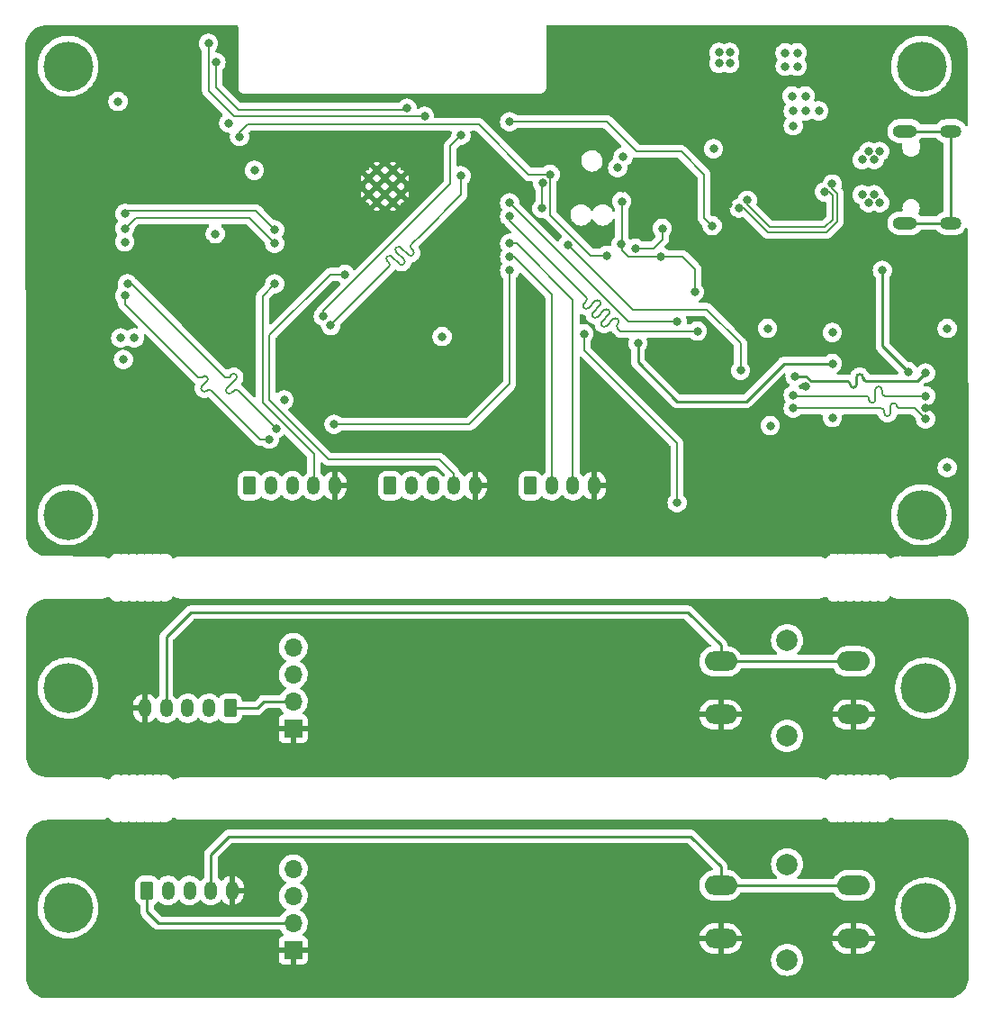
<source format=gbr>
%TF.GenerationSoftware,KiCad,Pcbnew,(6.0.8-1)-1*%
%TF.CreationDate,2022-11-25T14:48:04-05:00*%
%TF.ProjectId,smart-chessboard-controller,736d6172-742d-4636-9865-7373626f6172,B*%
%TF.SameCoordinates,Original*%
%TF.FileFunction,Copper,L4,Bot*%
%TF.FilePolarity,Positive*%
%FSLAX46Y46*%
G04 Gerber Fmt 4.6, Leading zero omitted, Abs format (unit mm)*
G04 Created by KiCad (PCBNEW (6.0.8-1)-1) date 2022-11-25 14:48:04*
%MOMM*%
%LPD*%
G01*
G04 APERTURE LIST*
G04 Aperture macros list*
%AMRoundRect*
0 Rectangle with rounded corners*
0 $1 Rounding radius*
0 $2 $3 $4 $5 $6 $7 $8 $9 X,Y pos of 4 corners*
0 Add a 4 corners polygon primitive as box body*
4,1,4,$2,$3,$4,$5,$6,$7,$8,$9,$2,$3,0*
0 Add four circle primitives for the rounded corners*
1,1,$1+$1,$2,$3*
1,1,$1+$1,$4,$5*
1,1,$1+$1,$6,$7*
1,1,$1+$1,$8,$9*
0 Add four rect primitives between the rounded corners*
20,1,$1+$1,$2,$3,$4,$5,0*
20,1,$1+$1,$4,$5,$6,$7,0*
20,1,$1+$1,$6,$7,$8,$9,0*
20,1,$1+$1,$8,$9,$2,$3,0*%
G04 Aperture macros list end*
%TA.AperFunction,ConnectorPad*%
%ADD10C,4.700000*%
%TD*%
%TA.AperFunction,ComponentPad*%
%ADD11C,3.100000*%
%TD*%
%TA.AperFunction,ComponentPad*%
%ADD12R,1.700000X1.700000*%
%TD*%
%TA.AperFunction,ComponentPad*%
%ADD13O,1.700000X1.700000*%
%TD*%
%TA.AperFunction,WasherPad*%
%ADD14C,2.000000*%
%TD*%
%TA.AperFunction,ComponentPad*%
%ADD15O,3.048000X1.850000*%
%TD*%
%TA.AperFunction,ComponentPad*%
%ADD16C,0.475000*%
%TD*%
%TA.AperFunction,ComponentPad*%
%ADD17RoundRect,0.250000X-0.350000X-0.625000X0.350000X-0.625000X0.350000X0.625000X-0.350000X0.625000X0*%
%TD*%
%TA.AperFunction,ComponentPad*%
%ADD18O,1.200000X1.750000*%
%TD*%
%TA.AperFunction,ComponentPad*%
%ADD19O,2.000000X1.200000*%
%TD*%
%TA.AperFunction,ComponentPad*%
%ADD20O,2.300000X1.200000*%
%TD*%
%TA.AperFunction,ComponentPad*%
%ADD21RoundRect,0.250000X0.350000X0.625000X-0.350000X0.625000X-0.350000X-0.625000X0.350000X-0.625000X0*%
%TD*%
%TA.AperFunction,ViaPad*%
%ADD22C,0.800000*%
%TD*%
%TA.AperFunction,Conductor*%
%ADD23C,0.200000*%
%TD*%
%TA.AperFunction,Conductor*%
%ADD24C,0.250000*%
%TD*%
G04 APERTURE END LIST*
D10*
%TO.P,H8,1*%
%TO.N,N/C*%
X78232000Y-99822000D03*
D11*
X78232000Y-99822000D03*
%TD*%
D12*
%TO.P,OLED1,1,GND*%
%TO.N,GND2*%
X99412000Y-140746000D03*
D13*
%TO.P,OLED1,2,VCC*%
%TO.N,+3.3VA*%
X99412000Y-138206000D03*
%TO.P,OLED1,3,SCL*%
%TO.N,/SCL_DW*%
X99412000Y-135666000D03*
%TO.P,OLED1,4,SDA*%
%TO.N,/SDA_DW*%
X99412000Y-133126000D03*
%TD*%
D14*
%TO.P,SW3,*%
%TO.N,*%
X145862000Y-141660000D03*
X145862000Y-132660000D03*
D15*
%TO.P,SW3,1,A*%
%TO.N,/W_MOVE_BTN*%
X152112000Y-134660000D03*
X139612000Y-134660000D03*
%TO.P,SW3,2,B*%
%TO.N,GND2*%
X152112000Y-139660000D03*
X139612000Y-139660000D03*
%TD*%
D10*
%TO.P,H7,1*%
%TO.N,N/C*%
X158496000Y-99822000D03*
D11*
X158496000Y-99822000D03*
%TD*%
D16*
%TO.P,U2,39,GND*%
%TO.N,GND*%
X106505000Y-68177500D03*
X107267500Y-68940000D03*
X108030000Y-69702500D03*
X108030000Y-68177500D03*
X108792500Y-68940000D03*
X108792500Y-67415000D03*
X107267500Y-70465000D03*
X109555000Y-69702500D03*
X109555000Y-68177500D03*
X106505000Y-69702500D03*
X108792500Y-70465000D03*
X107267500Y-67415000D03*
%TD*%
D17*
%TO.P,J8,1,Pin_1*%
%TO.N,3V3*%
X108520000Y-97080000D03*
D18*
%TO.P,J8,2,Pin_2*%
%TO.N,/SDA_DWC*%
X110520000Y-97080000D03*
%TO.P,J8,3,Pin_3*%
%TO.N,/SCL_DWC*%
X112520000Y-97080000D03*
%TO.P,J8,4,Pin_4*%
%TO.N,/W_MOVE*%
X114520000Y-97080000D03*
%TO.P,J8,5,Pin_5*%
%TO.N,GND*%
X116520000Y-97080000D03*
%TD*%
D11*
%TO.P,H1,1*%
%TO.N,N/C*%
X78232000Y-116103400D03*
D10*
X78232000Y-116103400D03*
%TD*%
D17*
%TO.P,J9,1,Pin_1*%
%TO.N,3V3*%
X95312000Y-97080000D03*
D18*
%TO.P,J9,2,Pin_2*%
%TO.N,/SCL_DBC*%
X97312000Y-97080000D03*
%TO.P,J9,3,Pin_3*%
%TO.N,/SDA_DBC*%
X99312000Y-97080000D03*
%TO.P,J9,4,Pin_4*%
%TO.N,/B_MOVE*%
X101312000Y-97080000D03*
%TO.P,J9,5,Pin_5*%
%TO.N,GND*%
X103312000Y-97080000D03*
%TD*%
D17*
%TO.P,J5,1,VCC*%
%TO.N,5V*%
X121712000Y-97080000D03*
D18*
%TO.P,J5,2,TX*%
%TO.N,/RX2*%
X123712000Y-97080000D03*
%TO.P,J5,3,RX*%
%TO.N,/TX2*%
X125712000Y-97080000D03*
%TO.P,J5,4,GND*%
%TO.N,GND*%
X127712000Y-97080000D03*
%TD*%
D12*
%TO.P,OLED2,1,GND*%
%TO.N,GND1*%
X99412000Y-119918400D03*
D13*
%TO.P,OLED2,2,VCC*%
%TO.N,+3V3*%
X99412000Y-117378400D03*
%TO.P,OLED2,3,SCL*%
%TO.N,/SCL_DB*%
X99412000Y-114838400D03*
%TO.P,OLED2,4,SDA*%
%TO.N,/SDA_DB*%
X99412000Y-112298400D03*
%TD*%
D10*
%TO.P,H4,1*%
%TO.N,N/C*%
X158877000Y-136779000D03*
D11*
X158877000Y-136779000D03*
%TD*%
D10*
%TO.P,H3,1*%
%TO.N,N/C*%
X78232000Y-136779000D03*
D11*
X78232000Y-136779000D03*
%TD*%
%TO.P,H6,1*%
%TO.N,N/C*%
X158496000Y-57658000D03*
D10*
X158496000Y-57658000D03*
%TD*%
D14*
%TO.P,SW1,*%
%TO.N,*%
X145862000Y-120603400D03*
X145862000Y-111603400D03*
D15*
%TO.P,SW1,1,A*%
%TO.N,/B_MOVE_BTN*%
X139612000Y-113603400D03*
X152112000Y-113603400D03*
%TO.P,SW1,2,B*%
%TO.N,GND1*%
X139612000Y-118603400D03*
X152112000Y-118603400D03*
%TD*%
D11*
%TO.P,H5,1*%
%TO.N,N/C*%
X78232000Y-57658000D03*
D10*
X78232000Y-57658000D03*
%TD*%
D11*
%TO.P,H2,1*%
%TO.N,N/C*%
X158877000Y-116103400D03*
D10*
X158877000Y-116103400D03*
%TD*%
D19*
%TO.P,J1,S1,SHIELD*%
%TO.N,Net-(J1-PadS1)*%
X161218000Y-72395000D03*
X161218000Y-63745000D03*
D20*
X156943000Y-72395000D03*
X156943000Y-63745000D03*
%TD*%
D17*
%TO.P,J7,1,Pin_1*%
%TO.N,+3.3VA*%
X85662000Y-135128000D03*
D18*
%TO.P,J7,2,Pin_2*%
%TO.N,/SDA_DW*%
X87662000Y-135128000D03*
%TO.P,J7,3,Pin_3*%
%TO.N,/SCL_DW*%
X89662000Y-135128000D03*
%TO.P,J7,4,Pin_4*%
%TO.N,/W_MOVE_BTN*%
X91662000Y-135128000D03*
%TO.P,J7,5,Pin_5*%
%TO.N,GND2*%
X93662000Y-135128000D03*
%TD*%
D21*
%TO.P,J6,1,Pin_1*%
%TO.N,+3V3*%
X93472000Y-118008400D03*
D18*
%TO.P,J6,2,Pin_2*%
%TO.N,/SCL_DB*%
X91472000Y-118008400D03*
%TO.P,J6,3,Pin_3*%
%TO.N,/SDA_DB*%
X89472000Y-118008400D03*
%TO.P,J6,4,Pin_4*%
%TO.N,/B_MOVE_BTN*%
X87472000Y-118008400D03*
%TO.P,J6,5,Pin_5*%
%TO.N,GND1*%
X85472000Y-118008400D03*
%TD*%
D22*
%TO.N,3V3*%
X140463000Y-56349000D03*
X98552000Y-89027000D03*
X140463000Y-57365000D03*
X144272000Y-91440000D03*
X113411000Y-83058000D03*
X144018000Y-82296000D03*
X95758000Y-67437000D03*
X154813000Y-76835000D03*
X157226000Y-86360000D03*
X93345000Y-62992000D03*
X82931000Y-60960000D03*
X139447000Y-57365000D03*
X92075000Y-73406000D03*
X83439000Y-85217000D03*
X139447000Y-56349000D03*
%TO.N,GND*%
X158750000Y-78105000D03*
X104902000Y-81915000D03*
X147574000Y-87757000D03*
X144399000Y-60706000D03*
X134747000Y-69469000D03*
X91186000Y-74295000D03*
X154813000Y-64135000D03*
X134747000Y-68326000D03*
X133604000Y-64643000D03*
X135890000Y-68326000D03*
X154813000Y-72009000D03*
X140335000Y-70612000D03*
X158877000Y-89789000D03*
X77343000Y-82169000D03*
X151130000Y-78105000D03*
X135890000Y-69469000D03*
X130429000Y-69088000D03*
%TO.N,/EN*%
X94361000Y-64262000D03*
X128905000Y-75438000D03*
X123571000Y-67818000D03*
X126746000Y-82804000D03*
X135509000Y-98679000D03*
%TO.N,5V*%
X84455000Y-83185000D03*
X146431000Y-63246000D03*
X83185000Y-83185000D03*
X146304000Y-60452000D03*
X146431000Y-61849000D03*
X147574000Y-61849000D03*
X138938000Y-65405000D03*
X148844000Y-61849000D03*
X83566000Y-74168000D03*
X147574000Y-60452000D03*
%TO.N,/SD_MISO*%
X158877000Y-90805000D03*
X146431000Y-89789000D03*
X119761000Y-70485000D03*
X135509000Y-81661000D03*
%TO.N,/SD_SCK*%
X137414000Y-82550000D03*
X146431000Y-88570500D03*
X119761000Y-71755000D03*
X158877000Y-88646000D03*
%TO.N,/SD_MOSI*%
X158877000Y-86487000D03*
X138811000Y-72644000D03*
X146608122Y-86791122D03*
X119761000Y-62865000D03*
%TO.N,/SD_SS*%
X141478000Y-86233000D03*
X125222000Y-74422000D03*
%TO.N,VBUS*%
X154559000Y-65659000D03*
X130429000Y-66167000D03*
X146812000Y-56388000D03*
X145669000Y-57658000D03*
X154051000Y-66421000D03*
X154051000Y-69723000D03*
X129921000Y-67183000D03*
X154559000Y-70485000D03*
X145669000Y-56388000D03*
X153543000Y-70485000D03*
X153543000Y-65659000D03*
X152908000Y-66421000D03*
X152908000Y-69723000D03*
X146812000Y-57658000D03*
%TO.N,/D_P*%
X150104232Y-68716768D03*
X141360768Y-70983232D03*
%TO.N,/D_N*%
X149361768Y-69459232D03*
X142103232Y-70240768D03*
%TO.N,/SD_DET*%
X150114000Y-85598000D03*
X131826000Y-83693000D03*
%TO.N,/ESP_TX*%
X111760000Y-62357000D03*
X122871500Y-68643500D03*
X122803212Y-71007470D03*
X91440000Y-55499000D03*
%TO.N,/ESP_RX*%
X110109000Y-61595000D03*
X92139500Y-57277000D03*
%TO.N,/IO0*%
X137160000Y-78867000D03*
X133985000Y-75565000D03*
X130251878Y-74359500D03*
X130302000Y-70358000D03*
%TO.N,~{SDA_IOMUX}*%
X97790000Y-91694000D03*
X83820000Y-78105000D03*
%TO.N,~{SCL_IOMUX}*%
X83566000Y-79202000D03*
X97155000Y-92710000D03*
%TO.N,/RX2*%
X119761000Y-75565000D03*
%TO.N,/TX2*%
X119761000Y-74295000D03*
%TO.N,/W_MOVE*%
X104267000Y-77216000D03*
%TO.N,/B_MOVE*%
X97663000Y-78105000D03*
%TO.N,/RTS*%
X134112000Y-72898000D03*
X131572000Y-74759500D03*
%TO.N,/LED_IC_3*%
X83566000Y-71501000D03*
X97663000Y-73025000D03*
%TO.N,/~{I2C_RESET}*%
X103251000Y-91313000D03*
X119761000Y-76835000D03*
%TO.N,/VLS_EN*%
X97663000Y-74295000D03*
X83566000Y-72898000D03*
%TO.N,/~{I2C_SDA}*%
X102941500Y-82028622D03*
X115189000Y-67945000D03*
%TO.N,/~{I2C_SCL}*%
X102235000Y-81153000D03*
X115189000Y-64135000D03*
%TO.N,Net-(J2-Pad11)*%
X160909000Y-95377000D03*
X150114000Y-90678000D03*
X150114000Y-82677000D03*
X160909000Y-82296000D03*
%TD*%
D23*
%TO.N,/~{I2C_SDA}*%
X108394468Y-76093268D02*
G75*
G02*
X108394500Y-76517500I-212068J-212132D01*
G01*
X108670939Y-75521147D02*
G75*
G03*
X108246675Y-75521147I-212132J-212130D01*
G01*
X102941500Y-81970500D02*
X108394500Y-76517500D01*
X110663651Y-74968263D02*
X110663651Y-74968264D01*
X110663651Y-74968264D02*
X110515824Y-74820437D01*
X110515824Y-74396173D02*
X111518179Y-73393821D01*
X109095158Y-74672568D02*
G75*
G03*
X109095205Y-75096879I212142J-212132D01*
G01*
X109815147Y-75816767D02*
G75*
G02*
X109815120Y-76241060I-212147J-212133D01*
G01*
X110663647Y-74968267D02*
G75*
G02*
X110663651Y-75392529I-212147J-212133D01*
G01*
X111518179Y-73393821D02*
X115189000Y-69723000D01*
X109519470Y-74672616D02*
G75*
G03*
X109095206Y-74672616I-212132J-212130D01*
G01*
X109815120Y-75816795D02*
X109095205Y-75096879D01*
X102941500Y-82028622D02*
X102941500Y-81970500D01*
X110663650Y-75392528D02*
G75*
G02*
X110239388Y-75392528I-212131J212131D01*
G01*
X109815120Y-75816794D02*
X109815120Y-75816795D01*
X110515819Y-74396168D02*
G75*
G03*
X110515824Y-74820437I212181J-212132D01*
G01*
X109815119Y-76241059D02*
G75*
G02*
X109390857Y-76241059I-212131J212131D01*
G01*
X108670940Y-75521145D02*
X109390856Y-76241060D01*
X108394500Y-76093236D02*
X108246674Y-75945410D01*
X108246696Y-75521168D02*
G75*
G03*
X108246674Y-75945410I212104J-212132D01*
G01*
X108670940Y-75521146D02*
X108670940Y-75521145D01*
X109519471Y-74672615D02*
X109519471Y-74672614D01*
X109519471Y-74672614D02*
X110239387Y-75392529D01*
X115189000Y-69723000D02*
X115189000Y-67945000D01*
%TO.N,/~{I2C_SCL}*%
X115189000Y-64135000D02*
X114173000Y-65151000D01*
X114173000Y-65151000D02*
X114173000Y-68707000D01*
X114173000Y-68707000D02*
X102235000Y-80645000D01*
X102235000Y-80645000D02*
X102235000Y-81153000D01*
D24*
%TO.N,3V3*%
X154813000Y-83947000D02*
X154813000Y-76835000D01*
X157226000Y-86360000D02*
X154813000Y-83947000D01*
D23*
%TO.N,/EN*%
X95123000Y-63119000D02*
X116840000Y-63119000D01*
X126746000Y-82804000D02*
X126746000Y-84328000D01*
X123571000Y-71628000D02*
X123571000Y-67818000D01*
X127381000Y-75438000D02*
X123571000Y-71628000D01*
X94361000Y-63881000D02*
X95123000Y-63119000D01*
X121539000Y-67818000D02*
X123571000Y-67818000D01*
X135509000Y-93091000D02*
X135509000Y-98679000D01*
X116840000Y-63119000D02*
X121539000Y-67818000D01*
X126746000Y-84328000D02*
X135509000Y-93091000D01*
X94361000Y-64262000D02*
X94361000Y-63881000D01*
X128905000Y-75438000D02*
X127381000Y-75438000D01*
%TO.N,/SD_MISO*%
X156864679Y-89789000D02*
X157861000Y-89789000D01*
X157861000Y-89789000D02*
X158877000Y-90805000D01*
X130937000Y-81661000D02*
X119761000Y-70485000D01*
X156186000Y-89564652D02*
X156186000Y-89564653D01*
X156410347Y-89789000D02*
X156864679Y-89789000D01*
X146431000Y-89789000D02*
X154686000Y-89789000D01*
X135509000Y-81661000D02*
X130937000Y-81661000D01*
X154986000Y-90089000D02*
X154986000Y-90237695D01*
X155810347Y-89340305D02*
X155961653Y-89340305D01*
X155586000Y-90089000D02*
X155586000Y-89564652D01*
X155586000Y-90237695D02*
X155586000Y-90089000D01*
X156186095Y-89564652D02*
G75*
G03*
X155961653Y-89340305I-224395J-48D01*
G01*
X155286000Y-90537700D02*
G75*
G02*
X154986000Y-90237695I0J300000D01*
G01*
X155810347Y-89340400D02*
G75*
G03*
X155586000Y-89564652I-47J-224300D01*
G01*
X155585995Y-90237695D02*
G75*
G02*
X155286000Y-90537695I-299995J-5D01*
G01*
X154986000Y-90089000D02*
G75*
G03*
X154686000Y-89789000I-300000J0D01*
G01*
X156410347Y-89789000D02*
G75*
G02*
X156186000Y-89564653I-47J224300D01*
G01*
%TO.N,/SD_SCK*%
X129920999Y-81871735D02*
X129921000Y-81871735D01*
X130175000Y-82550000D02*
X129921000Y-82296000D01*
X127600588Y-80798020D02*
X128246241Y-80152362D01*
X154167000Y-88346000D02*
X154167000Y-88995735D01*
X127821976Y-79728098D02*
X127176318Y-80373751D01*
X126182506Y-78557506D02*
X119761000Y-72136000D01*
X152412944Y-88646000D02*
X146506500Y-88646000D01*
X126752053Y-79949486D02*
X126752055Y-79949487D01*
X158877000Y-88646000D02*
X155067000Y-88646000D01*
X128449119Y-81646552D02*
X128449121Y-81646553D01*
X153567000Y-88995735D02*
X153567000Y-88946000D01*
X127600586Y-80798019D02*
X127600588Y-80798020D01*
X129519042Y-81425163D02*
X128873384Y-82070817D01*
X154767000Y-88346000D02*
X154767000Y-88046265D01*
X126951138Y-79326137D02*
X126182506Y-78557506D01*
X153267000Y-88646000D02*
X152412944Y-88646000D01*
X129921000Y-81871735D02*
X129943307Y-81849427D01*
X119761000Y-72136000D02*
X119761000Y-71755000D01*
X128670509Y-80576630D02*
X128670509Y-80576631D01*
X127821976Y-79728097D02*
X127821976Y-79728098D01*
X154167000Y-88046265D02*
X154167000Y-88346000D01*
X146506500Y-88646000D02*
X146431000Y-88570500D01*
X128449121Y-81646553D02*
X129094774Y-81000895D01*
X137414000Y-82550000D02*
X130175000Y-82550000D01*
X129519042Y-81425162D02*
X129519042Y-81425163D01*
X126752055Y-79949487D02*
X126951138Y-79750401D01*
X128670509Y-80576631D02*
X128024851Y-81222284D01*
X154166965Y-88046265D02*
G75*
G02*
X154467000Y-87746265I300035J-35D01*
G01*
X126752055Y-80373750D02*
G75*
G03*
X127176317Y-80373750I212131J212131D01*
G01*
X129519069Y-81425189D02*
G75*
G02*
X129943306Y-81425164I212131J-212111D01*
G01*
X129094737Y-80576668D02*
G75*
G02*
X129094774Y-81000895I-212137J-212132D01*
G01*
X128449135Y-81646568D02*
G75*
G03*
X128449120Y-82070817I212165J-212132D01*
G01*
X128449121Y-82070816D02*
G75*
G03*
X128873383Y-82070816I212131J212131D01*
G01*
X154767000Y-88346000D02*
G75*
G03*
X155067000Y-88646000I300000J0D01*
G01*
X127600635Y-80798068D02*
G75*
G03*
X127600587Y-81222284I212065J-212132D01*
G01*
X154467000Y-87746300D02*
G75*
G02*
X154767000Y-88046265I0J-300000D01*
G01*
X153566965Y-88995735D02*
G75*
G03*
X153867000Y-89295735I300035J35D01*
G01*
X128670469Y-80576590D02*
G75*
G02*
X129094773Y-80576632I212131J-212210D01*
G01*
X127600588Y-81222283D02*
G75*
G03*
X128024850Y-81222283I212131J212131D01*
G01*
X128246271Y-79728068D02*
G75*
G02*
X128246241Y-80152362I-212171J-212132D01*
G01*
X129921032Y-81871769D02*
G75*
G03*
X129921000Y-82296000I212068J-212131D01*
G01*
X129943301Y-81425169D02*
G75*
G02*
X129943306Y-81849426I-212101J-212131D01*
G01*
X127821968Y-79728089D02*
G75*
G02*
X128246241Y-79728098I212132J-212111D01*
G01*
X126951107Y-79326168D02*
G75*
G02*
X126951138Y-79750401I-212107J-212132D01*
G01*
X126752035Y-79949468D02*
G75*
G03*
X126752054Y-80373751I212165J-212132D01*
G01*
X153267000Y-88646000D02*
G75*
G02*
X153567000Y-88946000I0J-300000D01*
G01*
X153867000Y-89295700D02*
G75*
G03*
X154167000Y-88995735I0J300000D01*
G01*
D24*
%TO.N,/SD_MOSI*%
X146608122Y-86791122D02*
X147633427Y-86791122D01*
D23*
X131699000Y-65659000D02*
X128905000Y-62865000D01*
X135890000Y-65659000D02*
X131699000Y-65659000D01*
D24*
X158115000Y-87249000D02*
X158877000Y-86487000D01*
X152087354Y-87845709D02*
X152090646Y-87845709D01*
D23*
X138049000Y-67818000D02*
X135890000Y-65659000D01*
D24*
X153289000Y-87249000D02*
X154305000Y-87249000D01*
X152389000Y-86949000D02*
X152389000Y-86902291D01*
D23*
X138049000Y-71882000D02*
X138049000Y-67818000D01*
D24*
X148091305Y-87249000D02*
X151490646Y-87249000D01*
X152389000Y-87547355D02*
X152389000Y-86949000D01*
X147633427Y-86791122D02*
X148091305Y-87249000D01*
X151789000Y-87547354D02*
X151789000Y-87547355D01*
D23*
X138811000Y-72644000D02*
X138049000Y-71882000D01*
X128905000Y-62865000D02*
X119761000Y-62865000D01*
D24*
X152989000Y-86902291D02*
X152989000Y-86949000D01*
X154305000Y-87249000D02*
X158115000Y-87249000D01*
X152087354Y-87845800D02*
G75*
G02*
X151789000Y-87547355I46J298400D01*
G01*
X152689000Y-86602300D02*
G75*
G03*
X152389000Y-86902291I0J-300000D01*
G01*
X151789000Y-87547354D02*
G75*
G03*
X151490646Y-87249000I-298400J-46D01*
G01*
X152388909Y-87547355D02*
G75*
G02*
X152090646Y-87845709I-298309J-45D01*
G01*
X153289000Y-87249000D02*
G75*
G02*
X152989000Y-86949000I0J300000D01*
G01*
X152989009Y-86902291D02*
G75*
G03*
X152689000Y-86602291I-300009J-9D01*
G01*
D23*
%TO.N,/SD_SS*%
X141478000Y-86233000D02*
X141478000Y-83693000D01*
X138303000Y-80518000D02*
X131318000Y-80518000D01*
X141478000Y-83693000D02*
X138303000Y-80518000D01*
X131318000Y-80518000D02*
X125222000Y-74422000D01*
%TO.N,/D_P*%
X150593001Y-69629802D02*
X150104232Y-69141033D01*
X141360768Y-70983232D02*
X141785033Y-70983232D01*
X150104232Y-69141033D02*
X150104232Y-68716768D01*
X149572200Y-73250000D02*
X150593001Y-72229199D01*
X144051801Y-73250000D02*
X149572200Y-73250000D01*
X150593001Y-72229199D02*
X150593001Y-69629802D01*
X141785033Y-70983232D02*
X144051801Y-73250000D01*
%TO.N,/D_N*%
X142103232Y-70665033D02*
X144238199Y-72800000D01*
X142103232Y-70240768D02*
X142103232Y-70665033D01*
X144238199Y-72800000D02*
X149385800Y-72800000D01*
X149786033Y-69459232D02*
X149361768Y-69459232D01*
X150142999Y-72042801D02*
X150142999Y-69816198D01*
X149385800Y-72800000D02*
X150142999Y-72042801D01*
X150142999Y-69816198D02*
X149786033Y-69459232D01*
D24*
%TO.N,/SD_DET*%
X131826000Y-83693000D02*
X131826000Y-85471000D01*
X131826000Y-85471000D02*
X135509000Y-89154000D01*
X145542000Y-85598000D02*
X150114000Y-85598000D01*
X141986000Y-89154000D02*
X145542000Y-85598000D01*
X135509000Y-89154000D02*
X141986000Y-89154000D01*
D23*
%TO.N,/ESP_TX*%
X91440000Y-59944000D02*
X91440000Y-55499000D01*
X111760000Y-62357000D02*
X93853000Y-62357000D01*
X93853000Y-62357000D02*
X91440000Y-59944000D01*
X122803212Y-71007470D02*
X122803212Y-68711788D01*
X122803212Y-68711788D02*
X122871500Y-68643500D01*
%TO.N,/ESP_RX*%
X109982000Y-61722000D02*
X94234000Y-61722000D01*
X110109000Y-61595000D02*
X109982000Y-61722000D01*
X94234000Y-61722000D02*
X92139500Y-59627500D01*
X92139500Y-59627500D02*
X92139500Y-57277000D01*
%TO.N,/IO0*%
X137160000Y-76708000D02*
X136017000Y-75565000D01*
X137160000Y-78867000D02*
X137160000Y-76708000D01*
X130251878Y-74359500D02*
X130302000Y-74309378D01*
X130937000Y-75565000D02*
X130302000Y-74930000D01*
X136017000Y-75565000D02*
X133985000Y-75565000D01*
X130302000Y-70358000D02*
X130302000Y-73569450D01*
X130302000Y-74930000D02*
X130302000Y-73569450D01*
X130302000Y-74309378D02*
X130302000Y-73569450D01*
X133985000Y-75565000D02*
X130937000Y-75565000D01*
%TO.N,~{SDA_IOMUX}*%
X97790000Y-91694000D02*
X94234000Y-88138000D01*
X93809735Y-88137999D02*
X93809734Y-88137999D01*
X93809734Y-88137999D02*
X93594394Y-88353340D01*
X84201000Y-78105000D02*
X92961204Y-86865205D01*
X93600809Y-86649865D02*
X93385468Y-86865205D01*
X93170129Y-87929075D02*
X93170129Y-87929074D01*
X93170129Y-87929074D02*
X94025074Y-87074129D01*
X93600809Y-86649864D02*
X93600809Y-86649865D01*
X84201000Y-78105000D02*
X83820000Y-78105000D01*
X93170131Y-88353339D02*
G75*
G03*
X93594393Y-88353339I212131J212131D01*
G01*
X94025071Y-86649868D02*
G75*
G02*
X94025074Y-87074129I-212171J-212132D01*
G01*
X93809769Y-88138032D02*
G75*
G02*
X94234000Y-88138000I212131J-212068D01*
G01*
X93600769Y-86649824D02*
G75*
G02*
X94025073Y-86649866I212131J-212176D01*
G01*
X92961205Y-86865204D02*
G75*
G03*
X93385467Y-86865204I212131J212131D01*
G01*
X93170122Y-87929068D02*
G75*
G03*
X93170130Y-88353340I212178J-212132D01*
G01*
%TO.N,~{SCL_IOMUX}*%
X90826876Y-87732327D02*
X91288327Y-87270876D01*
X90864062Y-86846612D02*
X90845468Y-86865205D01*
X90864062Y-86846611D02*
X90864062Y-86846612D01*
X83566000Y-80010000D02*
X90421204Y-86865205D01*
X83566000Y-80010000D02*
X83566000Y-79202000D01*
X91269734Y-88137999D02*
X91251141Y-88156593D01*
X90826876Y-87732328D02*
X90826876Y-87732327D01*
X91269735Y-88137999D02*
X91269734Y-88137999D01*
X97155000Y-92710000D02*
X96266000Y-92710000D01*
X96266000Y-92710000D02*
X91694000Y-88138000D01*
X90826878Y-88156592D02*
G75*
G03*
X91251140Y-88156592I212131J212131D01*
G01*
X90421205Y-86865204D02*
G75*
G03*
X90845467Y-86865204I212131J212131D01*
G01*
X90864068Y-86846617D02*
G75*
G02*
X91288327Y-86846612I212132J-212083D01*
G01*
X91269769Y-88138032D02*
G75*
G02*
X91694000Y-88138000I212131J-212068D01*
G01*
X90826916Y-87732368D02*
G75*
G03*
X90826877Y-88156593I212084J-212132D01*
G01*
X91288371Y-86846568D02*
G75*
G02*
X91288327Y-87270876I-212171J-212132D01*
G01*
%TO.N,/RX2*%
X119761000Y-75565000D02*
X120142000Y-75565000D01*
X123712000Y-79135000D02*
X123712000Y-97080000D01*
X120142000Y-75565000D02*
X123712000Y-79135000D01*
%TO.N,/TX2*%
X125712000Y-79611000D02*
X125712000Y-97080000D01*
X119761000Y-74295000D02*
X120396000Y-74295000D01*
X120396000Y-74295000D02*
X125712000Y-79611000D01*
D24*
%TO.N,/B_MOVE_BTN*%
X87472000Y-111308400D02*
X89789000Y-108991400D01*
X87472000Y-118008400D02*
X87472000Y-111308400D01*
X89789000Y-108991400D02*
X136525000Y-108991400D01*
X139612000Y-113603400D02*
X152112000Y-113603400D01*
X139612000Y-112078400D02*
X139612000Y-113603400D01*
X136525000Y-108991400D02*
X139612000Y-112078400D01*
%TO.N,/W_MOVE_BTN*%
X139612000Y-134660000D02*
X152112000Y-134660000D01*
X136779000Y-130048000D02*
X93345000Y-130048000D01*
X139612000Y-134660000D02*
X139612000Y-132881000D01*
X93345000Y-130048000D02*
X91662000Y-131731000D01*
X91662000Y-131731000D02*
X91662000Y-135128000D01*
X139612000Y-132881000D02*
X136779000Y-130048000D01*
D23*
%TO.N,/W_MOVE*%
X97155000Y-89027000D02*
X102743000Y-94615000D01*
X102870000Y-77216000D02*
X97155000Y-82931000D01*
X113157000Y-94615000D02*
X114520000Y-95978000D01*
X104267000Y-77216000D02*
X102870000Y-77216000D01*
X114520000Y-95978000D02*
X114520000Y-97080000D01*
X97155000Y-82931000D02*
X97155000Y-89027000D01*
X102743000Y-94615000D02*
X113157000Y-94615000D01*
%TO.N,/B_MOVE*%
X97663000Y-78105000D02*
X96520000Y-79248000D01*
X96520000Y-89281000D02*
X101346000Y-94107000D01*
X96520000Y-79248000D02*
X96520000Y-89281000D01*
X101346000Y-97046000D02*
X101312000Y-97080000D01*
X101346000Y-94107000D02*
X101346000Y-97046000D01*
%TO.N,/RTS*%
X133266500Y-74759500D02*
X131572000Y-74759500D01*
X134112000Y-73914000D02*
X133266500Y-74759500D01*
X134112000Y-72898000D02*
X134112000Y-73914000D01*
%TO.N,/LED_IC_3*%
X97663000Y-73025000D02*
X95885000Y-71247000D01*
X83820000Y-71247000D02*
X83566000Y-71501000D01*
X83820000Y-71247000D02*
X95885000Y-71247000D01*
%TO.N,/~{I2C_RESET}*%
X115951000Y-91313000D02*
X103251000Y-91313000D01*
X119761000Y-87503000D02*
X115951000Y-91313000D01*
X119761000Y-76835000D02*
X119761000Y-87503000D01*
%TO.N,/VLS_EN*%
X95250000Y-71882000D02*
X97663000Y-74295000D01*
X83566000Y-72898000D02*
X84582000Y-71882000D01*
X84582000Y-71882000D02*
X95250000Y-71882000D01*
D24*
%TO.N,+3V3*%
X96022000Y-118008400D02*
X96652000Y-117378400D01*
X96652000Y-117378400D02*
X99412000Y-117378400D01*
X93472000Y-118008400D02*
X96022000Y-118008400D01*
%TO.N,+3.3VA*%
X85662000Y-137097000D02*
X86771000Y-138206000D01*
X86771000Y-138206000D02*
X99412000Y-138206000D01*
X85662000Y-135128000D02*
X85662000Y-137097000D01*
%TO.N,Net-(J1-PadS1)*%
X161218000Y-63745000D02*
X156943000Y-63745000D01*
X161218000Y-72395000D02*
X161218000Y-63745000D01*
X156943000Y-72395000D02*
X161218000Y-72395000D01*
%TD*%
%TA.AperFunction,Conductor*%
%TO.N,GND2*%
G36*
X155631689Y-128290204D02*
G01*
X155721116Y-128336541D01*
X155721121Y-128336543D01*
X155724942Y-128338523D01*
X155983847Y-128430538D01*
X155988055Y-128431412D01*
X155988057Y-128431413D01*
X156248662Y-128485568D01*
X156248668Y-128485569D01*
X156252870Y-128486442D01*
X156257158Y-128486735D01*
X156257163Y-128486736D01*
X156495825Y-128503061D01*
X156508118Y-128504511D01*
X156514448Y-128505576D01*
X156520793Y-128505653D01*
X156522140Y-128505670D01*
X156522143Y-128505670D01*
X156527000Y-128505729D01*
X156554194Y-128501834D01*
X156572217Y-128500562D01*
X159404414Y-128504423D01*
X160841314Y-128506382D01*
X160860528Y-128507882D01*
X160875792Y-128510259D01*
X160875795Y-128510259D01*
X160884663Y-128511640D01*
X160900957Y-128509510D01*
X160925529Y-128508717D01*
X161088065Y-128519373D01*
X161147858Y-128523293D01*
X161164199Y-128525445D01*
X161408616Y-128574068D01*
X161424536Y-128578334D01*
X161660515Y-128658443D01*
X161675742Y-128664750D01*
X161899253Y-128774979D01*
X161913526Y-128783220D01*
X162120733Y-128921677D01*
X162133808Y-128931711D01*
X162321173Y-129096032D01*
X162332827Y-129107686D01*
X162497138Y-129295054D01*
X162507171Y-129308130D01*
X162645619Y-129515340D01*
X162653860Y-129529614D01*
X162708778Y-129640982D01*
X162764078Y-129753125D01*
X162764078Y-129753126D01*
X162770385Y-129768353D01*
X162850488Y-130004343D01*
X162854753Y-130020263D01*
X162903366Y-130264681D01*
X162905517Y-130281022D01*
X162919643Y-130496619D01*
X162918700Y-130517784D01*
X162918639Y-130522795D01*
X162917258Y-130531663D01*
X162918422Y-130540565D01*
X162921386Y-130563238D01*
X162922449Y-130579572D01*
X162922449Y-143188580D01*
X162920948Y-143207967D01*
X162917258Y-143231663D01*
X162918422Y-143240566D01*
X162919388Y-143247954D01*
X162920181Y-143272529D01*
X162915801Y-143339332D01*
X162905605Y-143494859D01*
X162903454Y-143511199D01*
X162854830Y-143755629D01*
X162850564Y-143771549D01*
X162770453Y-144007538D01*
X162764146Y-144022764D01*
X162653920Y-144246278D01*
X162645679Y-144260551D01*
X162507220Y-144467767D01*
X162497187Y-144480843D01*
X162332867Y-144668213D01*
X162321213Y-144679867D01*
X162133843Y-144844187D01*
X162120767Y-144854220D01*
X161913551Y-144992679D01*
X161899278Y-145000920D01*
X161675764Y-145111146D01*
X161660538Y-145117453D01*
X161424549Y-145197564D01*
X161408629Y-145201830D01*
X161164199Y-145250454D01*
X161147859Y-145252605D01*
X160932696Y-145266711D01*
X160909569Y-145265682D01*
X160906090Y-145265640D01*
X160897215Y-145264258D01*
X160868993Y-145267949D01*
X160865659Y-145268385D01*
X160849319Y-145269449D01*
X76376367Y-145269449D01*
X76356982Y-145267949D01*
X76342149Y-145265639D01*
X76342145Y-145265639D01*
X76333276Y-145264258D01*
X76324374Y-145265422D01*
X76324371Y-145265422D01*
X76316988Y-145266388D01*
X76292409Y-145267182D01*
X76285224Y-145266711D01*
X76247799Y-145264258D01*
X76070075Y-145252609D01*
X76053735Y-145250458D01*
X75931518Y-145226148D01*
X75809298Y-145201837D01*
X75793383Y-145197573D01*
X75557385Y-145117463D01*
X75542168Y-145111160D01*
X75318649Y-145000935D01*
X75304376Y-144992695D01*
X75097148Y-144854232D01*
X75084078Y-144844204D01*
X74896693Y-144679874D01*
X74885050Y-144668230D01*
X74720720Y-144480851D01*
X74710687Y-144467776D01*
X74572229Y-144260565D01*
X74563988Y-144246292D01*
X74453759Y-144022777D01*
X74447451Y-144007550D01*
X74401654Y-143872641D01*
X74367336Y-143771549D01*
X74363073Y-143755637D01*
X74314447Y-143511201D01*
X74312295Y-143494860D01*
X74298203Y-143279921D01*
X74299276Y-143255837D01*
X74299309Y-143253088D01*
X74300691Y-143244215D01*
X74296564Y-143212659D01*
X74295500Y-143196319D01*
X74295500Y-141640669D01*
X98054001Y-141640669D01*
X98054371Y-141647490D01*
X98059895Y-141698352D01*
X98063521Y-141713604D01*
X98108676Y-141834054D01*
X98117214Y-141849649D01*
X98193715Y-141951724D01*
X98206276Y-141964285D01*
X98308351Y-142040786D01*
X98323946Y-142049324D01*
X98444394Y-142094478D01*
X98459649Y-142098105D01*
X98510514Y-142103631D01*
X98517328Y-142104000D01*
X99139885Y-142104000D01*
X99155124Y-142099525D01*
X99156329Y-142098135D01*
X99158000Y-142090452D01*
X99158000Y-142085884D01*
X99666000Y-142085884D01*
X99670475Y-142101123D01*
X99671865Y-142102328D01*
X99679548Y-142103999D01*
X100306669Y-142103999D01*
X100313490Y-142103629D01*
X100364352Y-142098105D01*
X100379604Y-142094479D01*
X100500054Y-142049324D01*
X100515649Y-142040786D01*
X100617724Y-141964285D01*
X100630285Y-141951724D01*
X100706786Y-141849649D01*
X100715324Y-141834054D01*
X100760478Y-141713606D01*
X100764105Y-141698351D01*
X100768271Y-141660000D01*
X144348835Y-141660000D01*
X144367465Y-141896711D01*
X144422895Y-142127594D01*
X144513760Y-142346963D01*
X144516346Y-142351183D01*
X144635241Y-142545202D01*
X144635245Y-142545208D01*
X144637824Y-142549416D01*
X144792031Y-142729969D01*
X144972584Y-142884176D01*
X144976792Y-142886755D01*
X144976798Y-142886759D01*
X145170817Y-143005654D01*
X145175037Y-143008240D01*
X145179607Y-143010133D01*
X145179611Y-143010135D01*
X145389833Y-143097211D01*
X145394406Y-143099105D01*
X145474609Y-143118360D01*
X145620476Y-143153380D01*
X145620482Y-143153381D01*
X145625289Y-143154535D01*
X145862000Y-143173165D01*
X146098711Y-143154535D01*
X146103518Y-143153381D01*
X146103524Y-143153380D01*
X146249391Y-143118360D01*
X146329594Y-143099105D01*
X146334167Y-143097211D01*
X146544389Y-143010135D01*
X146544393Y-143010133D01*
X146548963Y-143008240D01*
X146553183Y-143005654D01*
X146747202Y-142886759D01*
X146747208Y-142886755D01*
X146751416Y-142884176D01*
X146931969Y-142729969D01*
X147086176Y-142549416D01*
X147088755Y-142545208D01*
X147088759Y-142545202D01*
X147207654Y-142351183D01*
X147210240Y-142346963D01*
X147301105Y-142127594D01*
X147356535Y-141896711D01*
X147375165Y-141660000D01*
X147356535Y-141423289D01*
X147301105Y-141192406D01*
X147258739Y-141090124D01*
X147212135Y-140977611D01*
X147212133Y-140977607D01*
X147210240Y-140973037D01*
X147183435Y-140929296D01*
X147088759Y-140774798D01*
X147088755Y-140774792D01*
X147086176Y-140770584D01*
X146931969Y-140590031D01*
X146751416Y-140435824D01*
X146747208Y-140433245D01*
X146747202Y-140433241D01*
X146553183Y-140314346D01*
X146548963Y-140311760D01*
X146544393Y-140309867D01*
X146544389Y-140309865D01*
X146334167Y-140222789D01*
X146334165Y-140222788D01*
X146329594Y-140220895D01*
X146249391Y-140201640D01*
X146103524Y-140166620D01*
X146103518Y-140166619D01*
X146098711Y-140165465D01*
X145862000Y-140146835D01*
X145625289Y-140165465D01*
X145620482Y-140166619D01*
X145620476Y-140166620D01*
X145474609Y-140201640D01*
X145394406Y-140220895D01*
X145389835Y-140222788D01*
X145389833Y-140222789D01*
X145179611Y-140309865D01*
X145179607Y-140309867D01*
X145175037Y-140311760D01*
X145170817Y-140314346D01*
X144976798Y-140433241D01*
X144976792Y-140433245D01*
X144972584Y-140435824D01*
X144792031Y-140590031D01*
X144637824Y-140770584D01*
X144635245Y-140774792D01*
X144635241Y-140774798D01*
X144540565Y-140929296D01*
X144513760Y-140973037D01*
X144511867Y-140977607D01*
X144511865Y-140977611D01*
X144465261Y-141090124D01*
X144422895Y-141192406D01*
X144367465Y-141423289D01*
X144348835Y-141660000D01*
X100768271Y-141660000D01*
X100769631Y-141647486D01*
X100770000Y-141640672D01*
X100770000Y-141018115D01*
X100765525Y-141002876D01*
X100764135Y-141001671D01*
X100756452Y-141000000D01*
X99684115Y-141000000D01*
X99668876Y-141004475D01*
X99667671Y-141005865D01*
X99666000Y-141013548D01*
X99666000Y-142085884D01*
X99158000Y-142085884D01*
X99158000Y-141018115D01*
X99153525Y-141002876D01*
X99152135Y-141001671D01*
X99144452Y-141000000D01*
X98072116Y-141000000D01*
X98056877Y-141004475D01*
X98055672Y-141005865D01*
X98054001Y-141013548D01*
X98054001Y-141640669D01*
X74295500Y-141640669D01*
X74295500Y-136689060D01*
X75370069Y-136689060D01*
X75370164Y-136692690D01*
X75370164Y-136692691D01*
X75376582Y-136937797D01*
X75378698Y-137018598D01*
X75379208Y-137022183D01*
X75379209Y-137022192D01*
X75396098Y-137140856D01*
X75425146Y-137344961D01*
X75426065Y-137348464D01*
X75426066Y-137348469D01*
X75484260Y-137570288D01*
X75508798Y-137663822D01*
X75628544Y-137970955D01*
X75630248Y-137974173D01*
X75775730Y-138248940D01*
X75782798Y-138262290D01*
X75784850Y-138265275D01*
X75784855Y-138265284D01*
X75967457Y-138530972D01*
X75967463Y-138530979D01*
X75969514Y-138533964D01*
X76104111Y-138688255D01*
X76180249Y-138775533D01*
X76186219Y-138782377D01*
X76430039Y-139004236D01*
X76432987Y-139006354D01*
X76432989Y-139006356D01*
X76694793Y-139194481D01*
X76694799Y-139194485D01*
X76697744Y-139196601D01*
X76985784Y-139356922D01*
X77290342Y-139483074D01*
X77293836Y-139484069D01*
X77293838Y-139484070D01*
X77603880Y-139572388D01*
X77603885Y-139572389D01*
X77607381Y-139573385D01*
X77793993Y-139603944D01*
X77929118Y-139626072D01*
X77929125Y-139626073D01*
X77932699Y-139626658D01*
X78097341Y-139634422D01*
X78258357Y-139642016D01*
X78258358Y-139642016D01*
X78261984Y-139642187D01*
X78273877Y-139641376D01*
X78587241Y-139620014D01*
X78587249Y-139620013D01*
X78590872Y-139619766D01*
X78594448Y-139619103D01*
X78594450Y-139619103D01*
X78911438Y-139560353D01*
X78911442Y-139560352D01*
X78915003Y-139559692D01*
X79230082Y-139462761D01*
X79390250Y-139392452D01*
X79528604Y-139331719D01*
X79528612Y-139331715D01*
X79531931Y-139330258D01*
X79816550Y-139163940D01*
X80020130Y-139011088D01*
X80077260Y-138968194D01*
X80077264Y-138968191D01*
X80080167Y-138966011D01*
X80319288Y-138739094D01*
X80530743Y-138486197D01*
X80590274Y-138395570D01*
X80709742Y-138213698D01*
X80709747Y-138213689D01*
X80711729Y-138210672D01*
X80859847Y-137916171D01*
X80914545Y-137766702D01*
X80971887Y-137610008D01*
X80971888Y-137610004D01*
X80973135Y-137606597D01*
X80973980Y-137603075D01*
X80973983Y-137603067D01*
X81049244Y-137289584D01*
X81049245Y-137289580D01*
X81050091Y-137286055D01*
X81050528Y-137282445D01*
X81089358Y-136961570D01*
X81089358Y-136961563D01*
X81089694Y-136958791D01*
X81089991Y-136949357D01*
X81095256Y-136781797D01*
X81095344Y-136779000D01*
X81095183Y-136776204D01*
X81076577Y-136453515D01*
X81076576Y-136453510D01*
X81076368Y-136449895D01*
X81051117Y-136305212D01*
X81020315Y-136128726D01*
X81020313Y-136128719D01*
X81019691Y-136125153D01*
X81016935Y-136115847D01*
X80970481Y-135959023D01*
X80926065Y-135809077D01*
X80923644Y-135803400D01*
X84553500Y-135803400D01*
X84564474Y-135909166D01*
X84566655Y-135915702D01*
X84566655Y-135915704D01*
X84596134Y-136004063D01*
X84620450Y-136076946D01*
X84713522Y-136227348D01*
X84838697Y-136352305D01*
X84844927Y-136356145D01*
X84844928Y-136356146D01*
X84968616Y-136432389D01*
X85016110Y-136485162D01*
X85028500Y-136539649D01*
X85028500Y-137018233D01*
X85027973Y-137029416D01*
X85026298Y-137036909D01*
X85026547Y-137044835D01*
X85026547Y-137044836D01*
X85028438Y-137104986D01*
X85028500Y-137108945D01*
X85028500Y-137136856D01*
X85028997Y-137140790D01*
X85028997Y-137140791D01*
X85029005Y-137140856D01*
X85029938Y-137152693D01*
X85031327Y-137196889D01*
X85035970Y-137212870D01*
X85036978Y-137216339D01*
X85040987Y-137235700D01*
X85043526Y-137255797D01*
X85046445Y-137263168D01*
X85046445Y-137263170D01*
X85059804Y-137296912D01*
X85063649Y-137308142D01*
X85075982Y-137350593D01*
X85080015Y-137357412D01*
X85080017Y-137357417D01*
X85086293Y-137368028D01*
X85094988Y-137385776D01*
X85102448Y-137404617D01*
X85107110Y-137411033D01*
X85107110Y-137411034D01*
X85128436Y-137440387D01*
X85134952Y-137450307D01*
X85157458Y-137488362D01*
X85171779Y-137502683D01*
X85184619Y-137517716D01*
X85196528Y-137534107D01*
X85202634Y-137539158D01*
X85230605Y-137562298D01*
X85239384Y-137570288D01*
X86267348Y-138598253D01*
X86274888Y-138606539D01*
X86279000Y-138613018D01*
X86284777Y-138618443D01*
X86328651Y-138659643D01*
X86331493Y-138662398D01*
X86351230Y-138682135D01*
X86354427Y-138684615D01*
X86363447Y-138692318D01*
X86395679Y-138722586D01*
X86402625Y-138726405D01*
X86402628Y-138726407D01*
X86413434Y-138732348D01*
X86429953Y-138743199D01*
X86445959Y-138755614D01*
X86453228Y-138758759D01*
X86453232Y-138758762D01*
X86486537Y-138773174D01*
X86497187Y-138778391D01*
X86535940Y-138799695D01*
X86543615Y-138801666D01*
X86543616Y-138801666D01*
X86555562Y-138804733D01*
X86574267Y-138811137D01*
X86592855Y-138819181D01*
X86600678Y-138820420D01*
X86600688Y-138820423D01*
X86636524Y-138826099D01*
X86648144Y-138828505D01*
X86683289Y-138837528D01*
X86690970Y-138839500D01*
X86711224Y-138839500D01*
X86730934Y-138841051D01*
X86750943Y-138844220D01*
X86758835Y-138843474D01*
X86794961Y-138840059D01*
X86806819Y-138839500D01*
X98136274Y-138839500D01*
X98204395Y-138859502D01*
X98243707Y-138899665D01*
X98311987Y-139011088D01*
X98458250Y-139179938D01*
X98462225Y-139183238D01*
X98462231Y-139183244D01*
X98467425Y-139187556D01*
X98507059Y-139246460D01*
X98508555Y-139317441D01*
X98471439Y-139377962D01*
X98431168Y-139402480D01*
X98323946Y-139442676D01*
X98308351Y-139451214D01*
X98206276Y-139527715D01*
X98193715Y-139540276D01*
X98117214Y-139642351D01*
X98108676Y-139657946D01*
X98063522Y-139778394D01*
X98059895Y-139793649D01*
X98054369Y-139844514D01*
X98054000Y-139851328D01*
X98054000Y-140473885D01*
X98058475Y-140489124D01*
X98059865Y-140490329D01*
X98067548Y-140492000D01*
X100751884Y-140492000D01*
X100767123Y-140487525D01*
X100768328Y-140486135D01*
X100769999Y-140478452D01*
X100769999Y-139932194D01*
X137604895Y-139932194D01*
X137613453Y-139988121D01*
X137615841Y-139998146D01*
X137685836Y-140212295D01*
X137689833Y-140221804D01*
X137793861Y-140421640D01*
X137799355Y-140430365D01*
X137934628Y-140610532D01*
X137941471Y-140618239D01*
X138104356Y-140773896D01*
X138112362Y-140780379D01*
X138298485Y-140907343D01*
X138307444Y-140912432D01*
X138511807Y-141007294D01*
X138521475Y-141010851D01*
X138738580Y-141071060D01*
X138748699Y-141072991D01*
X138932595Y-141092644D01*
X138939287Y-141093000D01*
X139339885Y-141093000D01*
X139355124Y-141088525D01*
X139356329Y-141087135D01*
X139358000Y-141079452D01*
X139358000Y-141074885D01*
X139866000Y-141074885D01*
X139870475Y-141090124D01*
X139871865Y-141091329D01*
X139879548Y-141093000D01*
X140268145Y-141093000D01*
X140273318Y-141092788D01*
X140440687Y-141079027D01*
X140450867Y-141077342D01*
X140669377Y-141022456D01*
X140679128Y-141019136D01*
X140885749Y-140929296D01*
X140894824Y-140924430D01*
X141083990Y-140802052D01*
X141092161Y-140795760D01*
X141258800Y-140644131D01*
X141265825Y-140636598D01*
X141405466Y-140459782D01*
X141411162Y-140451209D01*
X141520052Y-140253955D01*
X141524273Y-140244560D01*
X141599481Y-140032180D01*
X141602113Y-140022217D01*
X141618148Y-139932194D01*
X150104895Y-139932194D01*
X150113453Y-139988121D01*
X150115841Y-139998146D01*
X150185836Y-140212295D01*
X150189833Y-140221804D01*
X150293861Y-140421640D01*
X150299355Y-140430365D01*
X150434628Y-140610532D01*
X150441471Y-140618239D01*
X150604356Y-140773896D01*
X150612362Y-140780379D01*
X150798485Y-140907343D01*
X150807444Y-140912432D01*
X151011807Y-141007294D01*
X151021475Y-141010851D01*
X151238580Y-141071060D01*
X151248699Y-141072991D01*
X151432595Y-141092644D01*
X151439287Y-141093000D01*
X151839885Y-141093000D01*
X151855124Y-141088525D01*
X151856329Y-141087135D01*
X151858000Y-141079452D01*
X151858000Y-141074885D01*
X152366000Y-141074885D01*
X152370475Y-141090124D01*
X152371865Y-141091329D01*
X152379548Y-141093000D01*
X152768145Y-141093000D01*
X152773318Y-141092788D01*
X152940687Y-141079027D01*
X152950867Y-141077342D01*
X153169377Y-141022456D01*
X153179128Y-141019136D01*
X153385749Y-140929296D01*
X153394824Y-140924430D01*
X153583990Y-140802052D01*
X153592161Y-140795760D01*
X153758800Y-140644131D01*
X153765825Y-140636598D01*
X153905466Y-140459782D01*
X153911162Y-140451209D01*
X154020052Y-140253955D01*
X154024273Y-140244560D01*
X154099481Y-140032180D01*
X154102113Y-140022217D01*
X154118212Y-139931837D01*
X154116752Y-139918540D01*
X154102197Y-139914000D01*
X152384115Y-139914000D01*
X152368876Y-139918475D01*
X152367671Y-139919865D01*
X152366000Y-139927548D01*
X152366000Y-141074885D01*
X151858000Y-141074885D01*
X151858000Y-139932115D01*
X151853525Y-139916876D01*
X151852135Y-139915671D01*
X151844452Y-139914000D01*
X150120226Y-139914000D01*
X150106882Y-139917918D01*
X150104895Y-139932194D01*
X141618148Y-139932194D01*
X141618212Y-139931837D01*
X141616752Y-139918540D01*
X141602197Y-139914000D01*
X139884115Y-139914000D01*
X139868876Y-139918475D01*
X139867671Y-139919865D01*
X139866000Y-139927548D01*
X139866000Y-141074885D01*
X139358000Y-141074885D01*
X139358000Y-139932115D01*
X139353525Y-139916876D01*
X139352135Y-139915671D01*
X139344452Y-139914000D01*
X137620226Y-139914000D01*
X137606882Y-139917918D01*
X137604895Y-139932194D01*
X100769999Y-139932194D01*
X100769999Y-139851331D01*
X100769629Y-139844510D01*
X100764105Y-139793648D01*
X100760479Y-139778396D01*
X100715324Y-139657946D01*
X100706786Y-139642351D01*
X100630285Y-139540276D01*
X100617724Y-139527715D01*
X100515649Y-139451214D01*
X100500054Y-139442676D01*
X100389813Y-139401348D01*
X100372261Y-139388163D01*
X137605788Y-139388163D01*
X137607248Y-139401460D01*
X137621803Y-139406000D01*
X139339885Y-139406000D01*
X139355124Y-139401525D01*
X139356329Y-139400135D01*
X139358000Y-139392452D01*
X139358000Y-139387885D01*
X139866000Y-139387885D01*
X139870475Y-139403124D01*
X139871865Y-139404329D01*
X139879548Y-139406000D01*
X141603774Y-139406000D01*
X141617118Y-139402082D01*
X141619055Y-139388163D01*
X150105788Y-139388163D01*
X150107248Y-139401460D01*
X150121803Y-139406000D01*
X151839885Y-139406000D01*
X151855124Y-139401525D01*
X151856329Y-139400135D01*
X151858000Y-139392452D01*
X151858000Y-139387885D01*
X152366000Y-139387885D01*
X152370475Y-139403124D01*
X152371865Y-139404329D01*
X152379548Y-139406000D01*
X154103774Y-139406000D01*
X154117118Y-139402082D01*
X154119105Y-139387806D01*
X154110547Y-139331879D01*
X154108159Y-139321854D01*
X154038164Y-139107705D01*
X154034167Y-139098196D01*
X153930139Y-138898360D01*
X153924645Y-138889635D01*
X153789372Y-138709468D01*
X153782529Y-138701761D01*
X153619644Y-138546104D01*
X153611638Y-138539621D01*
X153425515Y-138412657D01*
X153416556Y-138407568D01*
X153212193Y-138312706D01*
X153202525Y-138309149D01*
X152985420Y-138248940D01*
X152975301Y-138247009D01*
X152791405Y-138227356D01*
X152784713Y-138227000D01*
X152384115Y-138227000D01*
X152368876Y-138231475D01*
X152367671Y-138232865D01*
X152366000Y-138240548D01*
X152366000Y-139387885D01*
X151858000Y-139387885D01*
X151858000Y-138245115D01*
X151853525Y-138229876D01*
X151852135Y-138228671D01*
X151844452Y-138227000D01*
X151455855Y-138227000D01*
X151450682Y-138227212D01*
X151283313Y-138240973D01*
X151273133Y-138242658D01*
X151054623Y-138297544D01*
X151044872Y-138300864D01*
X150838251Y-138390704D01*
X150829176Y-138395570D01*
X150640010Y-138517948D01*
X150631839Y-138524240D01*
X150465200Y-138675869D01*
X150458175Y-138683402D01*
X150318534Y-138860218D01*
X150312838Y-138868791D01*
X150203948Y-139066045D01*
X150199727Y-139075440D01*
X150124519Y-139287820D01*
X150121887Y-139297783D01*
X150105788Y-139388163D01*
X141619055Y-139388163D01*
X141619105Y-139387806D01*
X141610547Y-139331879D01*
X141608159Y-139321854D01*
X141538164Y-139107705D01*
X141534167Y-139098196D01*
X141430139Y-138898360D01*
X141424645Y-138889635D01*
X141289372Y-138709468D01*
X141282529Y-138701761D01*
X141119644Y-138546104D01*
X141111638Y-138539621D01*
X140925515Y-138412657D01*
X140916556Y-138407568D01*
X140712193Y-138312706D01*
X140702525Y-138309149D01*
X140485420Y-138248940D01*
X140475301Y-138247009D01*
X140291405Y-138227356D01*
X140284713Y-138227000D01*
X139884115Y-138227000D01*
X139868876Y-138231475D01*
X139867671Y-138232865D01*
X139866000Y-138240548D01*
X139866000Y-139387885D01*
X139358000Y-139387885D01*
X139358000Y-138245115D01*
X139353525Y-138229876D01*
X139352135Y-138228671D01*
X139344452Y-138227000D01*
X138955855Y-138227000D01*
X138950682Y-138227212D01*
X138783313Y-138240973D01*
X138773133Y-138242658D01*
X138554623Y-138297544D01*
X138544872Y-138300864D01*
X138338251Y-138390704D01*
X138329176Y-138395570D01*
X138140010Y-138517948D01*
X138131839Y-138524240D01*
X137965200Y-138675869D01*
X137958175Y-138683402D01*
X137818534Y-138860218D01*
X137812838Y-138868791D01*
X137703948Y-139066045D01*
X137699727Y-139075440D01*
X137624519Y-139287820D01*
X137621887Y-139297783D01*
X137605788Y-139388163D01*
X100372261Y-139388163D01*
X100333049Y-139358706D01*
X100308349Y-139292145D01*
X100323557Y-139222796D01*
X100345104Y-139194115D01*
X100446430Y-139093144D01*
X100446440Y-139093132D01*
X100450096Y-139089489D01*
X100580453Y-138908077D01*
X100584611Y-138899665D01*
X100677136Y-138712453D01*
X100677137Y-138712451D01*
X100679430Y-138707811D01*
X100744370Y-138494069D01*
X100773529Y-138272590D01*
X100774200Y-138245115D01*
X100775074Y-138209365D01*
X100775074Y-138209361D01*
X100775156Y-138206000D01*
X100756852Y-137983361D01*
X100702431Y-137766702D01*
X100613354Y-137561840D01*
X100537891Y-137445192D01*
X100494822Y-137378617D01*
X100494820Y-137378614D01*
X100492014Y-137374277D01*
X100341670Y-137209051D01*
X100337619Y-137205852D01*
X100337615Y-137205848D01*
X100170414Y-137073800D01*
X100170410Y-137073798D01*
X100166359Y-137070598D01*
X100125053Y-137047796D01*
X100075084Y-136997364D01*
X100060312Y-136927921D01*
X100085428Y-136861516D01*
X100112780Y-136834909D01*
X100156603Y-136803650D01*
X100291860Y-136707173D01*
X100310037Y-136689060D01*
X156015069Y-136689060D01*
X156015164Y-136692690D01*
X156015164Y-136692691D01*
X156021582Y-136937797D01*
X156023698Y-137018598D01*
X156024208Y-137022183D01*
X156024209Y-137022192D01*
X156041098Y-137140856D01*
X156070146Y-137344961D01*
X156071065Y-137348464D01*
X156071066Y-137348469D01*
X156129260Y-137570288D01*
X156153798Y-137663822D01*
X156273544Y-137970955D01*
X156275248Y-137974173D01*
X156420730Y-138248940D01*
X156427798Y-138262290D01*
X156429850Y-138265275D01*
X156429855Y-138265284D01*
X156612457Y-138530972D01*
X156612463Y-138530979D01*
X156614514Y-138533964D01*
X156749111Y-138688255D01*
X156825249Y-138775533D01*
X156831219Y-138782377D01*
X157075039Y-139004236D01*
X157077987Y-139006354D01*
X157077989Y-139006356D01*
X157339793Y-139194481D01*
X157339799Y-139194485D01*
X157342744Y-139196601D01*
X157630784Y-139356922D01*
X157935342Y-139483074D01*
X157938836Y-139484069D01*
X157938838Y-139484070D01*
X158248880Y-139572388D01*
X158248885Y-139572389D01*
X158252381Y-139573385D01*
X158438993Y-139603944D01*
X158574118Y-139626072D01*
X158574125Y-139626073D01*
X158577699Y-139626658D01*
X158742341Y-139634422D01*
X158903357Y-139642016D01*
X158903358Y-139642016D01*
X158906984Y-139642187D01*
X158918877Y-139641376D01*
X159232241Y-139620014D01*
X159232249Y-139620013D01*
X159235872Y-139619766D01*
X159239448Y-139619103D01*
X159239450Y-139619103D01*
X159556438Y-139560353D01*
X159556442Y-139560352D01*
X159560003Y-139559692D01*
X159875082Y-139462761D01*
X160035250Y-139392452D01*
X160173604Y-139331719D01*
X160173612Y-139331715D01*
X160176931Y-139330258D01*
X160461550Y-139163940D01*
X160665130Y-139011088D01*
X160722260Y-138968194D01*
X160722264Y-138968191D01*
X160725167Y-138966011D01*
X160964288Y-138739094D01*
X161175743Y-138486197D01*
X161235274Y-138395570D01*
X161354742Y-138213698D01*
X161354747Y-138213689D01*
X161356729Y-138210672D01*
X161504847Y-137916171D01*
X161559545Y-137766702D01*
X161616887Y-137610008D01*
X161616888Y-137610004D01*
X161618135Y-137606597D01*
X161618980Y-137603075D01*
X161618983Y-137603067D01*
X161694244Y-137289584D01*
X161694245Y-137289580D01*
X161695091Y-137286055D01*
X161695528Y-137282445D01*
X161734358Y-136961570D01*
X161734358Y-136961563D01*
X161734694Y-136958791D01*
X161734991Y-136949357D01*
X161740256Y-136781797D01*
X161740344Y-136779000D01*
X161740183Y-136776204D01*
X161721577Y-136453515D01*
X161721576Y-136453510D01*
X161721368Y-136449895D01*
X161696117Y-136305212D01*
X161665315Y-136128726D01*
X161665313Y-136128719D01*
X161664691Y-136125153D01*
X161661935Y-136115847D01*
X161615481Y-135959023D01*
X161571065Y-135809077D01*
X161568238Y-135802449D01*
X161443155Y-135509195D01*
X161443153Y-135509192D01*
X161441731Y-135505857D01*
X161415610Y-135460061D01*
X161280193Y-135222651D01*
X161278402Y-135219511D01*
X161108514Y-134988236D01*
X161085384Y-134956749D01*
X161085382Y-134956747D01*
X161083244Y-134953836D01*
X160858844Y-134712352D01*
X160856084Y-134709995D01*
X160856078Y-134709989D01*
X160610947Y-134500628D01*
X160610942Y-134500624D01*
X160608175Y-134498261D01*
X160605150Y-134496228D01*
X160337569Y-134316420D01*
X160337565Y-134316418D01*
X160334561Y-134314399D01*
X160041627Y-134163205D01*
X159733257Y-134046682D01*
X159729736Y-134045798D01*
X159729731Y-134045796D01*
X159568476Y-134005292D01*
X159413537Y-133966374D01*
X159375710Y-133961394D01*
X159090310Y-133923820D01*
X159090302Y-133923819D01*
X159086706Y-133923346D01*
X158949651Y-133921193D01*
X158760738Y-133918225D01*
X158760734Y-133918225D01*
X158757096Y-133918168D01*
X158753482Y-133918529D01*
X158753476Y-133918529D01*
X158549909Y-133938848D01*
X158429074Y-133950909D01*
X158207577Y-133999203D01*
X158173705Y-134006588D01*
X158106990Y-134021134D01*
X158103563Y-134022307D01*
X158103557Y-134022309D01*
X157861112Y-134105317D01*
X157795112Y-134127914D01*
X157497574Y-134269833D01*
X157218319Y-134445009D01*
X157215485Y-134447279D01*
X157215480Y-134447283D01*
X157081593Y-134554547D01*
X156961049Y-134651121D01*
X156729174Y-134885437D01*
X156525767Y-135144851D01*
X156523874Y-135147940D01*
X156523872Y-135147943D01*
X156359787Y-135415707D01*
X156353525Y-135425925D01*
X156352006Y-135429197D01*
X156352003Y-135429203D01*
X156315794Y-135507209D01*
X156214730Y-135724933D01*
X156213590Y-135728380D01*
X156112470Y-136034139D01*
X156111222Y-136037912D01*
X156110486Y-136041467D01*
X156110485Y-136041470D01*
X156045319Y-136356146D01*
X156044373Y-136360714D01*
X156015069Y-136689060D01*
X100310037Y-136689060D01*
X100446435Y-136553137D01*
X100450096Y-136549489D01*
X100474926Y-136514935D01*
X100577435Y-136372277D01*
X100580453Y-136368077D01*
X100611321Y-136305621D01*
X100677136Y-136172453D01*
X100677137Y-136172451D01*
X100679430Y-136167811D01*
X100744370Y-135954069D01*
X100773529Y-135732590D01*
X100773722Y-135724688D01*
X100775074Y-135669365D01*
X100775074Y-135669361D01*
X100775156Y-135666000D01*
X100756852Y-135443361D01*
X100702431Y-135226702D01*
X100613354Y-135021840D01*
X100516631Y-134872329D01*
X100494822Y-134838617D01*
X100494820Y-134838614D01*
X100492014Y-134834277D01*
X100341670Y-134669051D01*
X100337619Y-134665852D01*
X100337615Y-134665848D01*
X100170414Y-134533800D01*
X100170410Y-134533798D01*
X100166359Y-134530598D01*
X100125053Y-134507796D01*
X100075084Y-134457364D01*
X100060312Y-134387921D01*
X100085428Y-134321516D01*
X100112780Y-134294909D01*
X100179980Y-134246976D01*
X100291860Y-134167173D01*
X100297128Y-134161924D01*
X100439186Y-134020361D01*
X100450096Y-134009489D01*
X100492449Y-133950549D01*
X100577435Y-133832277D01*
X100580453Y-133828077D01*
X100585440Y-133817988D01*
X100677136Y-133632453D01*
X100677137Y-133632451D01*
X100679430Y-133627811D01*
X100744370Y-133414069D01*
X100773529Y-133192590D01*
X100774731Y-133143405D01*
X100775074Y-133129365D01*
X100775074Y-133129361D01*
X100775156Y-133126000D01*
X100756852Y-132903361D01*
X100702431Y-132686702D01*
X100613354Y-132481840D01*
X100492014Y-132294277D01*
X100341670Y-132129051D01*
X100337619Y-132125852D01*
X100337615Y-132125848D01*
X100170414Y-131993800D01*
X100170410Y-131993798D01*
X100166359Y-131990598D01*
X99970789Y-131882638D01*
X99965920Y-131880914D01*
X99965916Y-131880912D01*
X99765087Y-131809795D01*
X99765083Y-131809794D01*
X99760212Y-131808069D01*
X99755119Y-131807162D01*
X99755116Y-131807161D01*
X99545373Y-131769800D01*
X99545367Y-131769799D01*
X99540284Y-131768894D01*
X99466452Y-131767992D01*
X99322081Y-131766228D01*
X99322079Y-131766228D01*
X99316911Y-131766165D01*
X99096091Y-131799955D01*
X98883756Y-131869357D01*
X98685607Y-131972507D01*
X98681474Y-131975610D01*
X98681471Y-131975612D01*
X98657247Y-131993800D01*
X98506965Y-132106635D01*
X98352629Y-132268138D01*
X98226743Y-132452680D01*
X98211003Y-132486590D01*
X98157693Y-132601437D01*
X98132688Y-132655305D01*
X98072989Y-132870570D01*
X98049251Y-133092695D01*
X98049548Y-133097848D01*
X98049548Y-133097851D01*
X98057397Y-133233982D01*
X98062110Y-133315715D01*
X98063247Y-133320761D01*
X98063248Y-133320767D01*
X98068121Y-133342389D01*
X98111222Y-133533639D01*
X98149461Y-133627811D01*
X98189418Y-133726213D01*
X98195266Y-133740616D01*
X98231163Y-133799194D01*
X98307243Y-133923346D01*
X98311987Y-133931088D01*
X98458250Y-134099938D01*
X98630126Y-134242632D01*
X98700595Y-134283811D01*
X98703445Y-134285476D01*
X98752169Y-134337114D01*
X98765240Y-134406897D01*
X98738509Y-134472669D01*
X98698055Y-134506027D01*
X98685607Y-134512507D01*
X98681474Y-134515610D01*
X98681471Y-134515612D01*
X98615919Y-134564830D01*
X98506965Y-134646635D01*
X98352629Y-134808138D01*
X98226743Y-134992680D01*
X98211003Y-135026590D01*
X98154673Y-135147943D01*
X98132688Y-135195305D01*
X98072989Y-135410570D01*
X98049251Y-135632695D01*
X98049548Y-135637848D01*
X98049548Y-135637851D01*
X98055011Y-135732590D01*
X98062110Y-135855715D01*
X98063247Y-135860761D01*
X98063248Y-135860767D01*
X98075629Y-135915704D01*
X98111222Y-136073639D01*
X98195266Y-136280616D01*
X98210589Y-136305621D01*
X98303994Y-136458044D01*
X98311987Y-136471088D01*
X98458250Y-136639938D01*
X98630126Y-136782632D01*
X98675570Y-136809187D01*
X98703445Y-136825476D01*
X98752169Y-136877114D01*
X98765240Y-136946897D01*
X98738509Y-137012669D01*
X98698055Y-137046027D01*
X98685607Y-137052507D01*
X98681474Y-137055610D01*
X98681471Y-137055612D01*
X98511100Y-137183530D01*
X98506965Y-137186635D01*
X98503393Y-137190373D01*
X98359100Y-137341367D01*
X98352629Y-137348138D01*
X98349715Y-137352410D01*
X98349714Y-137352411D01*
X98237095Y-137517504D01*
X98182184Y-137562507D01*
X98133007Y-137572500D01*
X87085595Y-137572500D01*
X87017474Y-137552498D01*
X86996499Y-137535595D01*
X86332404Y-136871499D01*
X86298379Y-136809187D01*
X86295500Y-136782404D01*
X86295500Y-136539781D01*
X86315502Y-136471660D01*
X86355197Y-136432637D01*
X86480120Y-136355332D01*
X86486348Y-136351478D01*
X86611305Y-136226303D01*
X86643075Y-136174764D01*
X86695846Y-136127271D01*
X86765918Y-136115847D01*
X86831042Y-136144121D01*
X86849418Y-136163045D01*
X86855604Y-136170920D01*
X86860135Y-136174852D01*
X86860138Y-136174855D01*
X86945620Y-136249032D01*
X87015363Y-136309552D01*
X87020549Y-136312552D01*
X87020553Y-136312555D01*
X87116527Y-136368077D01*
X87198454Y-136415473D01*
X87398271Y-136484861D01*
X87404206Y-136485722D01*
X87404208Y-136485722D01*
X87601664Y-136514352D01*
X87601667Y-136514352D01*
X87607604Y-136515213D01*
X87818899Y-136505433D01*
X87959036Y-136471660D01*
X88018701Y-136457281D01*
X88018703Y-136457280D01*
X88024534Y-136455875D01*
X88029992Y-136453393D01*
X88029996Y-136453392D01*
X88208397Y-136372277D01*
X88217087Y-136368326D01*
X88389611Y-136245946D01*
X88535881Y-136093150D01*
X88544681Y-136079522D01*
X88556746Y-136060837D01*
X88610501Y-136014460D01*
X88680797Y-136004507D01*
X88745314Y-136034139D01*
X88761681Y-136051351D01*
X88855604Y-136170920D01*
X88860135Y-136174852D01*
X88860138Y-136174855D01*
X88945620Y-136249032D01*
X89015363Y-136309552D01*
X89020549Y-136312552D01*
X89020553Y-136312555D01*
X89116527Y-136368077D01*
X89198454Y-136415473D01*
X89398271Y-136484861D01*
X89404206Y-136485722D01*
X89404208Y-136485722D01*
X89601664Y-136514352D01*
X89601667Y-136514352D01*
X89607604Y-136515213D01*
X89818899Y-136505433D01*
X89959036Y-136471660D01*
X90018701Y-136457281D01*
X90018703Y-136457280D01*
X90024534Y-136455875D01*
X90029992Y-136453393D01*
X90029996Y-136453392D01*
X90208397Y-136372277D01*
X90217087Y-136368326D01*
X90389611Y-136245946D01*
X90535881Y-136093150D01*
X90544681Y-136079522D01*
X90556746Y-136060837D01*
X90610501Y-136014460D01*
X90680797Y-136004507D01*
X90745314Y-136034139D01*
X90761681Y-136051351D01*
X90855604Y-136170920D01*
X90860135Y-136174852D01*
X90860138Y-136174855D01*
X90945620Y-136249032D01*
X91015363Y-136309552D01*
X91020549Y-136312552D01*
X91020553Y-136312555D01*
X91116527Y-136368077D01*
X91198454Y-136415473D01*
X91398271Y-136484861D01*
X91404206Y-136485722D01*
X91404208Y-136485722D01*
X91601664Y-136514352D01*
X91601667Y-136514352D01*
X91607604Y-136515213D01*
X91818899Y-136505433D01*
X91959036Y-136471660D01*
X92018701Y-136457281D01*
X92018703Y-136457280D01*
X92024534Y-136455875D01*
X92029992Y-136453393D01*
X92029996Y-136453392D01*
X92208397Y-136372277D01*
X92217087Y-136368326D01*
X92389611Y-136245946D01*
X92535881Y-136093150D01*
X92539130Y-136088119D01*
X92539135Y-136088112D01*
X92557033Y-136060393D01*
X92610789Y-136014016D01*
X92681085Y-136004063D01*
X92745602Y-136033696D01*
X92761970Y-136050909D01*
X92852262Y-136165857D01*
X92860499Y-136174506D01*
X93011123Y-136305212D01*
X93020847Y-136312147D01*
X93193467Y-136412010D01*
X93204331Y-136416984D01*
X93392727Y-136482407D01*
X93393716Y-136482648D01*
X93404008Y-136481180D01*
X93408000Y-136467615D01*
X93408000Y-136463402D01*
X93916000Y-136463402D01*
X93919973Y-136476933D01*
X93929399Y-136478288D01*
X94018537Y-136456806D01*
X94029832Y-136452917D01*
X94211382Y-136370371D01*
X94221724Y-136364424D01*
X94384397Y-136249032D01*
X94393425Y-136241239D01*
X94531342Y-136097169D01*
X94538738Y-136087804D01*
X94646921Y-135920259D01*
X94652417Y-135909655D01*
X94726961Y-135724688D01*
X94730355Y-135713230D01*
X94768857Y-135516072D01*
X94769934Y-135507209D01*
X94770000Y-135504500D01*
X94770000Y-135400115D01*
X94765525Y-135384876D01*
X94764135Y-135383671D01*
X94756452Y-135382000D01*
X93934115Y-135382000D01*
X93918876Y-135386475D01*
X93917671Y-135387865D01*
X93916000Y-135395548D01*
X93916000Y-136463402D01*
X93408000Y-136463402D01*
X93408000Y-134855885D01*
X93916000Y-134855885D01*
X93920475Y-134871124D01*
X93921865Y-134872329D01*
X93929548Y-134874000D01*
X94751885Y-134874000D01*
X94767124Y-134869525D01*
X94768329Y-134868135D01*
X94770000Y-134860452D01*
X94770000Y-134803168D01*
X94769715Y-134797192D01*
X94755529Y-134648506D01*
X94753270Y-134636772D01*
X94697128Y-134445401D01*
X94692698Y-134434325D01*
X94601381Y-134257022D01*
X94594931Y-134246976D01*
X94471738Y-134090143D01*
X94463501Y-134081494D01*
X94312877Y-133950788D01*
X94303153Y-133943853D01*
X94130533Y-133843990D01*
X94119669Y-133839016D01*
X93931273Y-133773593D01*
X93930284Y-133773352D01*
X93919992Y-133774820D01*
X93916000Y-133788385D01*
X93916000Y-134855885D01*
X93408000Y-134855885D01*
X93408000Y-133792598D01*
X93404027Y-133779067D01*
X93394601Y-133777712D01*
X93305463Y-133799194D01*
X93294168Y-133803083D01*
X93112618Y-133885629D01*
X93102276Y-133891576D01*
X92939603Y-134006968D01*
X92930575Y-134014761D01*
X92792658Y-134158831D01*
X92785259Y-134168200D01*
X92767582Y-134195577D01*
X92713828Y-134241955D01*
X92643532Y-134251909D01*
X92579015Y-134222278D01*
X92562644Y-134205063D01*
X92554867Y-134195163D01*
X92468396Y-134085080D01*
X92338918Y-133972725D01*
X92300579Y-133912973D01*
X92295500Y-133877561D01*
X92295500Y-132045594D01*
X92315502Y-131977473D01*
X92332405Y-131956499D01*
X93570499Y-130718405D01*
X93632811Y-130684379D01*
X93659594Y-130681500D01*
X136464406Y-130681500D01*
X136532527Y-130701502D01*
X136553501Y-130718405D01*
X138860985Y-133025890D01*
X138895011Y-133088202D01*
X138889946Y-133159018D01*
X138847399Y-133215853D01*
X138788107Y-133238330D01*
X138788323Y-133239634D01*
X138783223Y-133240478D01*
X138778070Y-133240902D01*
X138549449Y-133298327D01*
X138333277Y-133392322D01*
X138135359Y-133520360D01*
X138131536Y-133523839D01*
X138131533Y-133523841D01*
X137964833Y-133675527D01*
X137961011Y-133679005D01*
X137957812Y-133683056D01*
X137957808Y-133683060D01*
X137833448Y-133840527D01*
X137814915Y-133863994D01*
X137700995Y-134070361D01*
X137699271Y-134075230D01*
X137699269Y-134075234D01*
X137630358Y-134269833D01*
X137622309Y-134292564D01*
X137621402Y-134297657D01*
X137621401Y-134297660D01*
X137582578Y-134515612D01*
X137580971Y-134524633D01*
X137580543Y-134559661D01*
X137579246Y-134665848D01*
X137578091Y-134760339D01*
X137613747Y-134993349D01*
X137686980Y-135217407D01*
X137689370Y-135221998D01*
X137790209Y-135415707D01*
X137795825Y-135426496D01*
X137798928Y-135430629D01*
X137798930Y-135430632D01*
X137934253Y-135610865D01*
X137937358Y-135615000D01*
X137941096Y-135618572D01*
X138056903Y-135729240D01*
X138107777Y-135777857D01*
X138302508Y-135910693D01*
X138307192Y-135912867D01*
X138307195Y-135912869D01*
X138511628Y-136007764D01*
X138511633Y-136007766D01*
X138516319Y-136009941D01*
X138743468Y-136072935D01*
X138748605Y-136073484D01*
X138932563Y-136093144D01*
X138932571Y-136093144D01*
X138935898Y-136093500D01*
X140270757Y-136093500D01*
X140273330Y-136093288D01*
X140273341Y-136093288D01*
X140440779Y-136079522D01*
X140440785Y-136079521D01*
X140445930Y-136079098D01*
X140674551Y-136021673D01*
X140890723Y-135927678D01*
X141088641Y-135799640D01*
X141112581Y-135777857D01*
X141259167Y-135644473D01*
X141259168Y-135644471D01*
X141262989Y-135640995D01*
X141266188Y-135636944D01*
X141266192Y-135636940D01*
X141380142Y-135492655D01*
X141409085Y-135456006D01*
X141411578Y-135451491D01*
X141411586Y-135451478D01*
X141462854Y-135358606D01*
X141513286Y-135308636D01*
X141573162Y-135293500D01*
X150150134Y-135293500D01*
X150218255Y-135313502D01*
X150261895Y-135361317D01*
X150295825Y-135426496D01*
X150298928Y-135430629D01*
X150298930Y-135430632D01*
X150434253Y-135610865D01*
X150437358Y-135615000D01*
X150441096Y-135618572D01*
X150556903Y-135729240D01*
X150607777Y-135777857D01*
X150802508Y-135910693D01*
X150807192Y-135912867D01*
X150807195Y-135912869D01*
X151011628Y-136007764D01*
X151011633Y-136007766D01*
X151016319Y-136009941D01*
X151243468Y-136072935D01*
X151248605Y-136073484D01*
X151432563Y-136093144D01*
X151432571Y-136093144D01*
X151435898Y-136093500D01*
X152770757Y-136093500D01*
X152773330Y-136093288D01*
X152773341Y-136093288D01*
X152940779Y-136079522D01*
X152940785Y-136079521D01*
X152945930Y-136079098D01*
X153174551Y-136021673D01*
X153390723Y-135927678D01*
X153588641Y-135799640D01*
X153612581Y-135777857D01*
X153759167Y-135644473D01*
X153759168Y-135644471D01*
X153762989Y-135640995D01*
X153766188Y-135636944D01*
X153766192Y-135636940D01*
X153905883Y-135460061D01*
X153905885Y-135460057D01*
X153909085Y-135456006D01*
X153913217Y-135448522D01*
X153990437Y-135308636D01*
X154023005Y-135249639D01*
X154029351Y-135231720D01*
X154099965Y-135032311D01*
X154099966Y-135032307D01*
X154101691Y-135027436D01*
X154102688Y-135021840D01*
X154142123Y-134800456D01*
X154142124Y-134800450D01*
X154143029Y-134795367D01*
X154144760Y-134653701D01*
X154145846Y-134564830D01*
X154145846Y-134564828D01*
X154145909Y-134559661D01*
X154110253Y-134326651D01*
X154037020Y-134102593D01*
X153962104Y-133958680D01*
X153930564Y-133898093D01*
X153930563Y-133898092D01*
X153928175Y-133893504D01*
X153922263Y-133885629D01*
X153789747Y-133709135D01*
X153789745Y-133709132D01*
X153786642Y-133705000D01*
X153616223Y-133542143D01*
X153421492Y-133409307D01*
X153416808Y-133407133D01*
X153416805Y-133407131D01*
X153212372Y-133312236D01*
X153212367Y-133312234D01*
X153207681Y-133310059D01*
X152980532Y-133247065D01*
X152975395Y-133246516D01*
X152791437Y-133226856D01*
X152791429Y-133226856D01*
X152788102Y-133226500D01*
X151453243Y-133226500D01*
X151450670Y-133226712D01*
X151450659Y-133226712D01*
X151283221Y-133240478D01*
X151283215Y-133240479D01*
X151278070Y-133240902D01*
X151049449Y-133298327D01*
X150833277Y-133392322D01*
X150635359Y-133520360D01*
X150631536Y-133523839D01*
X150631533Y-133523841D01*
X150464833Y-133675527D01*
X150461011Y-133679005D01*
X150457812Y-133683056D01*
X150457808Y-133683060D01*
X150356858Y-133810885D01*
X150314915Y-133863994D01*
X150312422Y-133868509D01*
X150312414Y-133868522D01*
X150261146Y-133961394D01*
X150210714Y-134011364D01*
X150150838Y-134026500D01*
X146926314Y-134026500D01*
X146858193Y-134006498D01*
X146811700Y-133952842D01*
X146801596Y-133882568D01*
X146831090Y-133817988D01*
X146844484Y-133804689D01*
X146928208Y-133733182D01*
X146928213Y-133733177D01*
X146931969Y-133729969D01*
X147086176Y-133549416D01*
X147088755Y-133545208D01*
X147088759Y-133545202D01*
X147207654Y-133351183D01*
X147210240Y-133346963D01*
X147223184Y-133315715D01*
X147299211Y-133132167D01*
X147299212Y-133132165D01*
X147301105Y-133127594D01*
X147341397Y-132959767D01*
X147355380Y-132901524D01*
X147355381Y-132901518D01*
X147356535Y-132896711D01*
X147375165Y-132660000D01*
X147356535Y-132423289D01*
X147353807Y-132411923D01*
X147302260Y-132197218D01*
X147301105Y-132192406D01*
X147240294Y-132045594D01*
X147212135Y-131977611D01*
X147212133Y-131977607D01*
X147210240Y-131973037D01*
X147207654Y-131968817D01*
X147088759Y-131774798D01*
X147088755Y-131774792D01*
X147086176Y-131770584D01*
X146931969Y-131590031D01*
X146751416Y-131435824D01*
X146747208Y-131433245D01*
X146747202Y-131433241D01*
X146553183Y-131314346D01*
X146548963Y-131311760D01*
X146544393Y-131309867D01*
X146544389Y-131309865D01*
X146334167Y-131222789D01*
X146334165Y-131222788D01*
X146329594Y-131220895D01*
X146249391Y-131201640D01*
X146103524Y-131166620D01*
X146103518Y-131166619D01*
X146098711Y-131165465D01*
X145862000Y-131146835D01*
X145625289Y-131165465D01*
X145620482Y-131166619D01*
X145620476Y-131166620D01*
X145474609Y-131201640D01*
X145394406Y-131220895D01*
X145389835Y-131222788D01*
X145389833Y-131222789D01*
X145179611Y-131309865D01*
X145179607Y-131309867D01*
X145175037Y-131311760D01*
X145170817Y-131314346D01*
X144976798Y-131433241D01*
X144976792Y-131433245D01*
X144972584Y-131435824D01*
X144792031Y-131590031D01*
X144637824Y-131770584D01*
X144635245Y-131774792D01*
X144635241Y-131774798D01*
X144516346Y-131968817D01*
X144513760Y-131973037D01*
X144511867Y-131977607D01*
X144511865Y-131977611D01*
X144483706Y-132045594D01*
X144422895Y-132192406D01*
X144421740Y-132197218D01*
X144370194Y-132411923D01*
X144367465Y-132423289D01*
X144348835Y-132660000D01*
X144367465Y-132896711D01*
X144368619Y-132901518D01*
X144368620Y-132901524D01*
X144382603Y-132959767D01*
X144422895Y-133127594D01*
X144424788Y-133132165D01*
X144424789Y-133132167D01*
X144500817Y-133315715D01*
X144513760Y-133346963D01*
X144516346Y-133351183D01*
X144635241Y-133545202D01*
X144635245Y-133545208D01*
X144637824Y-133549416D01*
X144792031Y-133729969D01*
X144795787Y-133733177D01*
X144795792Y-133733182D01*
X144879516Y-133804689D01*
X144918326Y-133864139D01*
X144918833Y-133935134D01*
X144880876Y-133995133D01*
X144816508Y-134025086D01*
X144797686Y-134026500D01*
X141573866Y-134026500D01*
X141505745Y-134006498D01*
X141462105Y-133958683D01*
X141428175Y-133893504D01*
X141422263Y-133885629D01*
X141289747Y-133709135D01*
X141289745Y-133709132D01*
X141286642Y-133705000D01*
X141116223Y-133542143D01*
X140921492Y-133409307D01*
X140916808Y-133407133D01*
X140916805Y-133407131D01*
X140712372Y-133312236D01*
X140712367Y-133312234D01*
X140707681Y-133310059D01*
X140480532Y-133247065D01*
X140358111Y-133233982D01*
X140292501Y-133206854D01*
X140251973Y-133148562D01*
X140245500Y-133108695D01*
X140245500Y-132959767D01*
X140246027Y-132948584D01*
X140247702Y-132941091D01*
X140245562Y-132873014D01*
X140245500Y-132869055D01*
X140245500Y-132841144D01*
X140244995Y-132837144D01*
X140244062Y-132825301D01*
X140242922Y-132789030D01*
X140242673Y-132781111D01*
X140237021Y-132761657D01*
X140233013Y-132742300D01*
X140231468Y-132730070D01*
X140231468Y-132730069D01*
X140230474Y-132722203D01*
X140218405Y-132691720D01*
X140214196Y-132681088D01*
X140210351Y-132669858D01*
X140200229Y-132635017D01*
X140200229Y-132635016D01*
X140198018Y-132627407D01*
X140193985Y-132620588D01*
X140193983Y-132620583D01*
X140187707Y-132609972D01*
X140179012Y-132592224D01*
X140171552Y-132573383D01*
X140145564Y-132537613D01*
X140139048Y-132527693D01*
X140120580Y-132496465D01*
X140120578Y-132496462D01*
X140116542Y-132489638D01*
X140102221Y-132475317D01*
X140089380Y-132460283D01*
X140082131Y-132450306D01*
X140077472Y-132443893D01*
X140043395Y-132415702D01*
X140034616Y-132407712D01*
X137282652Y-129655747D01*
X137275112Y-129647461D01*
X137271000Y-129640982D01*
X137221348Y-129594356D01*
X137218507Y-129591602D01*
X137198770Y-129571865D01*
X137195573Y-129569385D01*
X137186551Y-129561680D01*
X137173116Y-129549064D01*
X137154321Y-129531414D01*
X137147375Y-129527595D01*
X137147372Y-129527593D01*
X137136566Y-129521652D01*
X137120047Y-129510801D01*
X137119583Y-129510441D01*
X137104041Y-129498386D01*
X137096772Y-129495241D01*
X137096768Y-129495238D01*
X137063463Y-129480826D01*
X137052813Y-129475609D01*
X137014060Y-129454305D01*
X136994437Y-129449267D01*
X136975734Y-129442863D01*
X136964420Y-129437967D01*
X136964419Y-129437967D01*
X136957145Y-129434819D01*
X136949322Y-129433580D01*
X136949312Y-129433577D01*
X136913476Y-129427901D01*
X136901856Y-129425495D01*
X136866711Y-129416472D01*
X136866710Y-129416472D01*
X136859030Y-129414500D01*
X136838776Y-129414500D01*
X136819065Y-129412949D01*
X136816534Y-129412548D01*
X136799057Y-129409780D01*
X136791165Y-129410526D01*
X136755039Y-129413941D01*
X136743181Y-129414500D01*
X93423763Y-129414500D01*
X93412579Y-129413973D01*
X93405091Y-129412299D01*
X93397168Y-129412548D01*
X93337033Y-129414438D01*
X93333075Y-129414500D01*
X93305144Y-129414500D01*
X93301229Y-129414995D01*
X93301225Y-129414995D01*
X93301167Y-129415003D01*
X93301138Y-129415006D01*
X93289296Y-129415939D01*
X93245110Y-129417327D01*
X93227744Y-129422372D01*
X93225658Y-129422978D01*
X93206306Y-129426986D01*
X93194068Y-129428532D01*
X93194066Y-129428533D01*
X93186203Y-129429526D01*
X93145086Y-129445806D01*
X93133885Y-129449641D01*
X93091406Y-129461982D01*
X93084587Y-129466015D01*
X93084582Y-129466017D01*
X93073971Y-129472293D01*
X93056221Y-129480990D01*
X93037383Y-129488448D01*
X93030967Y-129493109D01*
X93030966Y-129493110D01*
X93001625Y-129514428D01*
X92991701Y-129520947D01*
X92960460Y-129539422D01*
X92960455Y-129539426D01*
X92953637Y-129543458D01*
X92939313Y-129557782D01*
X92924281Y-129570621D01*
X92907893Y-129582528D01*
X92879712Y-129616593D01*
X92871722Y-129625373D01*
X91269747Y-131227348D01*
X91261461Y-131234888D01*
X91254982Y-131239000D01*
X91249557Y-131244777D01*
X91208357Y-131288651D01*
X91205602Y-131291493D01*
X91185865Y-131311230D01*
X91183385Y-131314427D01*
X91175682Y-131323447D01*
X91145414Y-131355679D01*
X91141595Y-131362625D01*
X91141593Y-131362628D01*
X91135652Y-131373434D01*
X91124801Y-131389953D01*
X91112386Y-131405959D01*
X91109241Y-131413228D01*
X91109238Y-131413232D01*
X91094826Y-131446537D01*
X91089609Y-131457187D01*
X91068305Y-131495940D01*
X91066334Y-131503615D01*
X91066334Y-131503616D01*
X91063267Y-131515562D01*
X91056863Y-131534266D01*
X91048819Y-131552855D01*
X91047580Y-131560678D01*
X91047577Y-131560688D01*
X91041901Y-131596524D01*
X91039495Y-131608144D01*
X91028500Y-131650970D01*
X91028500Y-131671224D01*
X91026949Y-131690934D01*
X91023780Y-131710943D01*
X91024526Y-131718835D01*
X91027941Y-131754961D01*
X91028500Y-131766819D01*
X91028500Y-133878193D01*
X91008498Y-133946314D01*
X90975399Y-133980963D01*
X90939280Y-134006584D01*
X90939276Y-134006587D01*
X90934389Y-134010054D01*
X90788119Y-134162850D01*
X90784866Y-134167888D01*
X90767254Y-134195163D01*
X90713499Y-134241540D01*
X90643203Y-134251493D01*
X90578686Y-134221861D01*
X90562317Y-134204647D01*
X90555193Y-134195577D01*
X90468396Y-134085080D01*
X90463865Y-134081148D01*
X90463862Y-134081145D01*
X90313167Y-133950379D01*
X90308637Y-133946448D01*
X90303451Y-133943448D01*
X90303447Y-133943445D01*
X90130742Y-133843533D01*
X90125546Y-133840527D01*
X89925729Y-133771139D01*
X89919794Y-133770278D01*
X89919792Y-133770278D01*
X89722336Y-133741648D01*
X89722333Y-133741648D01*
X89716396Y-133740787D01*
X89505101Y-133750567D01*
X89392466Y-133777712D01*
X89305299Y-133798719D01*
X89305297Y-133798720D01*
X89299466Y-133800125D01*
X89294008Y-133802607D01*
X89294004Y-133802608D01*
X89202990Y-133843990D01*
X89106913Y-133887674D01*
X88934389Y-134010054D01*
X88788119Y-134162850D01*
X88784866Y-134167888D01*
X88767254Y-134195163D01*
X88713499Y-134241540D01*
X88643203Y-134251493D01*
X88578686Y-134221861D01*
X88562317Y-134204647D01*
X88555193Y-134195577D01*
X88468396Y-134085080D01*
X88463865Y-134081148D01*
X88463862Y-134081145D01*
X88313167Y-133950379D01*
X88308637Y-133946448D01*
X88303451Y-133943448D01*
X88303447Y-133943445D01*
X88130742Y-133843533D01*
X88125546Y-133840527D01*
X87925729Y-133771139D01*
X87919794Y-133770278D01*
X87919792Y-133770278D01*
X87722336Y-133741648D01*
X87722333Y-133741648D01*
X87716396Y-133740787D01*
X87505101Y-133750567D01*
X87392466Y-133777712D01*
X87305299Y-133798719D01*
X87305297Y-133798720D01*
X87299466Y-133800125D01*
X87294008Y-133802607D01*
X87294004Y-133802608D01*
X87202990Y-133843990D01*
X87106913Y-133887674D01*
X86934389Y-134010054D01*
X86930247Y-134014381D01*
X86930241Y-134014386D01*
X86843194Y-134105317D01*
X86781639Y-134140694D01*
X86710730Y-134137175D01*
X86652979Y-134095879D01*
X86645032Y-134084491D01*
X86610478Y-134028652D01*
X86485303Y-133903695D01*
X86468770Y-133893504D01*
X86340968Y-133814725D01*
X86340966Y-133814724D01*
X86334738Y-133810885D01*
X86226005Y-133774820D01*
X86173389Y-133757368D01*
X86173387Y-133757368D01*
X86166861Y-133755203D01*
X86160025Y-133754503D01*
X86160022Y-133754502D01*
X86116969Y-133750091D01*
X86062400Y-133744500D01*
X85261600Y-133744500D01*
X85258354Y-133744837D01*
X85258350Y-133744837D01*
X85162692Y-133754762D01*
X85162688Y-133754763D01*
X85155834Y-133755474D01*
X85149298Y-133757655D01*
X85149296Y-133757655D01*
X85085117Y-133779067D01*
X84988054Y-133811450D01*
X84837652Y-133904522D01*
X84712695Y-134029697D01*
X84708855Y-134035927D01*
X84708854Y-134035928D01*
X84629375Y-134164867D01*
X84619885Y-134180262D01*
X84599198Y-134242632D01*
X84581859Y-134294909D01*
X84564203Y-134348139D01*
X84553500Y-134452600D01*
X84553500Y-135803400D01*
X80923644Y-135803400D01*
X80923238Y-135802449D01*
X80798155Y-135509195D01*
X80798153Y-135509192D01*
X80796731Y-135505857D01*
X80770610Y-135460061D01*
X80635193Y-135222651D01*
X80633402Y-135219511D01*
X80463514Y-134988236D01*
X80440384Y-134956749D01*
X80440382Y-134956747D01*
X80438244Y-134953836D01*
X80213844Y-134712352D01*
X80211084Y-134709995D01*
X80211078Y-134709989D01*
X79965947Y-134500628D01*
X79965942Y-134500624D01*
X79963175Y-134498261D01*
X79960150Y-134496228D01*
X79692569Y-134316420D01*
X79692565Y-134316418D01*
X79689561Y-134314399D01*
X79396627Y-134163205D01*
X79088257Y-134046682D01*
X79084736Y-134045798D01*
X79084731Y-134045796D01*
X78923476Y-134005292D01*
X78768537Y-133966374D01*
X78730710Y-133961394D01*
X78445310Y-133923820D01*
X78445302Y-133923819D01*
X78441706Y-133923346D01*
X78304651Y-133921193D01*
X78115738Y-133918225D01*
X78115734Y-133918225D01*
X78112096Y-133918168D01*
X78108482Y-133918529D01*
X78108476Y-133918529D01*
X77904909Y-133938848D01*
X77784074Y-133950909D01*
X77562577Y-133999203D01*
X77528705Y-134006588D01*
X77461990Y-134021134D01*
X77458563Y-134022307D01*
X77458557Y-134022309D01*
X77216112Y-134105317D01*
X77150112Y-134127914D01*
X76852574Y-134269833D01*
X76573319Y-134445009D01*
X76570485Y-134447279D01*
X76570480Y-134447283D01*
X76436593Y-134554547D01*
X76316049Y-134651121D01*
X76084174Y-134885437D01*
X75880767Y-135144851D01*
X75878874Y-135147940D01*
X75878872Y-135147943D01*
X75714787Y-135415707D01*
X75708525Y-135425925D01*
X75707006Y-135429197D01*
X75707003Y-135429203D01*
X75670794Y-135507209D01*
X75569730Y-135724933D01*
X75568590Y-135728380D01*
X75467470Y-136034139D01*
X75466222Y-136037912D01*
X75465486Y-136041467D01*
X75465485Y-136041470D01*
X75400319Y-136356146D01*
X75399373Y-136360714D01*
X75370069Y-136689060D01*
X74295500Y-136689060D01*
X74295500Y-130587316D01*
X74297000Y-130567931D01*
X74299310Y-130553098D01*
X74299310Y-130553094D01*
X74300691Y-130544225D01*
X74299049Y-130531663D01*
X74298561Y-130527937D01*
X74297767Y-130503358D01*
X74312340Y-130281027D01*
X74314491Y-130264687D01*
X74363111Y-130020256D01*
X74367375Y-130004343D01*
X74447484Y-129768351D01*
X74453790Y-129753125D01*
X74564019Y-129529604D01*
X74572260Y-129515331D01*
X74642786Y-129409780D01*
X74710715Y-129308117D01*
X74720746Y-129295044D01*
X74885068Y-129107671D01*
X74896722Y-129096017D01*
X75084095Y-128931695D01*
X75097171Y-128921662D01*
X75304364Y-128783220D01*
X75304387Y-128783205D01*
X75318653Y-128774968D01*
X75506192Y-128682485D01*
X75542174Y-128664741D01*
X75557400Y-128658434D01*
X75793394Y-128578325D01*
X75809304Y-128574062D01*
X75931523Y-128549751D01*
X76053738Y-128525441D01*
X76070078Y-128523290D01*
X76285242Y-128509187D01*
X76308348Y-128510216D01*
X76311854Y-128510259D01*
X76320724Y-128511640D01*
X76329626Y-128510476D01*
X76329630Y-128510476D01*
X76352683Y-128507461D01*
X76368863Y-128506397D01*
X78086280Y-128504252D01*
X81036990Y-128500566D01*
X81058051Y-128502313D01*
X81072647Y-128504769D01*
X81072657Y-128504770D01*
X81077448Y-128505576D01*
X81083487Y-128505650D01*
X81085135Y-128505670D01*
X81085139Y-128505670D01*
X81090000Y-128505729D01*
X81094811Y-128505040D01*
X81096917Y-128504903D01*
X81101813Y-128504385D01*
X81250588Y-128494208D01*
X81359836Y-128486736D01*
X81359840Y-128486735D01*
X81364130Y-128486442D01*
X81368332Y-128485569D01*
X81368338Y-128485568D01*
X81628943Y-128431413D01*
X81628945Y-128431412D01*
X81633153Y-128430538D01*
X81892058Y-128338523D01*
X81895884Y-128336541D01*
X81983623Y-128291078D01*
X82053309Y-128277498D01*
X82119274Y-128303748D01*
X82157530Y-128353616D01*
X82161790Y-128363627D01*
X82164657Y-128370364D01*
X82269492Y-128512818D01*
X82275070Y-128517557D01*
X82275073Y-128517560D01*
X82398706Y-128622594D01*
X82398710Y-128622597D01*
X82404285Y-128627333D01*
X82477561Y-128664750D01*
X82555292Y-128704442D01*
X82555294Y-128704443D01*
X82561808Y-128707769D01*
X82568913Y-128709508D01*
X82568917Y-128709509D01*
X82651238Y-128729652D01*
X82733610Y-128749808D01*
X82739212Y-128750156D01*
X82739215Y-128750156D01*
X82742825Y-128750380D01*
X82742835Y-128750380D01*
X82744764Y-128750500D01*
X82872293Y-128750500D01*
X82942036Y-128742369D01*
X82996411Y-128736030D01*
X82996415Y-128736029D01*
X83003681Y-128735182D01*
X83010558Y-128732686D01*
X83010561Y-128732685D01*
X83166000Y-128676263D01*
X83236857Y-128671822D01*
X83266292Y-128682485D01*
X83294192Y-128696731D01*
X83315808Y-128707769D01*
X83322913Y-128709508D01*
X83322917Y-128709509D01*
X83405238Y-128729652D01*
X83487610Y-128749808D01*
X83493212Y-128750156D01*
X83493215Y-128750156D01*
X83496825Y-128750380D01*
X83496835Y-128750380D01*
X83498764Y-128750500D01*
X83626293Y-128750500D01*
X83696036Y-128742369D01*
X83750411Y-128736030D01*
X83750415Y-128736029D01*
X83757681Y-128735182D01*
X83764558Y-128732686D01*
X83764561Y-128732685D01*
X83920000Y-128676263D01*
X83990857Y-128671822D01*
X84020292Y-128682485D01*
X84048192Y-128696731D01*
X84069808Y-128707769D01*
X84076913Y-128709508D01*
X84076917Y-128709509D01*
X84159238Y-128729652D01*
X84241610Y-128749808D01*
X84247212Y-128750156D01*
X84247215Y-128750156D01*
X84250825Y-128750380D01*
X84250835Y-128750380D01*
X84252764Y-128750500D01*
X84380293Y-128750500D01*
X84450036Y-128742369D01*
X84504411Y-128736030D01*
X84504415Y-128736029D01*
X84511681Y-128735182D01*
X84518558Y-128732686D01*
X84518561Y-128732685D01*
X84674000Y-128676263D01*
X84744857Y-128671822D01*
X84774292Y-128682485D01*
X84802192Y-128696731D01*
X84823808Y-128707769D01*
X84830913Y-128709508D01*
X84830917Y-128709509D01*
X84913238Y-128729652D01*
X84995610Y-128749808D01*
X85001212Y-128750156D01*
X85001215Y-128750156D01*
X85004825Y-128750380D01*
X85004835Y-128750380D01*
X85006764Y-128750500D01*
X85134293Y-128750500D01*
X85204036Y-128742369D01*
X85258411Y-128736030D01*
X85258415Y-128736029D01*
X85265681Y-128735182D01*
X85272558Y-128732686D01*
X85272561Y-128732685D01*
X85428000Y-128676263D01*
X85498857Y-128671822D01*
X85528292Y-128682485D01*
X85556192Y-128696731D01*
X85577808Y-128707769D01*
X85584913Y-128709508D01*
X85584917Y-128709509D01*
X85667238Y-128729652D01*
X85749610Y-128749808D01*
X85755212Y-128750156D01*
X85755215Y-128750156D01*
X85758825Y-128750380D01*
X85758835Y-128750380D01*
X85760764Y-128750500D01*
X85888293Y-128750500D01*
X85958036Y-128742369D01*
X86012411Y-128736030D01*
X86012415Y-128736029D01*
X86019681Y-128735182D01*
X86026558Y-128732686D01*
X86026561Y-128732685D01*
X86182000Y-128676263D01*
X86252857Y-128671822D01*
X86282292Y-128682485D01*
X86310192Y-128696731D01*
X86331808Y-128707769D01*
X86338913Y-128709508D01*
X86338917Y-128709509D01*
X86421238Y-128729652D01*
X86503610Y-128749808D01*
X86509212Y-128750156D01*
X86509215Y-128750156D01*
X86512825Y-128750380D01*
X86512835Y-128750380D01*
X86514764Y-128750500D01*
X86642293Y-128750500D01*
X86712036Y-128742369D01*
X86766411Y-128736030D01*
X86766415Y-128736029D01*
X86773681Y-128735182D01*
X86780558Y-128732686D01*
X86780561Y-128732685D01*
X86936000Y-128676263D01*
X87006857Y-128671822D01*
X87036292Y-128682485D01*
X87064192Y-128696731D01*
X87085808Y-128707769D01*
X87092913Y-128709508D01*
X87092917Y-128709509D01*
X87175238Y-128729652D01*
X87257610Y-128749808D01*
X87263212Y-128750156D01*
X87263215Y-128750156D01*
X87266825Y-128750380D01*
X87266835Y-128750380D01*
X87268764Y-128750500D01*
X87396293Y-128750500D01*
X87466036Y-128742369D01*
X87520411Y-128736030D01*
X87520415Y-128736029D01*
X87527681Y-128735182D01*
X87534556Y-128732687D01*
X87534558Y-128732686D01*
X87687061Y-128677329D01*
X87687062Y-128677329D01*
X87693937Y-128674833D01*
X87700054Y-128670822D01*
X87700057Y-128670821D01*
X87835733Y-128581868D01*
X87835734Y-128581867D01*
X87841852Y-128577856D01*
X87963490Y-128449453D01*
X87967165Y-128443126D01*
X87967168Y-128443122D01*
X88027767Y-128338792D01*
X88079278Y-128289933D01*
X88149026Y-128276679D01*
X88194689Y-128290204D01*
X88284116Y-128336541D01*
X88284121Y-128336543D01*
X88287942Y-128338523D01*
X88546847Y-128430538D01*
X88551055Y-128431412D01*
X88551057Y-128431413D01*
X88811662Y-128485568D01*
X88811668Y-128485569D01*
X88815870Y-128486442D01*
X88820158Y-128486735D01*
X88820163Y-128486736D01*
X89058825Y-128503061D01*
X89071118Y-128504511D01*
X89077448Y-128505576D01*
X89083793Y-128505653D01*
X89085140Y-128505670D01*
X89085143Y-128505670D01*
X89090000Y-128505729D01*
X89117624Y-128501773D01*
X89135486Y-128500500D01*
X148473750Y-128500500D01*
X148494655Y-128502246D01*
X148509656Y-128504770D01*
X148509659Y-128504770D01*
X148514448Y-128505576D01*
X148520525Y-128505650D01*
X148522135Y-128505670D01*
X148522139Y-128505670D01*
X148527000Y-128505729D01*
X148531811Y-128505040D01*
X148533917Y-128504903D01*
X148538813Y-128504385D01*
X148687588Y-128494208D01*
X148796836Y-128486736D01*
X148796840Y-128486735D01*
X148801130Y-128486442D01*
X148805332Y-128485569D01*
X148805338Y-128485568D01*
X149065943Y-128431413D01*
X149065945Y-128431412D01*
X149070153Y-128430538D01*
X149329058Y-128338523D01*
X149332884Y-128336541D01*
X149420623Y-128291078D01*
X149490309Y-128277498D01*
X149556274Y-128303748D01*
X149594530Y-128353616D01*
X149598790Y-128363627D01*
X149601657Y-128370364D01*
X149706492Y-128512818D01*
X149712070Y-128517557D01*
X149712073Y-128517560D01*
X149835706Y-128622594D01*
X149835710Y-128622597D01*
X149841285Y-128627333D01*
X149914561Y-128664750D01*
X149992292Y-128704442D01*
X149992294Y-128704443D01*
X149998808Y-128707769D01*
X150005913Y-128709508D01*
X150005917Y-128709509D01*
X150088238Y-128729652D01*
X150170610Y-128749808D01*
X150176212Y-128750156D01*
X150176215Y-128750156D01*
X150179825Y-128750380D01*
X150179835Y-128750380D01*
X150181764Y-128750500D01*
X150309293Y-128750500D01*
X150379036Y-128742369D01*
X150433411Y-128736030D01*
X150433415Y-128736029D01*
X150440681Y-128735182D01*
X150447558Y-128732686D01*
X150447561Y-128732685D01*
X150603000Y-128676263D01*
X150673857Y-128671822D01*
X150703292Y-128682485D01*
X150731192Y-128696731D01*
X150752808Y-128707769D01*
X150759913Y-128709508D01*
X150759917Y-128709509D01*
X150842238Y-128729652D01*
X150924610Y-128749808D01*
X150930212Y-128750156D01*
X150930215Y-128750156D01*
X150933825Y-128750380D01*
X150933835Y-128750380D01*
X150935764Y-128750500D01*
X151063293Y-128750500D01*
X151133036Y-128742369D01*
X151187411Y-128736030D01*
X151187415Y-128736029D01*
X151194681Y-128735182D01*
X151201558Y-128732686D01*
X151201561Y-128732685D01*
X151357000Y-128676263D01*
X151427857Y-128671822D01*
X151457292Y-128682485D01*
X151485192Y-128696731D01*
X151506808Y-128707769D01*
X151513913Y-128709508D01*
X151513917Y-128709509D01*
X151596238Y-128729652D01*
X151678610Y-128749808D01*
X151684212Y-128750156D01*
X151684215Y-128750156D01*
X151687825Y-128750380D01*
X151687835Y-128750380D01*
X151689764Y-128750500D01*
X151817293Y-128750500D01*
X151887036Y-128742369D01*
X151941411Y-128736030D01*
X151941415Y-128736029D01*
X151948681Y-128735182D01*
X151955558Y-128732686D01*
X151955561Y-128732685D01*
X152111000Y-128676263D01*
X152181857Y-128671822D01*
X152211292Y-128682485D01*
X152239192Y-128696731D01*
X152260808Y-128707769D01*
X152267913Y-128709508D01*
X152267917Y-128709509D01*
X152350238Y-128729652D01*
X152432610Y-128749808D01*
X152438212Y-128750156D01*
X152438215Y-128750156D01*
X152441825Y-128750380D01*
X152441835Y-128750380D01*
X152443764Y-128750500D01*
X152571293Y-128750500D01*
X152641036Y-128742369D01*
X152695411Y-128736030D01*
X152695415Y-128736029D01*
X152702681Y-128735182D01*
X152709558Y-128732686D01*
X152709561Y-128732685D01*
X152865000Y-128676263D01*
X152935857Y-128671822D01*
X152965292Y-128682485D01*
X152993192Y-128696731D01*
X153014808Y-128707769D01*
X153021913Y-128709508D01*
X153021917Y-128709509D01*
X153104238Y-128729652D01*
X153186610Y-128749808D01*
X153192212Y-128750156D01*
X153192215Y-128750156D01*
X153195825Y-128750380D01*
X153195835Y-128750380D01*
X153197764Y-128750500D01*
X153325293Y-128750500D01*
X153395036Y-128742369D01*
X153449411Y-128736030D01*
X153449415Y-128736029D01*
X153456681Y-128735182D01*
X153463558Y-128732686D01*
X153463561Y-128732685D01*
X153619000Y-128676263D01*
X153689857Y-128671822D01*
X153719292Y-128682485D01*
X153747192Y-128696731D01*
X153768808Y-128707769D01*
X153775913Y-128709508D01*
X153775917Y-128709509D01*
X153858238Y-128729652D01*
X153940610Y-128749808D01*
X153946212Y-128750156D01*
X153946215Y-128750156D01*
X153949825Y-128750380D01*
X153949835Y-128750380D01*
X153951764Y-128750500D01*
X154079293Y-128750500D01*
X154149036Y-128742369D01*
X154203411Y-128736030D01*
X154203415Y-128736029D01*
X154210681Y-128735182D01*
X154217558Y-128732686D01*
X154217561Y-128732685D01*
X154373000Y-128676263D01*
X154443857Y-128671822D01*
X154473292Y-128682485D01*
X154501192Y-128696731D01*
X154522808Y-128707769D01*
X154529913Y-128709508D01*
X154529917Y-128709509D01*
X154612238Y-128729652D01*
X154694610Y-128749808D01*
X154700212Y-128750156D01*
X154700215Y-128750156D01*
X154703825Y-128750380D01*
X154703835Y-128750380D01*
X154705764Y-128750500D01*
X154833293Y-128750500D01*
X154903036Y-128742369D01*
X154957411Y-128736030D01*
X154957415Y-128736029D01*
X154964681Y-128735182D01*
X154971556Y-128732687D01*
X154971558Y-128732686D01*
X155124061Y-128677329D01*
X155124062Y-128677329D01*
X155130937Y-128674833D01*
X155137054Y-128670822D01*
X155137057Y-128670821D01*
X155272733Y-128581868D01*
X155272734Y-128581867D01*
X155278852Y-128577856D01*
X155400490Y-128449453D01*
X155404165Y-128443126D01*
X155404168Y-128443122D01*
X155464767Y-128338792D01*
X155516278Y-128289933D01*
X155586026Y-128276679D01*
X155631689Y-128290204D01*
G37*
%TD.AperFunction*%
%TD*%
%TA.AperFunction,Conductor*%
%TO.N,GND*%
G36*
X94173621Y-53830502D02*
G01*
X94220114Y-53884158D01*
X94231500Y-53936500D01*
X94231500Y-59681377D01*
X94231498Y-59682147D01*
X94231024Y-59759721D01*
X94233491Y-59768352D01*
X94239150Y-59788153D01*
X94242728Y-59804915D01*
X94246920Y-59834187D01*
X94250634Y-59842355D01*
X94250634Y-59842356D01*
X94257548Y-59857562D01*
X94263996Y-59875086D01*
X94271051Y-59899771D01*
X94275843Y-59907365D01*
X94275844Y-59907368D01*
X94286830Y-59924780D01*
X94294969Y-59939863D01*
X94307208Y-59966782D01*
X94313069Y-59973584D01*
X94323970Y-59986235D01*
X94335073Y-60001239D01*
X94348776Y-60022958D01*
X94355501Y-60028897D01*
X94355504Y-60028901D01*
X94370938Y-60042532D01*
X94382982Y-60054724D01*
X94396427Y-60070327D01*
X94396430Y-60070329D01*
X94402287Y-60077127D01*
X94409816Y-60082007D01*
X94409817Y-60082008D01*
X94423835Y-60091094D01*
X94438709Y-60102385D01*
X94451217Y-60113431D01*
X94457951Y-60119378D01*
X94484711Y-60131942D01*
X94499691Y-60140263D01*
X94516983Y-60151471D01*
X94516988Y-60151473D01*
X94524515Y-60156352D01*
X94533108Y-60158922D01*
X94533113Y-60158924D01*
X94549120Y-60163711D01*
X94566564Y-60170372D01*
X94581676Y-60177467D01*
X94581678Y-60177468D01*
X94589800Y-60181281D01*
X94598667Y-60182662D01*
X94598668Y-60182662D01*
X94601353Y-60183080D01*
X94619017Y-60185830D01*
X94635732Y-60189613D01*
X94655466Y-60195515D01*
X94655472Y-60195516D01*
X94664066Y-60198086D01*
X94673037Y-60198141D01*
X94673038Y-60198141D01*
X94683097Y-60198202D01*
X94698506Y-60198296D01*
X94699289Y-60198329D01*
X94700386Y-60198500D01*
X94731377Y-60198500D01*
X94732147Y-60198502D01*
X94805785Y-60198952D01*
X94805786Y-60198952D01*
X94809721Y-60198976D01*
X94811065Y-60198592D01*
X94812410Y-60198500D01*
X122671377Y-60198500D01*
X122672148Y-60198502D01*
X122749721Y-60198976D01*
X122778152Y-60190850D01*
X122794915Y-60187272D01*
X122795753Y-60187152D01*
X122824187Y-60183080D01*
X122847564Y-60172451D01*
X122865087Y-60166004D01*
X122889771Y-60158949D01*
X122897365Y-60154157D01*
X122897368Y-60154156D01*
X122914780Y-60143170D01*
X122929865Y-60135030D01*
X122956782Y-60122792D01*
X122976235Y-60106030D01*
X122991239Y-60094927D01*
X123012958Y-60081224D01*
X123018897Y-60074499D01*
X123018901Y-60074496D01*
X123032532Y-60059062D01*
X123044724Y-60047018D01*
X123060327Y-60033573D01*
X123060329Y-60033570D01*
X123067127Y-60027713D01*
X123081094Y-60006165D01*
X123092385Y-59991291D01*
X123103431Y-59978783D01*
X123103432Y-59978782D01*
X123109378Y-59972049D01*
X123121943Y-59945287D01*
X123130263Y-59930309D01*
X123141471Y-59913017D01*
X123141473Y-59913012D01*
X123146352Y-59905485D01*
X123148922Y-59896892D01*
X123148924Y-59896887D01*
X123153711Y-59880880D01*
X123160372Y-59863436D01*
X123167467Y-59848324D01*
X123167468Y-59848322D01*
X123171281Y-59840200D01*
X123175830Y-59810983D01*
X123179613Y-59794268D01*
X123185515Y-59774534D01*
X123185516Y-59774528D01*
X123188086Y-59765934D01*
X123188296Y-59731494D01*
X123188329Y-59730711D01*
X123188500Y-59729614D01*
X123188500Y-59698623D01*
X123188502Y-59697853D01*
X123188952Y-59624215D01*
X123188952Y-59624214D01*
X123188976Y-59620279D01*
X123188592Y-59618935D01*
X123188500Y-59617590D01*
X123188500Y-57365000D01*
X138533496Y-57365000D01*
X138553458Y-57554928D01*
X138612473Y-57736556D01*
X138707960Y-57901944D01*
X138712378Y-57906851D01*
X138712379Y-57906852D01*
X138758312Y-57957866D01*
X138835747Y-58043866D01*
X138990248Y-58156118D01*
X138996276Y-58158802D01*
X138996278Y-58158803D01*
X139158681Y-58231109D01*
X139164712Y-58233794D01*
X139258113Y-58253647D01*
X139345056Y-58272128D01*
X139345061Y-58272128D01*
X139351513Y-58273500D01*
X139542487Y-58273500D01*
X139548939Y-58272128D01*
X139548944Y-58272128D01*
X139635887Y-58253647D01*
X139729288Y-58233794D01*
X139743495Y-58227469D01*
X139816547Y-58194944D01*
X139903752Y-58156118D01*
X139974118Y-58146684D01*
X140006247Y-58156118D01*
X140006248Y-58156118D01*
X140093453Y-58194944D01*
X140166506Y-58227469D01*
X140180712Y-58233794D01*
X140274113Y-58253647D01*
X140361056Y-58272128D01*
X140361061Y-58272128D01*
X140367513Y-58273500D01*
X140558487Y-58273500D01*
X140564939Y-58272128D01*
X140564944Y-58272128D01*
X140651887Y-58253647D01*
X140745288Y-58233794D01*
X140751319Y-58231109D01*
X140913722Y-58158803D01*
X140913724Y-58158802D01*
X140919752Y-58156118D01*
X141074253Y-58043866D01*
X141151688Y-57957866D01*
X141197621Y-57906852D01*
X141197622Y-57906851D01*
X141202040Y-57901944D01*
X141297527Y-57736556D01*
X141323052Y-57658000D01*
X144755496Y-57658000D01*
X144756186Y-57664565D01*
X144774685Y-57840570D01*
X144775458Y-57847928D01*
X144834473Y-58029556D01*
X144837776Y-58035278D01*
X144837777Y-58035279D01*
X144842735Y-58043866D01*
X144929960Y-58194944D01*
X144934378Y-58199851D01*
X144934379Y-58199852D01*
X144966176Y-58235166D01*
X145057747Y-58336866D01*
X145212248Y-58449118D01*
X145218276Y-58451802D01*
X145218278Y-58451803D01*
X145380681Y-58524109D01*
X145386712Y-58526794D01*
X145478005Y-58546199D01*
X145567056Y-58565128D01*
X145567061Y-58565128D01*
X145573513Y-58566500D01*
X145764487Y-58566500D01*
X145770939Y-58565128D01*
X145770944Y-58565128D01*
X145859995Y-58546199D01*
X145951288Y-58526794D01*
X145957319Y-58524109D01*
X146119722Y-58451803D01*
X146119724Y-58451802D01*
X146125752Y-58449118D01*
X146166439Y-58419557D01*
X146233306Y-58395699D01*
X146302458Y-58411779D01*
X146314561Y-58419557D01*
X146355248Y-58449118D01*
X146361276Y-58451802D01*
X146361278Y-58451803D01*
X146523681Y-58524109D01*
X146529712Y-58526794D01*
X146621005Y-58546199D01*
X146710056Y-58565128D01*
X146710061Y-58565128D01*
X146716513Y-58566500D01*
X146907487Y-58566500D01*
X146913939Y-58565128D01*
X146913944Y-58565128D01*
X147002995Y-58546199D01*
X147094288Y-58526794D01*
X147100319Y-58524109D01*
X147262722Y-58451803D01*
X147262724Y-58451802D01*
X147268752Y-58449118D01*
X147423253Y-58336866D01*
X147514824Y-58235166D01*
X147546621Y-58199852D01*
X147546622Y-58199851D01*
X147551040Y-58194944D01*
X147638265Y-58043866D01*
X147643223Y-58035279D01*
X147643224Y-58035278D01*
X147646527Y-58029556D01*
X147705542Y-57847928D01*
X147706316Y-57840570D01*
X147724814Y-57664565D01*
X147725504Y-57658000D01*
X147716051Y-57568060D01*
X155634069Y-57568060D01*
X155634164Y-57571690D01*
X155634164Y-57571691D01*
X155641397Y-57847928D01*
X155642698Y-57897598D01*
X155643208Y-57901183D01*
X155643209Y-57901192D01*
X155651275Y-57957866D01*
X155689146Y-58223961D01*
X155690065Y-58227464D01*
X155690066Y-58227469D01*
X155756859Y-58482067D01*
X155772798Y-58542822D01*
X155892544Y-58849955D01*
X155894248Y-58853173D01*
X156019468Y-59089672D01*
X156046798Y-59141290D01*
X156048850Y-59144275D01*
X156048855Y-59144284D01*
X156231457Y-59409972D01*
X156231463Y-59409979D01*
X156233514Y-59412964D01*
X156450219Y-59661377D01*
X156694039Y-59883236D01*
X156696987Y-59885354D01*
X156696989Y-59885356D01*
X156958793Y-60073481D01*
X156958799Y-60073485D01*
X156961744Y-60075601D01*
X156964924Y-60077371D01*
X156973255Y-60082008D01*
X157249784Y-60235922D01*
X157554342Y-60362074D01*
X157557836Y-60363069D01*
X157557838Y-60363070D01*
X157867880Y-60451388D01*
X157867885Y-60451389D01*
X157871381Y-60452385D01*
X158057993Y-60482944D01*
X158193118Y-60505072D01*
X158193125Y-60505073D01*
X158196699Y-60505658D01*
X158361342Y-60513423D01*
X158522357Y-60521016D01*
X158522358Y-60521016D01*
X158525984Y-60521187D01*
X158537877Y-60520376D01*
X158851241Y-60499014D01*
X158851249Y-60499013D01*
X158854872Y-60498766D01*
X158858448Y-60498103D01*
X158858450Y-60498103D01*
X159175438Y-60439353D01*
X159175442Y-60439352D01*
X159179003Y-60438692D01*
X159494082Y-60341761D01*
X159686195Y-60257429D01*
X159792604Y-60210719D01*
X159792612Y-60210715D01*
X159795931Y-60209258D01*
X160080550Y-60042940D01*
X160223231Y-59935812D01*
X160341260Y-59847194D01*
X160341264Y-59847191D01*
X160344167Y-59845011D01*
X160583288Y-59618094D01*
X160794743Y-59365197D01*
X160939856Y-59144284D01*
X160973742Y-59092698D01*
X160973747Y-59092689D01*
X160975729Y-59089672D01*
X161123847Y-58795171D01*
X161237135Y-58485597D01*
X161237980Y-58482075D01*
X161237983Y-58482067D01*
X161313244Y-58168584D01*
X161313245Y-58168580D01*
X161314091Y-58165055D01*
X161314848Y-58158803D01*
X161353358Y-57840570D01*
X161353358Y-57840563D01*
X161353694Y-57837791D01*
X161354444Y-57813944D01*
X161359256Y-57660797D01*
X161359344Y-57658000D01*
X161359183Y-57655204D01*
X161340577Y-57332515D01*
X161340576Y-57332510D01*
X161340368Y-57328895D01*
X161314667Y-57181635D01*
X161284315Y-57007726D01*
X161284313Y-57007719D01*
X161283691Y-57004153D01*
X161258535Y-56919226D01*
X161209376Y-56753271D01*
X161190065Y-56688077D01*
X161150045Y-56594251D01*
X161062155Y-56388195D01*
X161062153Y-56388192D01*
X161060731Y-56384857D01*
X161017009Y-56308203D01*
X160899193Y-56101651D01*
X160897402Y-56098511D01*
X160841735Y-56022729D01*
X160704384Y-55835749D01*
X160704382Y-55835747D01*
X160702244Y-55832836D01*
X160555616Y-55675045D01*
X160480315Y-55594011D01*
X160480314Y-55594010D01*
X160477844Y-55591352D01*
X160475084Y-55588995D01*
X160475078Y-55588989D01*
X160229947Y-55379628D01*
X160229942Y-55379624D01*
X160227175Y-55377261D01*
X160224150Y-55375228D01*
X159956569Y-55195420D01*
X159956565Y-55195418D01*
X159953561Y-55193399D01*
X159660627Y-55042205D01*
X159352257Y-54925682D01*
X159348736Y-54924798D01*
X159348731Y-54924796D01*
X159195669Y-54886350D01*
X159032537Y-54845374D01*
X159012253Y-54842704D01*
X158709310Y-54802820D01*
X158709302Y-54802819D01*
X158705706Y-54802346D01*
X158568651Y-54800193D01*
X158379738Y-54797225D01*
X158379734Y-54797225D01*
X158376096Y-54797168D01*
X158372482Y-54797529D01*
X158372476Y-54797529D01*
X158184909Y-54816251D01*
X158048074Y-54829909D01*
X157973095Y-54846257D01*
X157732728Y-54898665D01*
X157725990Y-54900134D01*
X157722563Y-54901307D01*
X157722557Y-54901309D01*
X157647617Y-54926967D01*
X157414112Y-55006914D01*
X157116574Y-55148833D01*
X156837319Y-55324009D01*
X156834485Y-55326279D01*
X156834480Y-55326283D01*
X156767895Y-55379628D01*
X156580049Y-55530121D01*
X156348174Y-55764437D01*
X156144767Y-56023851D01*
X156142874Y-56026940D01*
X156142872Y-56026943D01*
X156033983Y-56204635D01*
X155972525Y-56304925D01*
X155971006Y-56308197D01*
X155971003Y-56308203D01*
X155923337Y-56410891D01*
X155833730Y-56603933D01*
X155832590Y-56607380D01*
X155734015Y-56905444D01*
X155730222Y-56916912D01*
X155729486Y-56920467D01*
X155729485Y-56920470D01*
X155664108Y-57236164D01*
X155663373Y-57239714D01*
X155634069Y-57568060D01*
X147716051Y-57568060D01*
X147706232Y-57474635D01*
X147706232Y-57474633D01*
X147705542Y-57468072D01*
X147646527Y-57286444D01*
X147641075Y-57277000D01*
X147582226Y-57175072D01*
X147551040Y-57121056D01*
X147538662Y-57107309D01*
X147507946Y-57043303D01*
X147516710Y-56972850D01*
X147538661Y-56938693D01*
X147551040Y-56924944D01*
X147646527Y-56759556D01*
X147705542Y-56577928D01*
X147714809Y-56489763D01*
X147724814Y-56394565D01*
X147725504Y-56388000D01*
X147723599Y-56369872D01*
X147706232Y-56204635D01*
X147706232Y-56204633D01*
X147705542Y-56198072D01*
X147646527Y-56016444D01*
X147551040Y-55851056D01*
X147532034Y-55829947D01*
X147427675Y-55714045D01*
X147427674Y-55714044D01*
X147423253Y-55709134D01*
X147268752Y-55596882D01*
X147262724Y-55594198D01*
X147262722Y-55594197D01*
X147100319Y-55521891D01*
X147100318Y-55521891D01*
X147094288Y-55519206D01*
X146999227Y-55499000D01*
X146913944Y-55480872D01*
X146913939Y-55480872D01*
X146907487Y-55479500D01*
X146716513Y-55479500D01*
X146710061Y-55480872D01*
X146710056Y-55480872D01*
X146624773Y-55499000D01*
X146529712Y-55519206D01*
X146523682Y-55521891D01*
X146523681Y-55521891D01*
X146361278Y-55594197D01*
X146361276Y-55594198D01*
X146355248Y-55596882D01*
X146349907Y-55600762D01*
X146349906Y-55600763D01*
X146314561Y-55626443D01*
X146247694Y-55650301D01*
X146178542Y-55634221D01*
X146166439Y-55626443D01*
X146131094Y-55600763D01*
X146131093Y-55600762D01*
X146125752Y-55596882D01*
X146119724Y-55594198D01*
X146119722Y-55594197D01*
X145957319Y-55521891D01*
X145957318Y-55521891D01*
X145951288Y-55519206D01*
X145856227Y-55499000D01*
X145770944Y-55480872D01*
X145770939Y-55480872D01*
X145764487Y-55479500D01*
X145573513Y-55479500D01*
X145567061Y-55480872D01*
X145567056Y-55480872D01*
X145481773Y-55499000D01*
X145386712Y-55519206D01*
X145380682Y-55521891D01*
X145380681Y-55521891D01*
X145218278Y-55594197D01*
X145218276Y-55594198D01*
X145212248Y-55596882D01*
X145057747Y-55709134D01*
X145053326Y-55714044D01*
X145053325Y-55714045D01*
X144948967Y-55829947D01*
X144929960Y-55851056D01*
X144834473Y-56016444D01*
X144775458Y-56198072D01*
X144774768Y-56204633D01*
X144774768Y-56204635D01*
X144757401Y-56369872D01*
X144755496Y-56388000D01*
X144756186Y-56394565D01*
X144766192Y-56489763D01*
X144775458Y-56577928D01*
X144834473Y-56759556D01*
X144929960Y-56924944D01*
X144942338Y-56938691D01*
X144973054Y-57002697D01*
X144964290Y-57073150D01*
X144942339Y-57107307D01*
X144929960Y-57121056D01*
X144898774Y-57175072D01*
X144839926Y-57277000D01*
X144834473Y-57286444D01*
X144775458Y-57468072D01*
X144774768Y-57474633D01*
X144774768Y-57474635D01*
X144764949Y-57568060D01*
X144755496Y-57658000D01*
X141323052Y-57658000D01*
X141356542Y-57554928D01*
X141376504Y-57365000D01*
X141356542Y-57175072D01*
X141297527Y-56993444D01*
X141255124Y-56920000D01*
X141238386Y-56851005D01*
X141255124Y-56794000D01*
X141294223Y-56726279D01*
X141294224Y-56726278D01*
X141297527Y-56720556D01*
X141356542Y-56538928D01*
X141361710Y-56489763D01*
X141375814Y-56355565D01*
X141376504Y-56349000D01*
X141358728Y-56179866D01*
X141357232Y-56165635D01*
X141357232Y-56165633D01*
X141356542Y-56159072D01*
X141297527Y-55977444D01*
X141202040Y-55812056D01*
X141105873Y-55705251D01*
X141078675Y-55675045D01*
X141078674Y-55675044D01*
X141074253Y-55670134D01*
X140919752Y-55557882D01*
X140913724Y-55555198D01*
X140913722Y-55555197D01*
X140751319Y-55482891D01*
X140751318Y-55482891D01*
X140745288Y-55480206D01*
X140651888Y-55460353D01*
X140564944Y-55441872D01*
X140564939Y-55441872D01*
X140558487Y-55440500D01*
X140367513Y-55440500D01*
X140361061Y-55441872D01*
X140361056Y-55441872D01*
X140274112Y-55460353D01*
X140180712Y-55480206D01*
X140006248Y-55557882D01*
X139935882Y-55567316D01*
X139903753Y-55557882D01*
X139903752Y-55557882D01*
X139729288Y-55480206D01*
X139635888Y-55460353D01*
X139548944Y-55441872D01*
X139548939Y-55441872D01*
X139542487Y-55440500D01*
X139351513Y-55440500D01*
X139345061Y-55441872D01*
X139345056Y-55441872D01*
X139258112Y-55460353D01*
X139164712Y-55480206D01*
X139158682Y-55482891D01*
X139158681Y-55482891D01*
X138996278Y-55555197D01*
X138996276Y-55555198D01*
X138990248Y-55557882D01*
X138835747Y-55670134D01*
X138831326Y-55675044D01*
X138831325Y-55675045D01*
X138804128Y-55705251D01*
X138707960Y-55812056D01*
X138612473Y-55977444D01*
X138553458Y-56159072D01*
X138552768Y-56165633D01*
X138552768Y-56165635D01*
X138551272Y-56179866D01*
X138533496Y-56349000D01*
X138534186Y-56355565D01*
X138548291Y-56489763D01*
X138553458Y-56538928D01*
X138612473Y-56720556D01*
X138615776Y-56726278D01*
X138615777Y-56726279D01*
X138654876Y-56794000D01*
X138671614Y-56862995D01*
X138654876Y-56920000D01*
X138612473Y-56993444D01*
X138553458Y-57175072D01*
X138533496Y-57365000D01*
X123188500Y-57365000D01*
X123188500Y-53936500D01*
X123208502Y-53868379D01*
X123262158Y-53821886D01*
X123314500Y-53810500D01*
X160730633Y-53810500D01*
X160750018Y-53812000D01*
X160764851Y-53814310D01*
X160764855Y-53814310D01*
X160773724Y-53815691D01*
X160782626Y-53814527D01*
X160782629Y-53814527D01*
X160790012Y-53813561D01*
X160814591Y-53812767D01*
X160841427Y-53814526D01*
X161036922Y-53827340D01*
X161053262Y-53829491D01*
X161175478Y-53853801D01*
X161297696Y-53878112D01*
X161313606Y-53882375D01*
X161549600Y-53962484D01*
X161564826Y-53968791D01*
X161788342Y-54079016D01*
X161802616Y-54087257D01*
X162009829Y-54225713D01*
X162022905Y-54235746D01*
X162210278Y-54400068D01*
X162221932Y-54411722D01*
X162386254Y-54599095D01*
X162396287Y-54612171D01*
X162534743Y-54819384D01*
X162542984Y-54833658D01*
X162653209Y-55057174D01*
X162659511Y-55072387D01*
X162739625Y-55308394D01*
X162743889Y-55324307D01*
X162792509Y-55568738D01*
X162794660Y-55585078D01*
X162808763Y-55800236D01*
X162807733Y-55823350D01*
X162807690Y-55826854D01*
X162806309Y-55835724D01*
X162807473Y-55844626D01*
X162807473Y-55844631D01*
X162810534Y-55868037D01*
X162811598Y-55884073D01*
X162828867Y-63148107D01*
X162809027Y-63216276D01*
X162755482Y-63262896D01*
X162685232Y-63273167D01*
X162620581Y-63243827D01*
X162588166Y-63200558D01*
X162585806Y-63195368D01*
X162583326Y-63189913D01*
X162482919Y-63048365D01*
X162464412Y-63022275D01*
X162464411Y-63022274D01*
X162460946Y-63017389D01*
X162308150Y-62871119D01*
X162130452Y-62756380D01*
X162038112Y-62719166D01*
X161939832Y-62679558D01*
X161939829Y-62679557D01*
X161934263Y-62677314D01*
X161726663Y-62636772D01*
X161721101Y-62636500D01*
X160765154Y-62636500D01*
X160607434Y-62651548D01*
X160404466Y-62711092D01*
X160399139Y-62713836D01*
X160399138Y-62713836D01*
X160221751Y-62805196D01*
X160221748Y-62805198D01*
X160216420Y-62807942D01*
X160050080Y-62938604D01*
X159937725Y-63068082D01*
X159877973Y-63106421D01*
X159842561Y-63111500D01*
X158467807Y-63111500D01*
X158399686Y-63091498D01*
X158365037Y-63058399D01*
X158339416Y-63022280D01*
X158339412Y-63022275D01*
X158335946Y-63017389D01*
X158183150Y-62871119D01*
X158005452Y-62756380D01*
X157913112Y-62719166D01*
X157814832Y-62679558D01*
X157814829Y-62679557D01*
X157809263Y-62677314D01*
X157601663Y-62636772D01*
X157596101Y-62636500D01*
X156340154Y-62636500D01*
X156182434Y-62651548D01*
X155979466Y-62711092D01*
X155974139Y-62713836D01*
X155974138Y-62713836D01*
X155796751Y-62805196D01*
X155796748Y-62805198D01*
X155791420Y-62807942D01*
X155625080Y-62938604D01*
X155621150Y-62943133D01*
X155621145Y-62943138D01*
X155529834Y-63048365D01*
X155486448Y-63098363D01*
X155483448Y-63103549D01*
X155483445Y-63103553D01*
X155418233Y-63216276D01*
X155380527Y-63281454D01*
X155311139Y-63481271D01*
X155310278Y-63487206D01*
X155310278Y-63487208D01*
X155290549Y-63623279D01*
X155280787Y-63690604D01*
X155290567Y-63901899D01*
X155291971Y-63907724D01*
X155291971Y-63907725D01*
X155331579Y-64072072D01*
X155340125Y-64107534D01*
X155342607Y-64112992D01*
X155342608Y-64112996D01*
X155386053Y-64208546D01*
X155427674Y-64300087D01*
X155497485Y-64398502D01*
X155546585Y-64467720D01*
X155550054Y-64472611D01*
X155702850Y-64618881D01*
X155880548Y-64733620D01*
X155886114Y-64735863D01*
X156071168Y-64810442D01*
X156071171Y-64810443D01*
X156076737Y-64812686D01*
X156284337Y-64853228D01*
X156289899Y-64853500D01*
X156583500Y-64853500D01*
X156651621Y-64873502D01*
X156698114Y-64927158D01*
X156709500Y-64979500D01*
X156709500Y-65400610D01*
X156724603Y-65535255D01*
X156726920Y-65541908D01*
X156726920Y-65541909D01*
X156770505Y-65667066D01*
X156784255Y-65706552D01*
X156787991Y-65712531D01*
X156873221Y-65848928D01*
X156880374Y-65860376D01*
X156885335Y-65865372D01*
X156885336Y-65865373D01*
X157003222Y-65984085D01*
X157003226Y-65984088D01*
X157008185Y-65989082D01*
X157014131Y-65992856D01*
X157014133Y-65992857D01*
X157046216Y-66013217D01*
X157161334Y-66086273D01*
X157167977Y-66088638D01*
X157167976Y-66088638D01*
X157325575Y-66144757D01*
X157325580Y-66144758D01*
X157332210Y-66147119D01*
X157339198Y-66147952D01*
X157339201Y-66147953D01*
X157443880Y-66160435D01*
X157512320Y-66168596D01*
X157519323Y-66167860D01*
X157519324Y-66167860D01*
X157685712Y-66150372D01*
X157685714Y-66150371D01*
X157692712Y-66149636D01*
X157864421Y-66091182D01*
X157973183Y-66024271D01*
X158012905Y-65999834D01*
X158012908Y-65999832D01*
X158018912Y-65996138D01*
X158023947Y-65991207D01*
X158023950Y-65991205D01*
X158143475Y-65874157D01*
X158143476Y-65874156D01*
X158148507Y-65869229D01*
X158246765Y-65716762D01*
X158250482Y-65706552D01*
X158306394Y-65552934D01*
X158306394Y-65552933D01*
X158308803Y-65546315D01*
X158326500Y-65406231D01*
X158326500Y-64959390D01*
X158311397Y-64824745D01*
X158306416Y-64810442D01*
X158253008Y-64657074D01*
X158249494Y-64586164D01*
X158276833Y-64533058D01*
X158373275Y-64421918D01*
X158433027Y-64383579D01*
X158468439Y-64378500D01*
X159843193Y-64378500D01*
X159911314Y-64398502D01*
X159945963Y-64431601D01*
X159971584Y-64467720D01*
X159971587Y-64467724D01*
X159975054Y-64472611D01*
X160127850Y-64618881D01*
X160305548Y-64733620D01*
X160411114Y-64776164D01*
X160501737Y-64812686D01*
X160501094Y-64814280D01*
X160553927Y-64848418D01*
X160583261Y-64913071D01*
X160584500Y-64930696D01*
X160584500Y-71213930D01*
X160564498Y-71282051D01*
X160510842Y-71328544D01*
X160493972Y-71334834D01*
X160404466Y-71361092D01*
X160399139Y-71363836D01*
X160399138Y-71363836D01*
X160221751Y-71455196D01*
X160221748Y-71455198D01*
X160216420Y-71457942D01*
X160050080Y-71588604D01*
X159937725Y-71718082D01*
X159877973Y-71756421D01*
X159842561Y-71761500D01*
X158467807Y-71761500D01*
X158399686Y-71741498D01*
X158365037Y-71708399D01*
X158339416Y-71672280D01*
X158339412Y-71672275D01*
X158335946Y-71667389D01*
X158331619Y-71663247D01*
X158331614Y-71663241D01*
X158218133Y-71554607D01*
X158182756Y-71493052D01*
X158186275Y-71422143D01*
X158198874Y-71396083D01*
X158249273Y-71316666D01*
X158268589Y-71262421D01*
X158307757Y-71152425D01*
X158307758Y-71152420D01*
X158310119Y-71145790D01*
X158311592Y-71133444D01*
X158330762Y-70972673D01*
X158331596Y-70965680D01*
X158328592Y-70937095D01*
X158313372Y-70792288D01*
X158313371Y-70792286D01*
X158312636Y-70785288D01*
X158254182Y-70613579D01*
X158192993Y-70514118D01*
X158162834Y-70465095D01*
X158162832Y-70465092D01*
X158159138Y-70459088D01*
X158154207Y-70454053D01*
X158154205Y-70454050D01*
X158037157Y-70334525D01*
X158037156Y-70334524D01*
X158032229Y-70329493D01*
X157879762Y-70231235D01*
X157873142Y-70228826D01*
X157873139Y-70228824D01*
X157715934Y-70171606D01*
X157715933Y-70171606D01*
X157709315Y-70169197D01*
X157569231Y-70151500D01*
X157472390Y-70151500D01*
X157337745Y-70166603D01*
X157331092Y-70168920D01*
X157331091Y-70168920D01*
X157173106Y-70223936D01*
X157173103Y-70223938D01*
X157166448Y-70226255D01*
X157160469Y-70229991D01*
X157127888Y-70250350D01*
X157012624Y-70322374D01*
X157007628Y-70327335D01*
X157007627Y-70327336D01*
X156888915Y-70445222D01*
X156888912Y-70445226D01*
X156883918Y-70450185D01*
X156880144Y-70456131D01*
X156880143Y-70456133D01*
X156856282Y-70493732D01*
X156786727Y-70603334D01*
X156784362Y-70609976D01*
X156728243Y-70767575D01*
X156728242Y-70767580D01*
X156725881Y-70774210D01*
X156725048Y-70781198D01*
X156725047Y-70781201D01*
X156716811Y-70850271D01*
X156704404Y-70954320D01*
X156723364Y-71134712D01*
X156723727Y-71135779D01*
X156718981Y-71204270D01*
X156676561Y-71261200D01*
X156610096Y-71286159D01*
X156600828Y-71286500D01*
X156340154Y-71286500D01*
X156182434Y-71301548D01*
X155979466Y-71361092D01*
X155974139Y-71363836D01*
X155974138Y-71363836D01*
X155796751Y-71455196D01*
X155796748Y-71455198D01*
X155791420Y-71457942D01*
X155625080Y-71588604D01*
X155621150Y-71593133D01*
X155621145Y-71593138D01*
X155521127Y-71708399D01*
X155486448Y-71748363D01*
X155483448Y-71753549D01*
X155483445Y-71753553D01*
X155403507Y-71891732D01*
X155380527Y-71931454D01*
X155311139Y-72131271D01*
X155310278Y-72137206D01*
X155310278Y-72137208D01*
X155282600Y-72328103D01*
X155280787Y-72340604D01*
X155290567Y-72551899D01*
X155291971Y-72557724D01*
X155291971Y-72557725D01*
X155332799Y-72727134D01*
X155340125Y-72757534D01*
X155342607Y-72762992D01*
X155342608Y-72762996D01*
X155382204Y-72850081D01*
X155427674Y-72950087D01*
X155497485Y-73048502D01*
X155546585Y-73117720D01*
X155550054Y-73122611D01*
X155702850Y-73268881D01*
X155880548Y-73383620D01*
X155912647Y-73396556D01*
X156071168Y-73460442D01*
X156071171Y-73460443D01*
X156076737Y-73462686D01*
X156284337Y-73503228D01*
X156289899Y-73503500D01*
X157545846Y-73503500D01*
X157703566Y-73488452D01*
X157906534Y-73428908D01*
X157951013Y-73406000D01*
X158089249Y-73334804D01*
X158089252Y-73334802D01*
X158094580Y-73332058D01*
X158260920Y-73201396D01*
X158373275Y-73071918D01*
X158433027Y-73033579D01*
X158468439Y-73028500D01*
X159843193Y-73028500D01*
X159911314Y-73048502D01*
X159945963Y-73081601D01*
X159971584Y-73117720D01*
X159971587Y-73117724D01*
X159975054Y-73122611D01*
X160127850Y-73268881D01*
X160305548Y-73383620D01*
X160337647Y-73396556D01*
X160496168Y-73460442D01*
X160496171Y-73460443D01*
X160501737Y-73462686D01*
X160709337Y-73503228D01*
X160714899Y-73503500D01*
X161670846Y-73503500D01*
X161828566Y-73488452D01*
X162031534Y-73428908D01*
X162076013Y-73406000D01*
X162214249Y-73334804D01*
X162214252Y-73334802D01*
X162219580Y-73332058D01*
X162385920Y-73201396D01*
X162389852Y-73196865D01*
X162389855Y-73196862D01*
X162520621Y-73046167D01*
X162524552Y-73041637D01*
X162527552Y-73036451D01*
X162527555Y-73036447D01*
X162617092Y-72881676D01*
X162668517Y-72832727D01*
X162738243Y-72819352D01*
X162804131Y-72845796D01*
X162845262Y-72903665D01*
X162852156Y-72944471D01*
X162920331Y-101622035D01*
X162918830Y-101641723D01*
X162916640Y-101655786D01*
X162916640Y-101655790D01*
X162915258Y-101664663D01*
X162916422Y-101673566D01*
X162917388Y-101680954D01*
X162918181Y-101705529D01*
X162913801Y-101772332D01*
X162903605Y-101927859D01*
X162901454Y-101944199D01*
X162852830Y-102188629D01*
X162848564Y-102204549D01*
X162768453Y-102440538D01*
X162762146Y-102455764D01*
X162651920Y-102679278D01*
X162643679Y-102693551D01*
X162505220Y-102900767D01*
X162495187Y-102913843D01*
X162330867Y-103101213D01*
X162319213Y-103112867D01*
X162131843Y-103277187D01*
X162118767Y-103287220D01*
X161911551Y-103425679D01*
X161897278Y-103433920D01*
X161673764Y-103544146D01*
X161658538Y-103550453D01*
X161422549Y-103630564D01*
X161406629Y-103634830D01*
X161162199Y-103683454D01*
X161145859Y-103685605D01*
X160930696Y-103699711D01*
X160907569Y-103698682D01*
X160904090Y-103698640D01*
X160895215Y-103697258D01*
X160876458Y-103699711D01*
X160863380Y-103701421D01*
X160847153Y-103702485D01*
X159312683Y-103703840D01*
X156580075Y-103706253D01*
X156559061Y-103704506D01*
X156544352Y-103702031D01*
X156544345Y-103702030D01*
X156539552Y-103701224D01*
X156533475Y-103701150D01*
X156531865Y-103701130D01*
X156531861Y-103701130D01*
X156527000Y-103701071D01*
X156522189Y-103701760D01*
X156520083Y-103701897D01*
X156515187Y-103702415D01*
X156366411Y-103712592D01*
X156257164Y-103720064D01*
X156257160Y-103720065D01*
X156252870Y-103720358D01*
X156248668Y-103721231D01*
X156248662Y-103721232D01*
X155988057Y-103775387D01*
X155988055Y-103775388D01*
X155983847Y-103776262D01*
X155724942Y-103868277D01*
X155721131Y-103870252D01*
X155721128Y-103870253D01*
X155633377Y-103915722D01*
X155563691Y-103929302D01*
X155497726Y-103903052D01*
X155459470Y-103853184D01*
X155455210Y-103843173D01*
X155455209Y-103843171D01*
X155452343Y-103836436D01*
X155347508Y-103693982D01*
X155341930Y-103689243D01*
X155341927Y-103689240D01*
X155218294Y-103584206D01*
X155218290Y-103584203D01*
X155212715Y-103579467D01*
X155104707Y-103524315D01*
X155061708Y-103502358D01*
X155061706Y-103502357D01*
X155055192Y-103499031D01*
X155048087Y-103497292D01*
X155048083Y-103497291D01*
X154943162Y-103471618D01*
X154883390Y-103456992D01*
X154877788Y-103456644D01*
X154877785Y-103456644D01*
X154874175Y-103456420D01*
X154874165Y-103456420D01*
X154872236Y-103456300D01*
X154744707Y-103456300D01*
X154674964Y-103464431D01*
X154620589Y-103470770D01*
X154620585Y-103470771D01*
X154613319Y-103471618D01*
X154606442Y-103474114D01*
X154606439Y-103474115D01*
X154451000Y-103530537D01*
X154380143Y-103534978D01*
X154350708Y-103524315D01*
X154307709Y-103502359D01*
X154301192Y-103499031D01*
X154294087Y-103497292D01*
X154294083Y-103497291D01*
X154189162Y-103471618D01*
X154129390Y-103456992D01*
X154123788Y-103456644D01*
X154123785Y-103456644D01*
X154120175Y-103456420D01*
X154120165Y-103456420D01*
X154118236Y-103456300D01*
X153990707Y-103456300D01*
X153920964Y-103464431D01*
X153866589Y-103470770D01*
X153866585Y-103470771D01*
X153859319Y-103471618D01*
X153852442Y-103474114D01*
X153852439Y-103474115D01*
X153697000Y-103530537D01*
X153626143Y-103534978D01*
X153596708Y-103524315D01*
X153553709Y-103502359D01*
X153547192Y-103499031D01*
X153540087Y-103497292D01*
X153540083Y-103497291D01*
X153435162Y-103471618D01*
X153375390Y-103456992D01*
X153369788Y-103456644D01*
X153369785Y-103456644D01*
X153366175Y-103456420D01*
X153366165Y-103456420D01*
X153364236Y-103456300D01*
X153236707Y-103456300D01*
X153166964Y-103464431D01*
X153112589Y-103470770D01*
X153112585Y-103470771D01*
X153105319Y-103471618D01*
X153098442Y-103474114D01*
X153098439Y-103474115D01*
X152943000Y-103530537D01*
X152872143Y-103534978D01*
X152842708Y-103524315D01*
X152799709Y-103502359D01*
X152793192Y-103499031D01*
X152786087Y-103497292D01*
X152786083Y-103497291D01*
X152681162Y-103471618D01*
X152621390Y-103456992D01*
X152615788Y-103456644D01*
X152615785Y-103456644D01*
X152612175Y-103456420D01*
X152612165Y-103456420D01*
X152610236Y-103456300D01*
X152482707Y-103456300D01*
X152412964Y-103464431D01*
X152358589Y-103470770D01*
X152358585Y-103470771D01*
X152351319Y-103471618D01*
X152344442Y-103474114D01*
X152344439Y-103474115D01*
X152189000Y-103530537D01*
X152118143Y-103534978D01*
X152088708Y-103524315D01*
X152045709Y-103502359D01*
X152039192Y-103499031D01*
X152032087Y-103497292D01*
X152032083Y-103497291D01*
X151927162Y-103471618D01*
X151867390Y-103456992D01*
X151861788Y-103456644D01*
X151861785Y-103456644D01*
X151858175Y-103456420D01*
X151858165Y-103456420D01*
X151856236Y-103456300D01*
X151728707Y-103456300D01*
X151658964Y-103464431D01*
X151604589Y-103470770D01*
X151604585Y-103470771D01*
X151597319Y-103471618D01*
X151590442Y-103474114D01*
X151590439Y-103474115D01*
X151435000Y-103530537D01*
X151364143Y-103534978D01*
X151334708Y-103524315D01*
X151291709Y-103502359D01*
X151285192Y-103499031D01*
X151278087Y-103497292D01*
X151278083Y-103497291D01*
X151173162Y-103471618D01*
X151113390Y-103456992D01*
X151107788Y-103456644D01*
X151107785Y-103456644D01*
X151104175Y-103456420D01*
X151104165Y-103456420D01*
X151102236Y-103456300D01*
X150974707Y-103456300D01*
X150904964Y-103464431D01*
X150850589Y-103470770D01*
X150850585Y-103470771D01*
X150843319Y-103471618D01*
X150836442Y-103474114D01*
X150836439Y-103474115D01*
X150681000Y-103530537D01*
X150610143Y-103534978D01*
X150580708Y-103524315D01*
X150537709Y-103502359D01*
X150531192Y-103499031D01*
X150524087Y-103497292D01*
X150524083Y-103497291D01*
X150419162Y-103471618D01*
X150359390Y-103456992D01*
X150353788Y-103456644D01*
X150353785Y-103456644D01*
X150350175Y-103456420D01*
X150350165Y-103456420D01*
X150348236Y-103456300D01*
X150220707Y-103456300D01*
X150150964Y-103464431D01*
X150096589Y-103470770D01*
X150096585Y-103470771D01*
X150089319Y-103471618D01*
X150082444Y-103474113D01*
X150082442Y-103474114D01*
X149929939Y-103529471D01*
X149923063Y-103531967D01*
X149916946Y-103535978D01*
X149916943Y-103535979D01*
X149855689Y-103576139D01*
X149775148Y-103628944D01*
X149653510Y-103757347D01*
X149649835Y-103763674D01*
X149649832Y-103763678D01*
X149589233Y-103868008D01*
X149537722Y-103916867D01*
X149467974Y-103930121D01*
X149422311Y-103916596D01*
X149332884Y-103870259D01*
X149332879Y-103870257D01*
X149329058Y-103868277D01*
X149070153Y-103776262D01*
X149065945Y-103775388D01*
X149065943Y-103775387D01*
X148805338Y-103721232D01*
X148805332Y-103721231D01*
X148801130Y-103720358D01*
X148796842Y-103720065D01*
X148796837Y-103720064D01*
X148558175Y-103703739D01*
X148545882Y-103702289D01*
X148539552Y-103701224D01*
X148533207Y-103701147D01*
X148531860Y-103701130D01*
X148531857Y-103701130D01*
X148527000Y-103701071D01*
X148511324Y-103703316D01*
X148499376Y-103705027D01*
X148481514Y-103706300D01*
X89143250Y-103706300D01*
X89122345Y-103704554D01*
X89107344Y-103702030D01*
X89107341Y-103702030D01*
X89102552Y-103701224D01*
X89096475Y-103701150D01*
X89094865Y-103701130D01*
X89094861Y-103701130D01*
X89090000Y-103701071D01*
X89085189Y-103701760D01*
X89083083Y-103701897D01*
X89078187Y-103702415D01*
X88929411Y-103712592D01*
X88820164Y-103720064D01*
X88820160Y-103720065D01*
X88815870Y-103720358D01*
X88811668Y-103721231D01*
X88811662Y-103721232D01*
X88551057Y-103775387D01*
X88551055Y-103775388D01*
X88546847Y-103776262D01*
X88287942Y-103868277D01*
X88284131Y-103870252D01*
X88284128Y-103870253D01*
X88196377Y-103915722D01*
X88126691Y-103929302D01*
X88060726Y-103903052D01*
X88022470Y-103853184D01*
X88018210Y-103843173D01*
X88018209Y-103843171D01*
X88015343Y-103836436D01*
X87910508Y-103693982D01*
X87904930Y-103689243D01*
X87904927Y-103689240D01*
X87781294Y-103584206D01*
X87781290Y-103584203D01*
X87775715Y-103579467D01*
X87667707Y-103524315D01*
X87624708Y-103502358D01*
X87624706Y-103502357D01*
X87618192Y-103499031D01*
X87611087Y-103497292D01*
X87611083Y-103497291D01*
X87506162Y-103471618D01*
X87446390Y-103456992D01*
X87440788Y-103456644D01*
X87440785Y-103456644D01*
X87437175Y-103456420D01*
X87437165Y-103456420D01*
X87435236Y-103456300D01*
X87307707Y-103456300D01*
X87237964Y-103464431D01*
X87183589Y-103470770D01*
X87183585Y-103470771D01*
X87176319Y-103471618D01*
X87169442Y-103474114D01*
X87169439Y-103474115D01*
X87014000Y-103530537D01*
X86943143Y-103534978D01*
X86913708Y-103524315D01*
X86870709Y-103502359D01*
X86864192Y-103499031D01*
X86857087Y-103497292D01*
X86857083Y-103497291D01*
X86752162Y-103471618D01*
X86692390Y-103456992D01*
X86686788Y-103456644D01*
X86686785Y-103456644D01*
X86683175Y-103456420D01*
X86683165Y-103456420D01*
X86681236Y-103456300D01*
X86553707Y-103456300D01*
X86483964Y-103464431D01*
X86429589Y-103470770D01*
X86429585Y-103470771D01*
X86422319Y-103471618D01*
X86415442Y-103474114D01*
X86415439Y-103474115D01*
X86260000Y-103530537D01*
X86189143Y-103534978D01*
X86159708Y-103524315D01*
X86116709Y-103502359D01*
X86110192Y-103499031D01*
X86103087Y-103497292D01*
X86103083Y-103497291D01*
X85998162Y-103471618D01*
X85938390Y-103456992D01*
X85932788Y-103456644D01*
X85932785Y-103456644D01*
X85929175Y-103456420D01*
X85929165Y-103456420D01*
X85927236Y-103456300D01*
X85799707Y-103456300D01*
X85729964Y-103464431D01*
X85675589Y-103470770D01*
X85675585Y-103470771D01*
X85668319Y-103471618D01*
X85661442Y-103474114D01*
X85661439Y-103474115D01*
X85506000Y-103530537D01*
X85435143Y-103534978D01*
X85405708Y-103524315D01*
X85362709Y-103502359D01*
X85356192Y-103499031D01*
X85349087Y-103497292D01*
X85349083Y-103497291D01*
X85244162Y-103471618D01*
X85184390Y-103456992D01*
X85178788Y-103456644D01*
X85178785Y-103456644D01*
X85175175Y-103456420D01*
X85175165Y-103456420D01*
X85173236Y-103456300D01*
X85045707Y-103456300D01*
X84975964Y-103464431D01*
X84921589Y-103470770D01*
X84921585Y-103470771D01*
X84914319Y-103471618D01*
X84907442Y-103474114D01*
X84907439Y-103474115D01*
X84752000Y-103530537D01*
X84681143Y-103534978D01*
X84651708Y-103524315D01*
X84608709Y-103502359D01*
X84602192Y-103499031D01*
X84595087Y-103497292D01*
X84595083Y-103497291D01*
X84490162Y-103471618D01*
X84430390Y-103456992D01*
X84424788Y-103456644D01*
X84424785Y-103456644D01*
X84421175Y-103456420D01*
X84421165Y-103456420D01*
X84419236Y-103456300D01*
X84291707Y-103456300D01*
X84221964Y-103464431D01*
X84167589Y-103470770D01*
X84167585Y-103470771D01*
X84160319Y-103471618D01*
X84153442Y-103474114D01*
X84153439Y-103474115D01*
X83998000Y-103530537D01*
X83927143Y-103534978D01*
X83897708Y-103524315D01*
X83854709Y-103502359D01*
X83848192Y-103499031D01*
X83841087Y-103497292D01*
X83841083Y-103497291D01*
X83736162Y-103471618D01*
X83676390Y-103456992D01*
X83670788Y-103456644D01*
X83670785Y-103456644D01*
X83667175Y-103456420D01*
X83667165Y-103456420D01*
X83665236Y-103456300D01*
X83537707Y-103456300D01*
X83467964Y-103464431D01*
X83413589Y-103470770D01*
X83413585Y-103470771D01*
X83406319Y-103471618D01*
X83399442Y-103474114D01*
X83399439Y-103474115D01*
X83244000Y-103530537D01*
X83173143Y-103534978D01*
X83143708Y-103524315D01*
X83100709Y-103502359D01*
X83094192Y-103499031D01*
X83087087Y-103497292D01*
X83087083Y-103497291D01*
X82982162Y-103471618D01*
X82922390Y-103456992D01*
X82916788Y-103456644D01*
X82916785Y-103456644D01*
X82913175Y-103456420D01*
X82913165Y-103456420D01*
X82911236Y-103456300D01*
X82783707Y-103456300D01*
X82713964Y-103464431D01*
X82659589Y-103470770D01*
X82659585Y-103470771D01*
X82652319Y-103471618D01*
X82645444Y-103474113D01*
X82645442Y-103474114D01*
X82492939Y-103529471D01*
X82486063Y-103531967D01*
X82479946Y-103535978D01*
X82479943Y-103535979D01*
X82418689Y-103576139D01*
X82338148Y-103628944D01*
X82216510Y-103757347D01*
X82212835Y-103763674D01*
X82212832Y-103763678D01*
X82152233Y-103868008D01*
X82100722Y-103916867D01*
X82030974Y-103930121D01*
X81985311Y-103916596D01*
X81895884Y-103870259D01*
X81895879Y-103870257D01*
X81892058Y-103868277D01*
X81633153Y-103776262D01*
X81628945Y-103775388D01*
X81628943Y-103775387D01*
X81368338Y-103721232D01*
X81368332Y-103721231D01*
X81364130Y-103720358D01*
X81359842Y-103720065D01*
X81359837Y-103720064D01*
X81121175Y-103703739D01*
X81108882Y-103702289D01*
X81102552Y-103701224D01*
X81096369Y-103701149D01*
X81094865Y-103701130D01*
X81094861Y-103701130D01*
X81090000Y-103701071D01*
X81085189Y-103701760D01*
X81085173Y-103701761D01*
X81062629Y-103704990D01*
X81044669Y-103706263D01*
X76374518Y-103702489D01*
X76355242Y-103700989D01*
X76345342Y-103699448D01*
X76340147Y-103698639D01*
X76340146Y-103698639D01*
X76331276Y-103697258D01*
X76322374Y-103698422D01*
X76322371Y-103698422D01*
X76314988Y-103699388D01*
X76290409Y-103700182D01*
X76283224Y-103699711D01*
X76245799Y-103697258D01*
X76068075Y-103685609D01*
X76051735Y-103683458D01*
X75929518Y-103659148D01*
X75807298Y-103634837D01*
X75791383Y-103630573D01*
X75555385Y-103550463D01*
X75540168Y-103544160D01*
X75316649Y-103433935D01*
X75302376Y-103425695D01*
X75095148Y-103287232D01*
X75082078Y-103277204D01*
X74894693Y-103112874D01*
X74883050Y-103101230D01*
X74718720Y-102913851D01*
X74708687Y-102900776D01*
X74570229Y-102693565D01*
X74561988Y-102679292D01*
X74486427Y-102526074D01*
X74451757Y-102455773D01*
X74445451Y-102440550D01*
X74423104Y-102374719D01*
X74365336Y-102204549D01*
X74361073Y-102188637D01*
X74312447Y-101944201D01*
X74310295Y-101927860D01*
X74300903Y-101784598D01*
X74296203Y-101712920D01*
X74297276Y-101688837D01*
X74297309Y-101686088D01*
X74298691Y-101677215D01*
X74294466Y-101644908D01*
X74293402Y-101628869D01*
X74288893Y-99732060D01*
X75370069Y-99732060D01*
X75378698Y-100061598D01*
X75425146Y-100387961D01*
X75508798Y-100706822D01*
X75628544Y-101013955D01*
X75630248Y-101017173D01*
X75755468Y-101253672D01*
X75782798Y-101305290D01*
X75784850Y-101308275D01*
X75784855Y-101308284D01*
X75967457Y-101573972D01*
X75967463Y-101573979D01*
X75969514Y-101576964D01*
X76186219Y-101825377D01*
X76430039Y-102047236D01*
X76432987Y-102049354D01*
X76432989Y-102049356D01*
X76694793Y-102237481D01*
X76694799Y-102237485D01*
X76697744Y-102239601D01*
X76985784Y-102399922D01*
X77290342Y-102526074D01*
X77293836Y-102527069D01*
X77293838Y-102527070D01*
X77603880Y-102615388D01*
X77603885Y-102615389D01*
X77607381Y-102616385D01*
X77793993Y-102646944D01*
X77929118Y-102669072D01*
X77929125Y-102669073D01*
X77932699Y-102669658D01*
X78097342Y-102677423D01*
X78258357Y-102685016D01*
X78258358Y-102685016D01*
X78261984Y-102685187D01*
X78273877Y-102684376D01*
X78587241Y-102663014D01*
X78587249Y-102663013D01*
X78590872Y-102662766D01*
X78594448Y-102662103D01*
X78594450Y-102662103D01*
X78911438Y-102603353D01*
X78911442Y-102603352D01*
X78915003Y-102602692D01*
X79230082Y-102505761D01*
X79378664Y-102440538D01*
X79528604Y-102374719D01*
X79528612Y-102374715D01*
X79531931Y-102373258D01*
X79816550Y-102206940D01*
X79948933Y-102107544D01*
X80077260Y-102011194D01*
X80077264Y-102011191D01*
X80080167Y-102009011D01*
X80319288Y-101782094D01*
X80530743Y-101529197D01*
X80675856Y-101308284D01*
X80709742Y-101256698D01*
X80709747Y-101256689D01*
X80711729Y-101253672D01*
X80859847Y-100959171D01*
X80973135Y-100649597D01*
X80973980Y-100646075D01*
X80973983Y-100646067D01*
X81049244Y-100332584D01*
X81049245Y-100332580D01*
X81050091Y-100329055D01*
X81089694Y-100001791D01*
X81095344Y-99822000D01*
X81095183Y-99819204D01*
X81090158Y-99732060D01*
X155634069Y-99732060D01*
X155642698Y-100061598D01*
X155689146Y-100387961D01*
X155772798Y-100706822D01*
X155892544Y-101013955D01*
X155894248Y-101017173D01*
X156019468Y-101253672D01*
X156046798Y-101305290D01*
X156048850Y-101308275D01*
X156048855Y-101308284D01*
X156231457Y-101573972D01*
X156231463Y-101573979D01*
X156233514Y-101576964D01*
X156450219Y-101825377D01*
X156694039Y-102047236D01*
X156696987Y-102049354D01*
X156696989Y-102049356D01*
X156958793Y-102237481D01*
X156958799Y-102237485D01*
X156961744Y-102239601D01*
X157249784Y-102399922D01*
X157554342Y-102526074D01*
X157557836Y-102527069D01*
X157557838Y-102527070D01*
X157867880Y-102615388D01*
X157867885Y-102615389D01*
X157871381Y-102616385D01*
X158057993Y-102646944D01*
X158193118Y-102669072D01*
X158193125Y-102669073D01*
X158196699Y-102669658D01*
X158361342Y-102677423D01*
X158522357Y-102685016D01*
X158522358Y-102685016D01*
X158525984Y-102685187D01*
X158537877Y-102684376D01*
X158851241Y-102663014D01*
X158851249Y-102663013D01*
X158854872Y-102662766D01*
X158858448Y-102662103D01*
X158858450Y-102662103D01*
X159175438Y-102603353D01*
X159175442Y-102603352D01*
X159179003Y-102602692D01*
X159494082Y-102505761D01*
X159642664Y-102440538D01*
X159792604Y-102374719D01*
X159792612Y-102374715D01*
X159795931Y-102373258D01*
X160080550Y-102206940D01*
X160212933Y-102107544D01*
X160341260Y-102011194D01*
X160341264Y-102011191D01*
X160344167Y-102009011D01*
X160583288Y-101782094D01*
X160794743Y-101529197D01*
X160939856Y-101308284D01*
X160973742Y-101256698D01*
X160973747Y-101256689D01*
X160975729Y-101253672D01*
X161123847Y-100959171D01*
X161237135Y-100649597D01*
X161237980Y-100646075D01*
X161237983Y-100646067D01*
X161313244Y-100332584D01*
X161313245Y-100332580D01*
X161314091Y-100329055D01*
X161353694Y-100001791D01*
X161359344Y-99822000D01*
X161359183Y-99819204D01*
X161340577Y-99496515D01*
X161340576Y-99496510D01*
X161340368Y-99492895D01*
X161317479Y-99361749D01*
X161284315Y-99171726D01*
X161284313Y-99171719D01*
X161283691Y-99168153D01*
X161190065Y-98852077D01*
X161116242Y-98679000D01*
X161062155Y-98552195D01*
X161062153Y-98552192D01*
X161060731Y-98548857D01*
X161023050Y-98482794D01*
X160899193Y-98265651D01*
X160897402Y-98262511D01*
X160893510Y-98257212D01*
X160704384Y-97999749D01*
X160704382Y-97999747D01*
X160702244Y-97996836D01*
X160477844Y-97755352D01*
X160475084Y-97752995D01*
X160475078Y-97752989D01*
X160229947Y-97543628D01*
X160229942Y-97543624D01*
X160227175Y-97541261D01*
X160224150Y-97539228D01*
X159956569Y-97359420D01*
X159956565Y-97359418D01*
X159953561Y-97357399D01*
X159660627Y-97206205D01*
X159352257Y-97089682D01*
X159348736Y-97088798D01*
X159348731Y-97088796D01*
X159195669Y-97050350D01*
X159032537Y-97009374D01*
X159012253Y-97006704D01*
X158709310Y-96966820D01*
X158709302Y-96966819D01*
X158705706Y-96966346D01*
X158568651Y-96964193D01*
X158379738Y-96961225D01*
X158379734Y-96961225D01*
X158376096Y-96961168D01*
X158372482Y-96961529D01*
X158372476Y-96961529D01*
X158141816Y-96984552D01*
X158048074Y-96993909D01*
X157725990Y-97064134D01*
X157722563Y-97065307D01*
X157722557Y-97065309D01*
X157647617Y-97090967D01*
X157414112Y-97170914D01*
X157116574Y-97312833D01*
X156837319Y-97488009D01*
X156834485Y-97490279D01*
X156834480Y-97490283D01*
X156767895Y-97543628D01*
X156580049Y-97694121D01*
X156348174Y-97928437D01*
X156144767Y-98187851D01*
X156142874Y-98190940D01*
X156142872Y-98190943D01*
X155979398Y-98457710D01*
X155972525Y-98468925D01*
X155971006Y-98472197D01*
X155971003Y-98472203D01*
X155936884Y-98545706D01*
X155833730Y-98767933D01*
X155832590Y-98771380D01*
X155738369Y-99056279D01*
X155730222Y-99080912D01*
X155729486Y-99084467D01*
X155729485Y-99084470D01*
X155664108Y-99400164D01*
X155663373Y-99403714D01*
X155634069Y-99732060D01*
X81090158Y-99732060D01*
X81076577Y-99496515D01*
X81076576Y-99496510D01*
X81076368Y-99492895D01*
X81053479Y-99361749D01*
X81020315Y-99171726D01*
X81020313Y-99171719D01*
X81019691Y-99168153D01*
X80926065Y-98852077D01*
X80852242Y-98679000D01*
X80798155Y-98552195D01*
X80798153Y-98552192D01*
X80796731Y-98548857D01*
X80759050Y-98482794D01*
X80635193Y-98265651D01*
X80633402Y-98262511D01*
X80629510Y-98257212D01*
X80440384Y-97999749D01*
X80440382Y-97999747D01*
X80438244Y-97996836D01*
X80213844Y-97755352D01*
X80211084Y-97752995D01*
X80211078Y-97752989D01*
X79965947Y-97543628D01*
X79965942Y-97543624D01*
X79963175Y-97541261D01*
X79960150Y-97539228D01*
X79692569Y-97359420D01*
X79692565Y-97359418D01*
X79689561Y-97357399D01*
X79396627Y-97206205D01*
X79088257Y-97089682D01*
X79084736Y-97088798D01*
X79084731Y-97088796D01*
X78931669Y-97050350D01*
X78768537Y-97009374D01*
X78748253Y-97006704D01*
X78445310Y-96966820D01*
X78445302Y-96966819D01*
X78441706Y-96966346D01*
X78304651Y-96964193D01*
X78115738Y-96961225D01*
X78115734Y-96961225D01*
X78112096Y-96961168D01*
X78108482Y-96961529D01*
X78108476Y-96961529D01*
X77877816Y-96984552D01*
X77784074Y-96993909D01*
X77461990Y-97064134D01*
X77458563Y-97065307D01*
X77458557Y-97065309D01*
X77383617Y-97090967D01*
X77150112Y-97170914D01*
X76852574Y-97312833D01*
X76573319Y-97488009D01*
X76570485Y-97490279D01*
X76570480Y-97490283D01*
X76503895Y-97543628D01*
X76316049Y-97694121D01*
X76084174Y-97928437D01*
X75880767Y-98187851D01*
X75878874Y-98190940D01*
X75878872Y-98190943D01*
X75715398Y-98457710D01*
X75708525Y-98468925D01*
X75707006Y-98472197D01*
X75707003Y-98472203D01*
X75672884Y-98545706D01*
X75569730Y-98767933D01*
X75568590Y-98771380D01*
X75474369Y-99056279D01*
X75466222Y-99080912D01*
X75465486Y-99084467D01*
X75465485Y-99084470D01*
X75400108Y-99400164D01*
X75399373Y-99403714D01*
X75370069Y-99732060D01*
X74288893Y-99732060D01*
X74263983Y-89253809D01*
X74249556Y-83185000D01*
X82271496Y-83185000D01*
X82272186Y-83191565D01*
X82289863Y-83359749D01*
X82291458Y-83374928D01*
X82350473Y-83556556D01*
X82445960Y-83721944D01*
X82450378Y-83726851D01*
X82450379Y-83726852D01*
X82550000Y-83837492D01*
X82573747Y-83863866D01*
X82634690Y-83908144D01*
X82713122Y-83965128D01*
X82728248Y-83976118D01*
X82734276Y-83978802D01*
X82734278Y-83978803D01*
X82887203Y-84046889D01*
X82902712Y-84053794D01*
X82996112Y-84073647D01*
X83083056Y-84092128D01*
X83083061Y-84092128D01*
X83089513Y-84093500D01*
X83156197Y-84093500D01*
X83224318Y-84113502D01*
X83270811Y-84167158D01*
X83280915Y-84237432D01*
X83251421Y-84302012D01*
X83191695Y-84340396D01*
X83182394Y-84342746D01*
X83163178Y-84346831D01*
X83163173Y-84346833D01*
X83156712Y-84348206D01*
X83150682Y-84350891D01*
X83150681Y-84350891D01*
X82988278Y-84423197D01*
X82988276Y-84423198D01*
X82982248Y-84425882D01*
X82827747Y-84538134D01*
X82699960Y-84680056D01*
X82604473Y-84845444D01*
X82545458Y-85027072D01*
X82544768Y-85033633D01*
X82544768Y-85033635D01*
X82537891Y-85099064D01*
X82525496Y-85217000D01*
X82526186Y-85223565D01*
X82543914Y-85392233D01*
X82545458Y-85406928D01*
X82604473Y-85588556D01*
X82607776Y-85594278D01*
X82607777Y-85594279D01*
X82632540Y-85637170D01*
X82699960Y-85753944D01*
X82704378Y-85758851D01*
X82704379Y-85758852D01*
X82816790Y-85883697D01*
X82827747Y-85895866D01*
X82921908Y-85964278D01*
X82944767Y-85980886D01*
X82982248Y-86008118D01*
X82988276Y-86010802D01*
X82988278Y-86010803D01*
X83060756Y-86043072D01*
X83156712Y-86085794D01*
X83237076Y-86102876D01*
X83337056Y-86124128D01*
X83337061Y-86124128D01*
X83343513Y-86125500D01*
X83534487Y-86125500D01*
X83540939Y-86124128D01*
X83540944Y-86124128D01*
X83640924Y-86102876D01*
X83721288Y-86085794D01*
X83817244Y-86043072D01*
X83889722Y-86010803D01*
X83889724Y-86010802D01*
X83895752Y-86008118D01*
X83933234Y-85980886D01*
X83956092Y-85964278D01*
X84050253Y-85895866D01*
X84061210Y-85883697D01*
X84173621Y-85758852D01*
X84173622Y-85758851D01*
X84178040Y-85753944D01*
X84245460Y-85637170D01*
X84270223Y-85594279D01*
X84270224Y-85594278D01*
X84273527Y-85588556D01*
X84332542Y-85406928D01*
X84334087Y-85392233D01*
X84351814Y-85223565D01*
X84352504Y-85217000D01*
X84340109Y-85099064D01*
X84333232Y-85033635D01*
X84333232Y-85033633D01*
X84332542Y-85027072D01*
X84273527Y-84845444D01*
X84178040Y-84680056D01*
X84050253Y-84538134D01*
X83895752Y-84425882D01*
X83889724Y-84423198D01*
X83889722Y-84423197D01*
X83727319Y-84350891D01*
X83727318Y-84350891D01*
X83721288Y-84348206D01*
X83623418Y-84327403D01*
X83540944Y-84309872D01*
X83540939Y-84309872D01*
X83534487Y-84308500D01*
X83467803Y-84308500D01*
X83399682Y-84288498D01*
X83353189Y-84234842D01*
X83343085Y-84164568D01*
X83372579Y-84099988D01*
X83432305Y-84061604D01*
X83441606Y-84059254D01*
X83460822Y-84055169D01*
X83460827Y-84055167D01*
X83467288Y-84053794D01*
X83482797Y-84046889D01*
X83635722Y-83978803D01*
X83635724Y-83978802D01*
X83641752Y-83976118D01*
X83656879Y-83965128D01*
X83713336Y-83924109D01*
X83745940Y-83900421D01*
X83812806Y-83876563D01*
X83881958Y-83892643D01*
X83894056Y-83900418D01*
X83926664Y-83924109D01*
X83983122Y-83965128D01*
X83998248Y-83976118D01*
X84004276Y-83978802D01*
X84004278Y-83978803D01*
X84157203Y-84046889D01*
X84172712Y-84053794D01*
X84266112Y-84073647D01*
X84353056Y-84092128D01*
X84353061Y-84092128D01*
X84359513Y-84093500D01*
X84550487Y-84093500D01*
X84556939Y-84092128D01*
X84556944Y-84092128D01*
X84643888Y-84073647D01*
X84737288Y-84053794D01*
X84752797Y-84046889D01*
X84905722Y-83978803D01*
X84905724Y-83978802D01*
X84911752Y-83976118D01*
X84926879Y-83965128D01*
X85005310Y-83908144D01*
X85066253Y-83863866D01*
X85090000Y-83837492D01*
X85189621Y-83726852D01*
X85189622Y-83726851D01*
X85194040Y-83721944D01*
X85289527Y-83556556D01*
X85348542Y-83374928D01*
X85350138Y-83359749D01*
X85367814Y-83191565D01*
X85368504Y-83185000D01*
X85366625Y-83167118D01*
X85349232Y-83001635D01*
X85349232Y-83001633D01*
X85348542Y-82995072D01*
X85346502Y-82988794D01*
X85346502Y-82988792D01*
X85346123Y-82987626D01*
X85346103Y-82986915D01*
X85345129Y-82982334D01*
X85345967Y-82982156D01*
X85344099Y-82916659D01*
X85380765Y-82855862D01*
X85444478Y-82824540D01*
X85515012Y-82832637D01*
X85555051Y-82859600D01*
X88858230Y-86162780D01*
X89956885Y-87261435D01*
X89967752Y-87273826D01*
X89982191Y-87292643D01*
X89982194Y-87292646D01*
X89987217Y-87299192D01*
X89993763Y-87304215D01*
X89993764Y-87304216D01*
X90006242Y-87313791D01*
X90009470Y-87316354D01*
X90121368Y-87408186D01*
X90121374Y-87408190D01*
X90126159Y-87412117D01*
X90145156Y-87422271D01*
X90195805Y-87472023D01*
X90211515Y-87541260D01*
X90199566Y-87583325D01*
X90200949Y-87583898D01*
X90198579Y-87589619D01*
X90195661Y-87595076D01*
X90143696Y-87766322D01*
X90143089Y-87772479D01*
X90143088Y-87772484D01*
X90126745Y-87938254D01*
X90126745Y-87938259D01*
X90126138Y-87944416D01*
X90143663Y-88122513D01*
X90166841Y-88198944D01*
X90191643Y-88280729D01*
X90195597Y-88293769D01*
X90279944Y-88451601D01*
X90283872Y-88456388D01*
X90375715Y-88568316D01*
X90378278Y-88571545D01*
X90392859Y-88590550D01*
X90392878Y-88590565D01*
X90392890Y-88590580D01*
X90398473Y-88594864D01*
X90411915Y-88605179D01*
X90415143Y-88607742D01*
X90527042Y-88699575D01*
X90527049Y-88699580D01*
X90531832Y-88703505D01*
X90537290Y-88706423D01*
X90537291Y-88706423D01*
X90684201Y-88784949D01*
X90684204Y-88784950D01*
X90689659Y-88787866D01*
X90860912Y-88839815D01*
X91039009Y-88857356D01*
X91217106Y-88839815D01*
X91388359Y-88787866D01*
X91389161Y-88790509D01*
X91447947Y-88784236D01*
X91514572Y-88819121D01*
X95801685Y-93106234D01*
X95812552Y-93118625D01*
X95832013Y-93143987D01*
X95838563Y-93149013D01*
X95863925Y-93168474D01*
X95863928Y-93168477D01*
X95933318Y-93221722D01*
X95952570Y-93236495D01*
X95952574Y-93236497D01*
X95959125Y-93241524D01*
X96107150Y-93302838D01*
X96226115Y-93318500D01*
X96226120Y-93318500D01*
X96226129Y-93318501D01*
X96257812Y-93322672D01*
X96266000Y-93323750D01*
X96297693Y-93319578D01*
X96314136Y-93318500D01*
X96424290Y-93318500D01*
X96492411Y-93338502D01*
X96517926Y-93360189D01*
X96543747Y-93388866D01*
X96698248Y-93501118D01*
X96704276Y-93503802D01*
X96704278Y-93503803D01*
X96866681Y-93576109D01*
X96872712Y-93578794D01*
X96966113Y-93598647D01*
X97053056Y-93617128D01*
X97053061Y-93617128D01*
X97059513Y-93618500D01*
X97250487Y-93618500D01*
X97256939Y-93617128D01*
X97256944Y-93617128D01*
X97343887Y-93598647D01*
X97437288Y-93578794D01*
X97443319Y-93576109D01*
X97605722Y-93503803D01*
X97605724Y-93503802D01*
X97611752Y-93501118D01*
X97766253Y-93388866D01*
X97894040Y-93246944D01*
X97979347Y-93099188D01*
X97986223Y-93087279D01*
X97986224Y-93087278D01*
X97989527Y-93081556D01*
X98048542Y-92899928D01*
X98068504Y-92710000D01*
X98066289Y-92688925D01*
X98063462Y-92662027D01*
X98076234Y-92592189D01*
X98124736Y-92540342D01*
X98137523Y-92533750D01*
X98240722Y-92487803D01*
X98240724Y-92487802D01*
X98246752Y-92485118D01*
X98401253Y-92372866D01*
X98478268Y-92287332D01*
X98538714Y-92250093D01*
X98609698Y-92251445D01*
X98660999Y-92282548D01*
X100700595Y-94322144D01*
X100734621Y-94384456D01*
X100737500Y-94411239D01*
X100737500Y-95788341D01*
X100717498Y-95856462D01*
X100684400Y-95891111D01*
X100626002Y-95932536D01*
X100584389Y-95962054D01*
X100438119Y-96114850D01*
X100434866Y-96119888D01*
X100417254Y-96147163D01*
X100363499Y-96193540D01*
X100293203Y-96203493D01*
X100228686Y-96173861D01*
X100212317Y-96156647D01*
X100205193Y-96147577D01*
X100118396Y-96037080D01*
X100113865Y-96033148D01*
X100113862Y-96033145D01*
X99963167Y-95902379D01*
X99958637Y-95898448D01*
X99953451Y-95895448D01*
X99953447Y-95895445D01*
X99780742Y-95795533D01*
X99775546Y-95792527D01*
X99575729Y-95723139D01*
X99569794Y-95722278D01*
X99569792Y-95722278D01*
X99372336Y-95693648D01*
X99372333Y-95693648D01*
X99366396Y-95692787D01*
X99155101Y-95702567D01*
X99042466Y-95729712D01*
X98955299Y-95750719D01*
X98955297Y-95750720D01*
X98949466Y-95752125D01*
X98944008Y-95754607D01*
X98944004Y-95754608D01*
X98852990Y-95795990D01*
X98756913Y-95839674D01*
X98584389Y-95962054D01*
X98438119Y-96114850D01*
X98434866Y-96119888D01*
X98417254Y-96147163D01*
X98363499Y-96193540D01*
X98293203Y-96203493D01*
X98228686Y-96173861D01*
X98212317Y-96156647D01*
X98205193Y-96147577D01*
X98118396Y-96037080D01*
X98113865Y-96033148D01*
X98113862Y-96033145D01*
X97963167Y-95902379D01*
X97958637Y-95898448D01*
X97953451Y-95895448D01*
X97953447Y-95895445D01*
X97780742Y-95795533D01*
X97775546Y-95792527D01*
X97575729Y-95723139D01*
X97569794Y-95722278D01*
X97569792Y-95722278D01*
X97372336Y-95693648D01*
X97372333Y-95693648D01*
X97366396Y-95692787D01*
X97155101Y-95702567D01*
X97042466Y-95729712D01*
X96955299Y-95750719D01*
X96955297Y-95750720D01*
X96949466Y-95752125D01*
X96944008Y-95754607D01*
X96944004Y-95754608D01*
X96852990Y-95795990D01*
X96756913Y-95839674D01*
X96584389Y-95962054D01*
X96580247Y-95966381D01*
X96580241Y-95966386D01*
X96493194Y-96057317D01*
X96431639Y-96092694D01*
X96360730Y-96089175D01*
X96302979Y-96047879D01*
X96295032Y-96036491D01*
X96260478Y-95980652D01*
X96135303Y-95855695D01*
X96129072Y-95851854D01*
X95990968Y-95766725D01*
X95990966Y-95766724D01*
X95984738Y-95762885D01*
X95876005Y-95726820D01*
X95823389Y-95709368D01*
X95823387Y-95709368D01*
X95816861Y-95707203D01*
X95810025Y-95706503D01*
X95810022Y-95706502D01*
X95766969Y-95702091D01*
X95712400Y-95696500D01*
X94911600Y-95696500D01*
X94908354Y-95696837D01*
X94908350Y-95696837D01*
X94812692Y-95706762D01*
X94812688Y-95706763D01*
X94805834Y-95707474D01*
X94799298Y-95709655D01*
X94799296Y-95709655D01*
X94735117Y-95731067D01*
X94638054Y-95763450D01*
X94487652Y-95856522D01*
X94362695Y-95981697D01*
X94358855Y-95987927D01*
X94358854Y-95987928D01*
X94277514Y-96119886D01*
X94269885Y-96132262D01*
X94247757Y-96198976D01*
X94219059Y-96285500D01*
X94214203Y-96300139D01*
X94203500Y-96404600D01*
X94203500Y-97755400D01*
X94214474Y-97861166D01*
X94216655Y-97867702D01*
X94216655Y-97867704D01*
X94243681Y-97948710D01*
X94270450Y-98028946D01*
X94363522Y-98179348D01*
X94488697Y-98304305D01*
X94494927Y-98308145D01*
X94494928Y-98308146D01*
X94632090Y-98392694D01*
X94639262Y-98397115D01*
X94675942Y-98409281D01*
X94800611Y-98450632D01*
X94800613Y-98450632D01*
X94807139Y-98452797D01*
X94813975Y-98453497D01*
X94813978Y-98453498D01*
X94852386Y-98457433D01*
X94911600Y-98463500D01*
X95712400Y-98463500D01*
X95715646Y-98463163D01*
X95715650Y-98463163D01*
X95811308Y-98453238D01*
X95811312Y-98453237D01*
X95818166Y-98452526D01*
X95824702Y-98450345D01*
X95824704Y-98450345D01*
X95960867Y-98404917D01*
X95985946Y-98396550D01*
X96136348Y-98303478D01*
X96261305Y-98178303D01*
X96293075Y-98126764D01*
X96345846Y-98079271D01*
X96415918Y-98067847D01*
X96481042Y-98096121D01*
X96499418Y-98115045D01*
X96505604Y-98122920D01*
X96510135Y-98126852D01*
X96510138Y-98126855D01*
X96595620Y-98201032D01*
X96665363Y-98261552D01*
X96670549Y-98264552D01*
X96670553Y-98264555D01*
X96766957Y-98320326D01*
X96848454Y-98367473D01*
X97048271Y-98436861D01*
X97054206Y-98437722D01*
X97054208Y-98437722D01*
X97251664Y-98466352D01*
X97251667Y-98466352D01*
X97257604Y-98467213D01*
X97468899Y-98457433D01*
X97600077Y-98425819D01*
X97668701Y-98409281D01*
X97668703Y-98409280D01*
X97674534Y-98407875D01*
X97679992Y-98405393D01*
X97679996Y-98405392D01*
X97795041Y-98353084D01*
X97867087Y-98320326D01*
X98039611Y-98197946D01*
X98185881Y-98045150D01*
X98197124Y-98027738D01*
X98206746Y-98012837D01*
X98260501Y-97966460D01*
X98330797Y-97956507D01*
X98395314Y-97986139D01*
X98411681Y-98003351D01*
X98505604Y-98122920D01*
X98510135Y-98126852D01*
X98510138Y-98126855D01*
X98595620Y-98201032D01*
X98665363Y-98261552D01*
X98670549Y-98264552D01*
X98670553Y-98264555D01*
X98766957Y-98320326D01*
X98848454Y-98367473D01*
X99048271Y-98436861D01*
X99054206Y-98437722D01*
X99054208Y-98437722D01*
X99251664Y-98466352D01*
X99251667Y-98466352D01*
X99257604Y-98467213D01*
X99468899Y-98457433D01*
X99600077Y-98425819D01*
X99668701Y-98409281D01*
X99668703Y-98409280D01*
X99674534Y-98407875D01*
X99679992Y-98405393D01*
X99679996Y-98405392D01*
X99795041Y-98353084D01*
X99867087Y-98320326D01*
X100039611Y-98197946D01*
X100185881Y-98045150D01*
X100197124Y-98027738D01*
X100206746Y-98012837D01*
X100260501Y-97966460D01*
X100330797Y-97956507D01*
X100395314Y-97986139D01*
X100411681Y-98003351D01*
X100505604Y-98122920D01*
X100510135Y-98126852D01*
X100510138Y-98126855D01*
X100595620Y-98201032D01*
X100665363Y-98261552D01*
X100670549Y-98264552D01*
X100670553Y-98264555D01*
X100766957Y-98320326D01*
X100848454Y-98367473D01*
X101048271Y-98436861D01*
X101054206Y-98437722D01*
X101054208Y-98437722D01*
X101251664Y-98466352D01*
X101251667Y-98466352D01*
X101257604Y-98467213D01*
X101468899Y-98457433D01*
X101600077Y-98425819D01*
X101668701Y-98409281D01*
X101668703Y-98409280D01*
X101674534Y-98407875D01*
X101679992Y-98405393D01*
X101679996Y-98405392D01*
X101795041Y-98353084D01*
X101867087Y-98320326D01*
X102039611Y-98197946D01*
X102185881Y-98045150D01*
X102189130Y-98040119D01*
X102189135Y-98040112D01*
X102207033Y-98012393D01*
X102260789Y-97966016D01*
X102331085Y-97956063D01*
X102395602Y-97985696D01*
X102411970Y-98002909D01*
X102502262Y-98117857D01*
X102510499Y-98126506D01*
X102661123Y-98257212D01*
X102670847Y-98264147D01*
X102843467Y-98364010D01*
X102854331Y-98368984D01*
X103042727Y-98434407D01*
X103043716Y-98434648D01*
X103054008Y-98433180D01*
X103058000Y-98419615D01*
X103058000Y-98415402D01*
X103566000Y-98415402D01*
X103569973Y-98428933D01*
X103579399Y-98430288D01*
X103668537Y-98408806D01*
X103679832Y-98404917D01*
X103861382Y-98322371D01*
X103871724Y-98316424D01*
X104034397Y-98201032D01*
X104043425Y-98193239D01*
X104181342Y-98049169D01*
X104188738Y-98039804D01*
X104296921Y-97872259D01*
X104302417Y-97861655D01*
X104376961Y-97676688D01*
X104380355Y-97665230D01*
X104418857Y-97468072D01*
X104419934Y-97459209D01*
X104420000Y-97456500D01*
X104420000Y-97352115D01*
X104415525Y-97336876D01*
X104414135Y-97335671D01*
X104406452Y-97334000D01*
X103584115Y-97334000D01*
X103568876Y-97338475D01*
X103567671Y-97339865D01*
X103566000Y-97347548D01*
X103566000Y-98415402D01*
X103058000Y-98415402D01*
X103058000Y-96807885D01*
X103566000Y-96807885D01*
X103570475Y-96823124D01*
X103571865Y-96824329D01*
X103579548Y-96826000D01*
X104401885Y-96826000D01*
X104417124Y-96821525D01*
X104418329Y-96820135D01*
X104420000Y-96812452D01*
X104420000Y-96755168D01*
X104419715Y-96749192D01*
X104405529Y-96600506D01*
X104403270Y-96588772D01*
X104347128Y-96397401D01*
X104342698Y-96386325D01*
X104251381Y-96209022D01*
X104244931Y-96198976D01*
X104121738Y-96042143D01*
X104113501Y-96033494D01*
X103962877Y-95902788D01*
X103953153Y-95895853D01*
X103780533Y-95795990D01*
X103769669Y-95791016D01*
X103581273Y-95725593D01*
X103580284Y-95725352D01*
X103569992Y-95726820D01*
X103566000Y-95740385D01*
X103566000Y-96807885D01*
X103058000Y-96807885D01*
X103058000Y-95744598D01*
X103054027Y-95731067D01*
X103044601Y-95729712D01*
X102955463Y-95751194D01*
X102944168Y-95755083D01*
X102762618Y-95837629D01*
X102752276Y-95843576D01*
X102589603Y-95958968D01*
X102580575Y-95966761D01*
X102442658Y-96110831D01*
X102435259Y-96120200D01*
X102417582Y-96147577D01*
X102363828Y-96193955D01*
X102293532Y-96203909D01*
X102229015Y-96174278D01*
X102212644Y-96157063D01*
X102204867Y-96147163D01*
X102118396Y-96037080D01*
X101997918Y-95932534D01*
X101959579Y-95872783D01*
X101954500Y-95837371D01*
X101954500Y-94991239D01*
X101974502Y-94923118D01*
X102028158Y-94876625D01*
X102098432Y-94866521D01*
X102163012Y-94896015D01*
X102169595Y-94902144D01*
X102278685Y-95011234D01*
X102289552Y-95023625D01*
X102309013Y-95048987D01*
X102315563Y-95054013D01*
X102340925Y-95073474D01*
X102340928Y-95073477D01*
X102410318Y-95126722D01*
X102429570Y-95141495D01*
X102429574Y-95141497D01*
X102436125Y-95146524D01*
X102584150Y-95207838D01*
X102703115Y-95223500D01*
X102703120Y-95223500D01*
X102703129Y-95223501D01*
X102734812Y-95227672D01*
X102743000Y-95228750D01*
X102774693Y-95224578D01*
X102791136Y-95223500D01*
X112852761Y-95223500D01*
X112920882Y-95243502D01*
X112941856Y-95260405D01*
X113633552Y-95952101D01*
X113667578Y-96014413D01*
X113662513Y-96085228D01*
X113645913Y-96114718D01*
X113646118Y-96114851D01*
X113642868Y-96119884D01*
X113642867Y-96119886D01*
X113625254Y-96147163D01*
X113571499Y-96193540D01*
X113501203Y-96203493D01*
X113436686Y-96173861D01*
X113420317Y-96156647D01*
X113413193Y-96147577D01*
X113326396Y-96037080D01*
X113321865Y-96033148D01*
X113321862Y-96033145D01*
X113171167Y-95902379D01*
X113166637Y-95898448D01*
X113161451Y-95895448D01*
X113161447Y-95895445D01*
X112988742Y-95795533D01*
X112983546Y-95792527D01*
X112783729Y-95723139D01*
X112777794Y-95722278D01*
X112777792Y-95722278D01*
X112580336Y-95693648D01*
X112580333Y-95693648D01*
X112574396Y-95692787D01*
X112363101Y-95702567D01*
X112250466Y-95729712D01*
X112163299Y-95750719D01*
X112163297Y-95750720D01*
X112157466Y-95752125D01*
X112152008Y-95754607D01*
X112152004Y-95754608D01*
X112060990Y-95795990D01*
X111964913Y-95839674D01*
X111792389Y-95962054D01*
X111646119Y-96114850D01*
X111642866Y-96119888D01*
X111625254Y-96147163D01*
X111571499Y-96193540D01*
X111501203Y-96203493D01*
X111436686Y-96173861D01*
X111420317Y-96156647D01*
X111413193Y-96147577D01*
X111326396Y-96037080D01*
X111321865Y-96033148D01*
X111321862Y-96033145D01*
X111171167Y-95902379D01*
X111166637Y-95898448D01*
X111161451Y-95895448D01*
X111161447Y-95895445D01*
X110988742Y-95795533D01*
X110983546Y-95792527D01*
X110783729Y-95723139D01*
X110777794Y-95722278D01*
X110777792Y-95722278D01*
X110580336Y-95693648D01*
X110580333Y-95693648D01*
X110574396Y-95692787D01*
X110363101Y-95702567D01*
X110250466Y-95729712D01*
X110163299Y-95750719D01*
X110163297Y-95750720D01*
X110157466Y-95752125D01*
X110152008Y-95754607D01*
X110152004Y-95754608D01*
X110060990Y-95795990D01*
X109964913Y-95839674D01*
X109792389Y-95962054D01*
X109788247Y-95966381D01*
X109788241Y-95966386D01*
X109701194Y-96057317D01*
X109639639Y-96092694D01*
X109568730Y-96089175D01*
X109510979Y-96047879D01*
X109503032Y-96036491D01*
X109468478Y-95980652D01*
X109343303Y-95855695D01*
X109337072Y-95851854D01*
X109198968Y-95766725D01*
X109198966Y-95766724D01*
X109192738Y-95762885D01*
X109084005Y-95726820D01*
X109031389Y-95709368D01*
X109031387Y-95709368D01*
X109024861Y-95707203D01*
X109018025Y-95706503D01*
X109018022Y-95706502D01*
X108974969Y-95702091D01*
X108920400Y-95696500D01*
X108119600Y-95696500D01*
X108116354Y-95696837D01*
X108116350Y-95696837D01*
X108020692Y-95706762D01*
X108020688Y-95706763D01*
X108013834Y-95707474D01*
X108007298Y-95709655D01*
X108007296Y-95709655D01*
X107943117Y-95731067D01*
X107846054Y-95763450D01*
X107695652Y-95856522D01*
X107570695Y-95981697D01*
X107566855Y-95987927D01*
X107566854Y-95987928D01*
X107485514Y-96119886D01*
X107477885Y-96132262D01*
X107455757Y-96198976D01*
X107427059Y-96285500D01*
X107422203Y-96300139D01*
X107411500Y-96404600D01*
X107411500Y-97755400D01*
X107422474Y-97861166D01*
X107424655Y-97867702D01*
X107424655Y-97867704D01*
X107451681Y-97948710D01*
X107478450Y-98028946D01*
X107571522Y-98179348D01*
X107696697Y-98304305D01*
X107702927Y-98308145D01*
X107702928Y-98308146D01*
X107840090Y-98392694D01*
X107847262Y-98397115D01*
X107883942Y-98409281D01*
X108008611Y-98450632D01*
X108008613Y-98450632D01*
X108015139Y-98452797D01*
X108021975Y-98453497D01*
X108021978Y-98453498D01*
X108060386Y-98457433D01*
X108119600Y-98463500D01*
X108920400Y-98463500D01*
X108923646Y-98463163D01*
X108923650Y-98463163D01*
X109019308Y-98453238D01*
X109019312Y-98453237D01*
X109026166Y-98452526D01*
X109032702Y-98450345D01*
X109032704Y-98450345D01*
X109168867Y-98404917D01*
X109193946Y-98396550D01*
X109344348Y-98303478D01*
X109469305Y-98178303D01*
X109501075Y-98126764D01*
X109553846Y-98079271D01*
X109623918Y-98067847D01*
X109689042Y-98096121D01*
X109707418Y-98115045D01*
X109713604Y-98122920D01*
X109718135Y-98126852D01*
X109718138Y-98126855D01*
X109803620Y-98201032D01*
X109873363Y-98261552D01*
X109878549Y-98264552D01*
X109878553Y-98264555D01*
X109974957Y-98320326D01*
X110056454Y-98367473D01*
X110256271Y-98436861D01*
X110262206Y-98437722D01*
X110262208Y-98437722D01*
X110459664Y-98466352D01*
X110459667Y-98466352D01*
X110465604Y-98467213D01*
X110676899Y-98457433D01*
X110808077Y-98425819D01*
X110876701Y-98409281D01*
X110876703Y-98409280D01*
X110882534Y-98407875D01*
X110887992Y-98405393D01*
X110887996Y-98405392D01*
X111003041Y-98353084D01*
X111075087Y-98320326D01*
X111247611Y-98197946D01*
X111393881Y-98045150D01*
X111405124Y-98027738D01*
X111414746Y-98012837D01*
X111468501Y-97966460D01*
X111538797Y-97956507D01*
X111603314Y-97986139D01*
X111619681Y-98003351D01*
X111713604Y-98122920D01*
X111718135Y-98126852D01*
X111718138Y-98126855D01*
X111803620Y-98201032D01*
X111873363Y-98261552D01*
X111878549Y-98264552D01*
X111878553Y-98264555D01*
X111974957Y-98320326D01*
X112056454Y-98367473D01*
X112256271Y-98436861D01*
X112262206Y-98437722D01*
X112262208Y-98437722D01*
X112459664Y-98466352D01*
X112459667Y-98466352D01*
X112465604Y-98467213D01*
X112676899Y-98457433D01*
X112808077Y-98425819D01*
X112876701Y-98409281D01*
X112876703Y-98409280D01*
X112882534Y-98407875D01*
X112887992Y-98405393D01*
X112887996Y-98405392D01*
X113003041Y-98353084D01*
X113075087Y-98320326D01*
X113247611Y-98197946D01*
X113393881Y-98045150D01*
X113405124Y-98027738D01*
X113414746Y-98012837D01*
X113468501Y-97966460D01*
X113538797Y-97956507D01*
X113603314Y-97986139D01*
X113619681Y-98003351D01*
X113713604Y-98122920D01*
X113718135Y-98126852D01*
X113718138Y-98126855D01*
X113803620Y-98201032D01*
X113873363Y-98261552D01*
X113878549Y-98264552D01*
X113878553Y-98264555D01*
X113974957Y-98320326D01*
X114056454Y-98367473D01*
X114256271Y-98436861D01*
X114262206Y-98437722D01*
X114262208Y-98437722D01*
X114459664Y-98466352D01*
X114459667Y-98466352D01*
X114465604Y-98467213D01*
X114676899Y-98457433D01*
X114808077Y-98425819D01*
X114876701Y-98409281D01*
X114876703Y-98409280D01*
X114882534Y-98407875D01*
X114887992Y-98405393D01*
X114887996Y-98405392D01*
X115003041Y-98353084D01*
X115075087Y-98320326D01*
X115247611Y-98197946D01*
X115393881Y-98045150D01*
X115397130Y-98040119D01*
X115397135Y-98040112D01*
X115415033Y-98012393D01*
X115468789Y-97966016D01*
X115539085Y-97956063D01*
X115603602Y-97985696D01*
X115619970Y-98002909D01*
X115710262Y-98117857D01*
X115718499Y-98126506D01*
X115869123Y-98257212D01*
X115878847Y-98264147D01*
X116051467Y-98364010D01*
X116062331Y-98368984D01*
X116250727Y-98434407D01*
X116251716Y-98434648D01*
X116262008Y-98433180D01*
X116266000Y-98419615D01*
X116266000Y-98415402D01*
X116774000Y-98415402D01*
X116777973Y-98428933D01*
X116787399Y-98430288D01*
X116876537Y-98408806D01*
X116887832Y-98404917D01*
X117069382Y-98322371D01*
X117079724Y-98316424D01*
X117242397Y-98201032D01*
X117251425Y-98193239D01*
X117389342Y-98049169D01*
X117396738Y-98039804D01*
X117504921Y-97872259D01*
X117510417Y-97861655D01*
X117584961Y-97676688D01*
X117588355Y-97665230D01*
X117626857Y-97468072D01*
X117627934Y-97459209D01*
X117628000Y-97456500D01*
X117628000Y-97352115D01*
X117623525Y-97336876D01*
X117622135Y-97335671D01*
X117614452Y-97334000D01*
X116792115Y-97334000D01*
X116776876Y-97338475D01*
X116775671Y-97339865D01*
X116774000Y-97347548D01*
X116774000Y-98415402D01*
X116266000Y-98415402D01*
X116266000Y-96807885D01*
X116774000Y-96807885D01*
X116778475Y-96823124D01*
X116779865Y-96824329D01*
X116787548Y-96826000D01*
X117609885Y-96826000D01*
X117625124Y-96821525D01*
X117626329Y-96820135D01*
X117628000Y-96812452D01*
X117628000Y-96755168D01*
X117627715Y-96749192D01*
X117613529Y-96600506D01*
X117611270Y-96588772D01*
X117555128Y-96397401D01*
X117550698Y-96386325D01*
X117459381Y-96209022D01*
X117452931Y-96198976D01*
X117329738Y-96042143D01*
X117321501Y-96033494D01*
X117170877Y-95902788D01*
X117161153Y-95895853D01*
X116988533Y-95795990D01*
X116977669Y-95791016D01*
X116789273Y-95725593D01*
X116788284Y-95725352D01*
X116777992Y-95726820D01*
X116774000Y-95740385D01*
X116774000Y-96807885D01*
X116266000Y-96807885D01*
X116266000Y-95744598D01*
X116262027Y-95731067D01*
X116252601Y-95729712D01*
X116163463Y-95751194D01*
X116152168Y-95755083D01*
X115970618Y-95837629D01*
X115960276Y-95843576D01*
X115797603Y-95958968D01*
X115788575Y-95966761D01*
X115650658Y-96110831D01*
X115643259Y-96120200D01*
X115625582Y-96147577D01*
X115571828Y-96193955D01*
X115501532Y-96203909D01*
X115437015Y-96174278D01*
X115420644Y-96157063D01*
X115412867Y-96147163D01*
X115326396Y-96037080D01*
X115321865Y-96033148D01*
X115321862Y-96033145D01*
X115171174Y-95902385D01*
X115166637Y-95898448D01*
X115161438Y-95895440D01*
X115160274Y-95894610D01*
X115116432Y-95838768D01*
X115114613Y-95832630D01*
X115112838Y-95819150D01*
X115112838Y-95819149D01*
X115051524Y-95671124D01*
X114978477Y-95575928D01*
X114978474Y-95575925D01*
X114953987Y-95544013D01*
X114947432Y-95538983D01*
X114928621Y-95524548D01*
X114916230Y-95513681D01*
X113621315Y-94218766D01*
X113610448Y-94206375D01*
X113596013Y-94187563D01*
X113590987Y-94181013D01*
X113559075Y-94156526D01*
X113559072Y-94156523D01*
X113463876Y-94083476D01*
X113315851Y-94022162D01*
X113307664Y-94021084D01*
X113307663Y-94021084D01*
X113296458Y-94019609D01*
X113265262Y-94015502D01*
X113196885Y-94006500D01*
X113196882Y-94006500D01*
X113196874Y-94006499D01*
X113165189Y-94002328D01*
X113157000Y-94001250D01*
X113125307Y-94005422D01*
X113108864Y-94006500D01*
X103047239Y-94006500D01*
X102979118Y-93986498D01*
X102958144Y-93969595D01*
X98996023Y-90007474D01*
X98961997Y-89945162D01*
X98967062Y-89874347D01*
X99011057Y-89816443D01*
X99050809Y-89787562D01*
X99137387Y-89724659D01*
X99157909Y-89709749D01*
X99157911Y-89709747D01*
X99163253Y-89705866D01*
X99181931Y-89685122D01*
X99286621Y-89568852D01*
X99286622Y-89568851D01*
X99291040Y-89563944D01*
X99386527Y-89398556D01*
X99445542Y-89216928D01*
X99452802Y-89147858D01*
X99464814Y-89033565D01*
X99465504Y-89027000D01*
X99460742Y-88981696D01*
X99446232Y-88843635D01*
X99446232Y-88843633D01*
X99445542Y-88837072D01*
X99386527Y-88655444D01*
X99381075Y-88646000D01*
X99337151Y-88569922D01*
X99291040Y-88490056D01*
X99285223Y-88483595D01*
X99167675Y-88353045D01*
X99167674Y-88353044D01*
X99163253Y-88348134D01*
X99008752Y-88235882D01*
X99002724Y-88233198D01*
X99002722Y-88233197D01*
X98840319Y-88160891D01*
X98840318Y-88160891D01*
X98834288Y-88158206D01*
X98740887Y-88138353D01*
X98653944Y-88119872D01*
X98653939Y-88119872D01*
X98647487Y-88118500D01*
X98456513Y-88118500D01*
X98450061Y-88119872D01*
X98450056Y-88119872D01*
X98363113Y-88138353D01*
X98269712Y-88158206D01*
X98263682Y-88160891D01*
X98263681Y-88160891D01*
X98101278Y-88233197D01*
X98101276Y-88233198D01*
X98095248Y-88235882D01*
X97963560Y-88331559D01*
X97896694Y-88355417D01*
X97827542Y-88339337D01*
X97778062Y-88288424D01*
X97763500Y-88229623D01*
X97763500Y-83235239D01*
X97783502Y-83167118D01*
X97800405Y-83146144D01*
X97888549Y-83058000D01*
X112497496Y-83058000D01*
X112498186Y-83064565D01*
X112515863Y-83232749D01*
X112517458Y-83247928D01*
X112576473Y-83429556D01*
X112579776Y-83435278D01*
X112579777Y-83435279D01*
X112598737Y-83468118D01*
X112671960Y-83594944D01*
X112676378Y-83599851D01*
X112676379Y-83599852D01*
X112754339Y-83686435D01*
X112799747Y-83736866D01*
X112954248Y-83849118D01*
X112960276Y-83851802D01*
X112960278Y-83851803D01*
X113069477Y-83900421D01*
X113128712Y-83926794D01*
X113214595Y-83945049D01*
X113309056Y-83965128D01*
X113309061Y-83965128D01*
X113315513Y-83966500D01*
X113506487Y-83966500D01*
X113512939Y-83965128D01*
X113512944Y-83965128D01*
X113607405Y-83945049D01*
X113693288Y-83926794D01*
X113752523Y-83900421D01*
X113861722Y-83851803D01*
X113861724Y-83851802D01*
X113867752Y-83849118D01*
X114022253Y-83736866D01*
X114067661Y-83686435D01*
X114145621Y-83599852D01*
X114145622Y-83599851D01*
X114150040Y-83594944D01*
X114223263Y-83468118D01*
X114242223Y-83435279D01*
X114242224Y-83435278D01*
X114245527Y-83429556D01*
X114304542Y-83247928D01*
X114306138Y-83232749D01*
X114323814Y-83064565D01*
X114324504Y-83058000D01*
X114317230Y-82988792D01*
X114305232Y-82874635D01*
X114305232Y-82874633D01*
X114304542Y-82868072D01*
X114245527Y-82686444D01*
X114240075Y-82677000D01*
X114187575Y-82586069D01*
X114150040Y-82521056D01*
X114124064Y-82492206D01*
X114026675Y-82384045D01*
X114026674Y-82384044D01*
X114022253Y-82379134D01*
X113907829Y-82296000D01*
X113873094Y-82270763D01*
X113873093Y-82270762D01*
X113867752Y-82266882D01*
X113861724Y-82264198D01*
X113861722Y-82264197D01*
X113699319Y-82191891D01*
X113699318Y-82191891D01*
X113693288Y-82189206D01*
X113599888Y-82169353D01*
X113512944Y-82150872D01*
X113512939Y-82150872D01*
X113506487Y-82149500D01*
X113315513Y-82149500D01*
X113309061Y-82150872D01*
X113309056Y-82150872D01*
X113222112Y-82169353D01*
X113128712Y-82189206D01*
X113122682Y-82191891D01*
X113122681Y-82191891D01*
X112960278Y-82264197D01*
X112960276Y-82264198D01*
X112954248Y-82266882D01*
X112948907Y-82270762D01*
X112948906Y-82270763D01*
X112914171Y-82296000D01*
X112799747Y-82379134D01*
X112795326Y-82384044D01*
X112795325Y-82384045D01*
X112697937Y-82492206D01*
X112671960Y-82521056D01*
X112634425Y-82586069D01*
X112581926Y-82677000D01*
X112576473Y-82686444D01*
X112517458Y-82868072D01*
X112516768Y-82874633D01*
X112516768Y-82874635D01*
X112504770Y-82988792D01*
X112497496Y-83058000D01*
X97888549Y-83058000D01*
X103085144Y-77861405D01*
X103147456Y-77827379D01*
X103174239Y-77824500D01*
X103536290Y-77824500D01*
X103604411Y-77844502D01*
X103629926Y-77866189D01*
X103655747Y-77894866D01*
X103661086Y-77898745D01*
X103807943Y-78005443D01*
X103851297Y-78061665D01*
X103857372Y-78132401D01*
X103822977Y-78196474D01*
X101838766Y-80180685D01*
X101826375Y-80191552D01*
X101801013Y-80211013D01*
X101776526Y-80242925D01*
X101776523Y-80242928D01*
X101703476Y-80338124D01*
X101700316Y-80345754D01*
X101670808Y-80416991D01*
X101633096Y-80464828D01*
X101633999Y-80465831D01*
X101629087Y-80470254D01*
X101623747Y-80474134D01*
X101495960Y-80616056D01*
X101400473Y-80781444D01*
X101341458Y-80963072D01*
X101321496Y-81153000D01*
X101322186Y-81159565D01*
X101325818Y-81194117D01*
X101341458Y-81342928D01*
X101400473Y-81524556D01*
X101495960Y-81689944D01*
X101623747Y-81831866D01*
X101697722Y-81885612D01*
X101765982Y-81935206D01*
X101778248Y-81944118D01*
X101784276Y-81946802D01*
X101784278Y-81946803D01*
X101932695Y-82012882D01*
X101952712Y-82021794D01*
X101953720Y-82022008D01*
X102010619Y-82060913D01*
X102038389Y-82127504D01*
X102047958Y-82218550D01*
X102049998Y-82224827D01*
X102049998Y-82224829D01*
X102066787Y-82276500D01*
X102106973Y-82400178D01*
X102202460Y-82565566D01*
X102206878Y-82570473D01*
X102206879Y-82570474D01*
X102306146Y-82680721D01*
X102330247Y-82707488D01*
X102484748Y-82819740D01*
X102490776Y-82822424D01*
X102490778Y-82822425D01*
X102653181Y-82894731D01*
X102659212Y-82897416D01*
X102743213Y-82915271D01*
X102839556Y-82935750D01*
X102839561Y-82935750D01*
X102846013Y-82937122D01*
X103036987Y-82937122D01*
X103043439Y-82935750D01*
X103043444Y-82935750D01*
X103139787Y-82915271D01*
X103223788Y-82897416D01*
X103229819Y-82894731D01*
X103392222Y-82822425D01*
X103392224Y-82822424D01*
X103398252Y-82819740D01*
X103552753Y-82707488D01*
X103576854Y-82680721D01*
X103676121Y-82570474D01*
X103676122Y-82570473D01*
X103680540Y-82565566D01*
X103776027Y-82400178D01*
X103835042Y-82218550D01*
X103838271Y-82187834D01*
X103854314Y-82035187D01*
X103855004Y-82028622D01*
X103854314Y-82022055D01*
X103850722Y-81987876D01*
X103863495Y-81918038D01*
X103886937Y-81885612D01*
X108790730Y-76981819D01*
X108803121Y-76970952D01*
X108821938Y-76956513D01*
X108821941Y-76956510D01*
X108828487Y-76951487D01*
X108843086Y-76932462D01*
X108845643Y-76929240D01*
X108937056Y-76817852D01*
X108995733Y-76777883D01*
X109066704Y-76775982D01*
X109095317Y-76788895D01*
X109095811Y-76787972D01*
X109248180Y-76869416D01*
X109248183Y-76869417D01*
X109253638Y-76872333D01*
X109424891Y-76924282D01*
X109602988Y-76941823D01*
X109781085Y-76924282D01*
X109952338Y-76872333D01*
X109957793Y-76869417D01*
X109957796Y-76869416D01*
X110104706Y-76790890D01*
X110104707Y-76790890D01*
X110110165Y-76787972D01*
X110226723Y-76692315D01*
X110229963Y-76689744D01*
X110242399Y-76680204D01*
X110242401Y-76680202D01*
X110249067Y-76675088D01*
X110249086Y-76675063D01*
X110249107Y-76675047D01*
X110254196Y-76668415D01*
X110254199Y-76668412D01*
X110263742Y-76655976D01*
X110266309Y-76652741D01*
X110277757Y-76638794D01*
X110362010Y-76536150D01*
X110446389Y-76378321D01*
X110492839Y-76225237D01*
X110496556Y-76212986D01*
X110496556Y-76212984D01*
X110498353Y-76207063D01*
X110499993Y-76190418D01*
X110526578Y-76124590D01*
X110584534Y-76083583D01*
X110613034Y-76077384D01*
X110629616Y-76075751D01*
X110800869Y-76023802D01*
X110806324Y-76020886D01*
X110806327Y-76020885D01*
X110953237Y-75942359D01*
X110953238Y-75942359D01*
X110958696Y-75939441D01*
X110963479Y-75935516D01*
X110963486Y-75935511D01*
X111075385Y-75843678D01*
X111078613Y-75841115D01*
X111090443Y-75832037D01*
X111097638Y-75826516D01*
X111097646Y-75826505D01*
X111097661Y-75826494D01*
X111112244Y-75807487D01*
X111114807Y-75804257D01*
X111206650Y-75692336D01*
X111210575Y-75687553D01*
X111294927Y-75529729D01*
X111322750Y-75438000D01*
X111345074Y-75364400D01*
X111345075Y-75364397D01*
X111346869Y-75358481D01*
X111349470Y-75332075D01*
X111363800Y-75186555D01*
X111364407Y-75180391D01*
X111346866Y-75002302D01*
X111345071Y-74996384D01*
X111296717Y-74836979D01*
X111296716Y-74836976D01*
X111294920Y-74831056D01*
X111215864Y-74683145D01*
X111201393Y-74613638D01*
X111226798Y-74547343D01*
X111237892Y-74534655D01*
X111394233Y-74378315D01*
X111976656Y-73795893D01*
X115585238Y-70187311D01*
X115597629Y-70176445D01*
X115616437Y-70162013D01*
X115622987Y-70156987D01*
X115647474Y-70125075D01*
X115647478Y-70125071D01*
X115720524Y-70029876D01*
X115781838Y-69881851D01*
X115789128Y-69826476D01*
X115797500Y-69762885D01*
X115797500Y-69762880D01*
X115802750Y-69723000D01*
X115798578Y-69691307D01*
X115797500Y-69674864D01*
X115797500Y-68675290D01*
X115817502Y-68607169D01*
X115829864Y-68590980D01*
X115923621Y-68486852D01*
X115923622Y-68486851D01*
X115928040Y-68481944D01*
X116001364Y-68354944D01*
X116020223Y-68322279D01*
X116020224Y-68322278D01*
X116023527Y-68316556D01*
X116082542Y-68134928D01*
X116084138Y-68119749D01*
X116101814Y-67951565D01*
X116102504Y-67945000D01*
X116094215Y-67866136D01*
X116083232Y-67761635D01*
X116083232Y-67761633D01*
X116082542Y-67755072D01*
X116023527Y-67573444D01*
X116011096Y-67551912D01*
X115941558Y-67431470D01*
X115928040Y-67408056D01*
X115902064Y-67379206D01*
X115804675Y-67271045D01*
X115804674Y-67271044D01*
X115800253Y-67266134D01*
X115676795Y-67176436D01*
X115651094Y-67157763D01*
X115651093Y-67157762D01*
X115645752Y-67153882D01*
X115639724Y-67151198D01*
X115639722Y-67151197D01*
X115477319Y-67078891D01*
X115477318Y-67078891D01*
X115471288Y-67076206D01*
X115377887Y-67056353D01*
X115290944Y-67037872D01*
X115290939Y-67037872D01*
X115284487Y-67036500D01*
X115093513Y-67036500D01*
X115087061Y-67037872D01*
X115087056Y-67037872D01*
X114933697Y-67070470D01*
X114862906Y-67065068D01*
X114806274Y-67022251D01*
X114781780Y-66955613D01*
X114781500Y-66947223D01*
X114781500Y-65455239D01*
X114801502Y-65387118D01*
X114818405Y-65366144D01*
X115104144Y-65080405D01*
X115166456Y-65046379D01*
X115193239Y-65043500D01*
X115284487Y-65043500D01*
X115290939Y-65042128D01*
X115290944Y-65042128D01*
X115377887Y-65023647D01*
X115471288Y-65003794D01*
X115489553Y-64995662D01*
X115639722Y-64928803D01*
X115639724Y-64928802D01*
X115645752Y-64926118D01*
X115800253Y-64813866D01*
X115804675Y-64808955D01*
X115923621Y-64676852D01*
X115923622Y-64676851D01*
X115928040Y-64671944D01*
X116023527Y-64506556D01*
X116082542Y-64324928D01*
X116086312Y-64289064D01*
X116101814Y-64141565D01*
X116102504Y-64135000D01*
X116101814Y-64128435D01*
X116083232Y-63951635D01*
X116083232Y-63951633D01*
X116082542Y-63945072D01*
X116065439Y-63892435D01*
X116063411Y-63821470D01*
X116100073Y-63760671D01*
X116163785Y-63729346D01*
X116185272Y-63727500D01*
X116535761Y-63727500D01*
X116603882Y-63747502D01*
X116624856Y-63764405D01*
X121074685Y-68214234D01*
X121085552Y-68226625D01*
X121105013Y-68251987D01*
X121111563Y-68257013D01*
X121136921Y-68276471D01*
X121136937Y-68276485D01*
X121171635Y-68303109D01*
X121232124Y-68349524D01*
X121283144Y-68370657D01*
X121372520Y-68407678D01*
X121372523Y-68407679D01*
X121380150Y-68410838D01*
X121539000Y-68431751D01*
X121570699Y-68427578D01*
X121587144Y-68426500D01*
X121840866Y-68426500D01*
X121908987Y-68446502D01*
X121955480Y-68500158D01*
X121966176Y-68565670D01*
X121957996Y-68643500D01*
X121958686Y-68650065D01*
X121975969Y-68814500D01*
X121977958Y-68833428D01*
X122036973Y-69015056D01*
X122040276Y-69020778D01*
X122040277Y-69020779D01*
X122053761Y-69044134D01*
X122132460Y-69180444D01*
X122136878Y-69185351D01*
X122136879Y-69185352D01*
X122162348Y-69213638D01*
X122193066Y-69277645D01*
X122194712Y-69297948D01*
X122194712Y-70277180D01*
X122174710Y-70345301D01*
X122162348Y-70361490D01*
X122074471Y-70459088D01*
X122064172Y-70470526D01*
X122013073Y-70559032D01*
X121972537Y-70629243D01*
X121968685Y-70635914D01*
X121909670Y-70817542D01*
X121908980Y-70824103D01*
X121908980Y-70824105D01*
X121905166Y-70860394D01*
X121889708Y-71007470D01*
X121890398Y-71014035D01*
X121908431Y-71185605D01*
X121909670Y-71197398D01*
X121968685Y-71379026D01*
X121971988Y-71384748D01*
X121971989Y-71384749D01*
X121978528Y-71396074D01*
X122064172Y-71544414D01*
X122068590Y-71549321D01*
X122068591Y-71549322D01*
X122173631Y-71665981D01*
X122191959Y-71686336D01*
X122277431Y-71748435D01*
X122335675Y-71790752D01*
X122346460Y-71798588D01*
X122352488Y-71801272D01*
X122352490Y-71801273D01*
X122514893Y-71873579D01*
X122520924Y-71876264D01*
X122593695Y-71891732D01*
X122701268Y-71914598D01*
X122701273Y-71914598D01*
X122707725Y-71915970D01*
X122898699Y-71915970D01*
X122905151Y-71914598D01*
X122905156Y-71914598D01*
X122929500Y-71909423D01*
X123000291Y-71914825D01*
X123055659Y-71955966D01*
X123112520Y-72030069D01*
X123112526Y-72030075D01*
X123137013Y-72061987D01*
X123143568Y-72067017D01*
X123162379Y-72081452D01*
X123174770Y-72092319D01*
X124630862Y-73548411D01*
X124664888Y-73610723D01*
X124659823Y-73681538D01*
X124620095Y-73733830D01*
X124620998Y-73734833D01*
X124616092Y-73739251D01*
X124610747Y-73743134D01*
X124606326Y-73748044D01*
X124606325Y-73748045D01*
X124503115Y-73862672D01*
X124482960Y-73885056D01*
X124422906Y-73989072D01*
X124396195Y-74035337D01*
X124344812Y-74084330D01*
X124275099Y-74097766D01*
X124209188Y-74071380D01*
X124197981Y-74061432D01*
X120710719Y-70574170D01*
X120676693Y-70511858D01*
X120674159Y-70488284D01*
X120674504Y-70485000D01*
X120670066Y-70442778D01*
X120655232Y-70301635D01*
X120655232Y-70301633D01*
X120654542Y-70295072D01*
X120595527Y-70113444D01*
X120574777Y-70077503D01*
X120503341Y-69953774D01*
X120500040Y-69948056D01*
X120474064Y-69919206D01*
X120376675Y-69811045D01*
X120376674Y-69811044D01*
X120372253Y-69806134D01*
X120252994Y-69719487D01*
X120223094Y-69697763D01*
X120223093Y-69697762D01*
X120217752Y-69693882D01*
X120211724Y-69691198D01*
X120211722Y-69691197D01*
X120049319Y-69618891D01*
X120049318Y-69618891D01*
X120043288Y-69616206D01*
X119949888Y-69596353D01*
X119862944Y-69577872D01*
X119862939Y-69577872D01*
X119856487Y-69576500D01*
X119665513Y-69576500D01*
X119659061Y-69577872D01*
X119659056Y-69577872D01*
X119572112Y-69596353D01*
X119478712Y-69616206D01*
X119472682Y-69618891D01*
X119472681Y-69618891D01*
X119310278Y-69691197D01*
X119310276Y-69691198D01*
X119304248Y-69693882D01*
X119298907Y-69697762D01*
X119298906Y-69697763D01*
X119269006Y-69719487D01*
X119149747Y-69806134D01*
X119145326Y-69811044D01*
X119145325Y-69811045D01*
X119047937Y-69919206D01*
X119021960Y-69948056D01*
X119018659Y-69953774D01*
X118947224Y-70077503D01*
X118926473Y-70113444D01*
X118867458Y-70295072D01*
X118866768Y-70301633D01*
X118866768Y-70301635D01*
X118851934Y-70442778D01*
X118847496Y-70485000D01*
X118848186Y-70491565D01*
X118866123Y-70662223D01*
X118867458Y-70674928D01*
X118926473Y-70856556D01*
X119021960Y-71021944D01*
X119034338Y-71035691D01*
X119065054Y-71099697D01*
X119056290Y-71170150D01*
X119034339Y-71204307D01*
X119021960Y-71218056D01*
X118984806Y-71282409D01*
X118943018Y-71354788D01*
X118926473Y-71383444D01*
X118867458Y-71565072D01*
X118866768Y-71571633D01*
X118866768Y-71571635D01*
X118849401Y-71736872D01*
X118847496Y-71755000D01*
X118848186Y-71761565D01*
X118866638Y-71937122D01*
X118867458Y-71944928D01*
X118926473Y-72126556D01*
X119021960Y-72291944D01*
X119026378Y-72296851D01*
X119026379Y-72296852D01*
X119115363Y-72395679D01*
X119149747Y-72433866D01*
X119155089Y-72437747D01*
X119155091Y-72437749D01*
X119177558Y-72454072D01*
X119299445Y-72542628D01*
X119299522Y-72542684D01*
X119315494Y-72558245D01*
X119316144Y-72557595D01*
X119321991Y-72563442D01*
X119327013Y-72569987D01*
X119333559Y-72575010D01*
X119333562Y-72575013D01*
X119352379Y-72589452D01*
X119364770Y-72600319D01*
X119935856Y-73171405D01*
X119969882Y-73233717D01*
X119964817Y-73304532D01*
X119922270Y-73361368D01*
X119855750Y-73386179D01*
X119846761Y-73386500D01*
X119665513Y-73386500D01*
X119659061Y-73387872D01*
X119659056Y-73387872D01*
X119591279Y-73402279D01*
X119478712Y-73426206D01*
X119472682Y-73428891D01*
X119472681Y-73428891D01*
X119310278Y-73501197D01*
X119310276Y-73501198D01*
X119304248Y-73503882D01*
X119298907Y-73507762D01*
X119298906Y-73507763D01*
X119290093Y-73514166D01*
X119149747Y-73616134D01*
X119145326Y-73621044D01*
X119145325Y-73621045D01*
X119069571Y-73705179D01*
X119021960Y-73758056D01*
X118984721Y-73822556D01*
X118930897Y-73915782D01*
X118926473Y-73923444D01*
X118867458Y-74105072D01*
X118866768Y-74111633D01*
X118866768Y-74111635D01*
X118848186Y-74288435D01*
X118847496Y-74295000D01*
X118848186Y-74301565D01*
X118862236Y-74435239D01*
X118867458Y-74484928D01*
X118926473Y-74666556D01*
X119021960Y-74831944D01*
X119034338Y-74845691D01*
X119065054Y-74909697D01*
X119056290Y-74980150D01*
X119034339Y-75014307D01*
X119021960Y-75028056D01*
X118926473Y-75193444D01*
X118867458Y-75375072D01*
X118866768Y-75381633D01*
X118866768Y-75381635D01*
X118852586Y-75516567D01*
X118847496Y-75565000D01*
X118867458Y-75754928D01*
X118926473Y-75936556D01*
X119021960Y-76101944D01*
X119034338Y-76115691D01*
X119065054Y-76179697D01*
X119056290Y-76250150D01*
X119034339Y-76284307D01*
X119021960Y-76298056D01*
X118926473Y-76463444D01*
X118867458Y-76645072D01*
X118866768Y-76651633D01*
X118866768Y-76651635D01*
X118852439Y-76787972D01*
X118847496Y-76835000D01*
X118867458Y-77024928D01*
X118926473Y-77206556D01*
X119021960Y-77371944D01*
X119026375Y-77376847D01*
X119026379Y-77376852D01*
X119120136Y-77480980D01*
X119150854Y-77544987D01*
X119152500Y-77565290D01*
X119152500Y-87198761D01*
X119132498Y-87266882D01*
X119115595Y-87287856D01*
X115735856Y-90667595D01*
X115673544Y-90701621D01*
X115646761Y-90704500D01*
X103981710Y-90704500D01*
X103913589Y-90684498D01*
X103888074Y-90662811D01*
X103866668Y-90639037D01*
X103866666Y-90639036D01*
X103862253Y-90634134D01*
X103779336Y-90573891D01*
X103713094Y-90525763D01*
X103713093Y-90525762D01*
X103707752Y-90521882D01*
X103701724Y-90519198D01*
X103701722Y-90519197D01*
X103539319Y-90446891D01*
X103539318Y-90446891D01*
X103533288Y-90444206D01*
X103439888Y-90424353D01*
X103352944Y-90405872D01*
X103352939Y-90405872D01*
X103346487Y-90404500D01*
X103155513Y-90404500D01*
X103149061Y-90405872D01*
X103149056Y-90405872D01*
X103062112Y-90424353D01*
X102968712Y-90444206D01*
X102962682Y-90446891D01*
X102962681Y-90446891D01*
X102800278Y-90519197D01*
X102800276Y-90519198D01*
X102794248Y-90521882D01*
X102788907Y-90525762D01*
X102788906Y-90525763D01*
X102773894Y-90536670D01*
X102639747Y-90634134D01*
X102635326Y-90639044D01*
X102635325Y-90639045D01*
X102578982Y-90701621D01*
X102511960Y-90776056D01*
X102416473Y-90941444D01*
X102357458Y-91123072D01*
X102356768Y-91129633D01*
X102356768Y-91129635D01*
X102354830Y-91148072D01*
X102337496Y-91313000D01*
X102338186Y-91319565D01*
X102355863Y-91487749D01*
X102357458Y-91502928D01*
X102416473Y-91684556D01*
X102419776Y-91690278D01*
X102419777Y-91690279D01*
X102448733Y-91740432D01*
X102511960Y-91849944D01*
X102516378Y-91854851D01*
X102516379Y-91854852D01*
X102559442Y-91902678D01*
X102639747Y-91991866D01*
X102794248Y-92104118D01*
X102800276Y-92106802D01*
X102800278Y-92106803D01*
X102836094Y-92122749D01*
X102968712Y-92181794D01*
X103062113Y-92201647D01*
X103149056Y-92220128D01*
X103149061Y-92220128D01*
X103155513Y-92221500D01*
X103346487Y-92221500D01*
X103352939Y-92220128D01*
X103352944Y-92220128D01*
X103439887Y-92201647D01*
X103533288Y-92181794D01*
X103665906Y-92122749D01*
X103701722Y-92106803D01*
X103701724Y-92106802D01*
X103707752Y-92104118D01*
X103808206Y-92031134D01*
X103840671Y-92007546D01*
X103862253Y-91991866D01*
X103880838Y-91971226D01*
X103888074Y-91963189D01*
X103948520Y-91925950D01*
X103981710Y-91921500D01*
X115902864Y-91921500D01*
X115919307Y-91922578D01*
X115951000Y-91926750D01*
X115959189Y-91925672D01*
X115990874Y-91921501D01*
X115990884Y-91921500D01*
X115990885Y-91921500D01*
X116090457Y-91908391D01*
X116101664Y-91906916D01*
X116101666Y-91906915D01*
X116109851Y-91905838D01*
X116257876Y-91844524D01*
X116267419Y-91837202D01*
X116353072Y-91771477D01*
X116353075Y-91771474D01*
X116378434Y-91752015D01*
X116384987Y-91746987D01*
X116390017Y-91740432D01*
X116404452Y-91721621D01*
X116415319Y-91709230D01*
X120157234Y-87967315D01*
X120169625Y-87956448D01*
X120188437Y-87942013D01*
X120194987Y-87936987D01*
X120219474Y-87905075D01*
X120219478Y-87905071D01*
X120292524Y-87809876D01*
X120353838Y-87661851D01*
X120374751Y-87503000D01*
X120370578Y-87471301D01*
X120369500Y-87454856D01*
X120369500Y-77565290D01*
X120389502Y-77497169D01*
X120401864Y-77480980D01*
X120495621Y-77376852D01*
X120495625Y-77376847D01*
X120500040Y-77371944D01*
X120595527Y-77206556D01*
X120612300Y-77154935D01*
X120652375Y-77096329D01*
X120717771Y-77068693D01*
X120787728Y-77080800D01*
X120821228Y-77104777D01*
X123066595Y-79350144D01*
X123100621Y-79412456D01*
X123103500Y-79439239D01*
X123103500Y-95812459D01*
X123083498Y-95880580D01*
X123050400Y-95915229D01*
X122984389Y-95962054D01*
X122980247Y-95966381D01*
X122980241Y-95966386D01*
X122893194Y-96057317D01*
X122831639Y-96092694D01*
X122760730Y-96089175D01*
X122702979Y-96047879D01*
X122695032Y-96036491D01*
X122660478Y-95980652D01*
X122535303Y-95855695D01*
X122529072Y-95851854D01*
X122390968Y-95766725D01*
X122390966Y-95766724D01*
X122384738Y-95762885D01*
X122276005Y-95726820D01*
X122223389Y-95709368D01*
X122223387Y-95709368D01*
X122216861Y-95707203D01*
X122210025Y-95706503D01*
X122210022Y-95706502D01*
X122166969Y-95702091D01*
X122112400Y-95696500D01*
X121311600Y-95696500D01*
X121308354Y-95696837D01*
X121308350Y-95696837D01*
X121212692Y-95706762D01*
X121212688Y-95706763D01*
X121205834Y-95707474D01*
X121199298Y-95709655D01*
X121199296Y-95709655D01*
X121135117Y-95731067D01*
X121038054Y-95763450D01*
X120887652Y-95856522D01*
X120762695Y-95981697D01*
X120758855Y-95987927D01*
X120758854Y-95987928D01*
X120677514Y-96119886D01*
X120669885Y-96132262D01*
X120647757Y-96198976D01*
X120619059Y-96285500D01*
X120614203Y-96300139D01*
X120603500Y-96404600D01*
X120603500Y-97755400D01*
X120614474Y-97861166D01*
X120616655Y-97867702D01*
X120616655Y-97867704D01*
X120643681Y-97948710D01*
X120670450Y-98028946D01*
X120763522Y-98179348D01*
X120888697Y-98304305D01*
X120894927Y-98308145D01*
X120894928Y-98308146D01*
X121032090Y-98392694D01*
X121039262Y-98397115D01*
X121075942Y-98409281D01*
X121200611Y-98450632D01*
X121200613Y-98450632D01*
X121207139Y-98452797D01*
X121213975Y-98453497D01*
X121213978Y-98453498D01*
X121252386Y-98457433D01*
X121311600Y-98463500D01*
X122112400Y-98463500D01*
X122115646Y-98463163D01*
X122115650Y-98463163D01*
X122211308Y-98453238D01*
X122211312Y-98453237D01*
X122218166Y-98452526D01*
X122224702Y-98450345D01*
X122224704Y-98450345D01*
X122360867Y-98404917D01*
X122385946Y-98396550D01*
X122536348Y-98303478D01*
X122661305Y-98178303D01*
X122693075Y-98126764D01*
X122745846Y-98079271D01*
X122815918Y-98067847D01*
X122881042Y-98096121D01*
X122899418Y-98115045D01*
X122905604Y-98122920D01*
X122910135Y-98126852D01*
X122910138Y-98126855D01*
X122995620Y-98201032D01*
X123065363Y-98261552D01*
X123070549Y-98264552D01*
X123070553Y-98264555D01*
X123166957Y-98320326D01*
X123248454Y-98367473D01*
X123448271Y-98436861D01*
X123454206Y-98437722D01*
X123454208Y-98437722D01*
X123651664Y-98466352D01*
X123651667Y-98466352D01*
X123657604Y-98467213D01*
X123868899Y-98457433D01*
X124000077Y-98425819D01*
X124068701Y-98409281D01*
X124068703Y-98409280D01*
X124074534Y-98407875D01*
X124079992Y-98405393D01*
X124079996Y-98405392D01*
X124195041Y-98353084D01*
X124267087Y-98320326D01*
X124439611Y-98197946D01*
X124585881Y-98045150D01*
X124597124Y-98027738D01*
X124606746Y-98012837D01*
X124660501Y-97966460D01*
X124730797Y-97956507D01*
X124795314Y-97986139D01*
X124811681Y-98003351D01*
X124905604Y-98122920D01*
X124910135Y-98126852D01*
X124910138Y-98126855D01*
X124995620Y-98201032D01*
X125065363Y-98261552D01*
X125070549Y-98264552D01*
X125070553Y-98264555D01*
X125166957Y-98320326D01*
X125248454Y-98367473D01*
X125448271Y-98436861D01*
X125454206Y-98437722D01*
X125454208Y-98437722D01*
X125651664Y-98466352D01*
X125651667Y-98466352D01*
X125657604Y-98467213D01*
X125868899Y-98457433D01*
X126000077Y-98425819D01*
X126068701Y-98409281D01*
X126068703Y-98409280D01*
X126074534Y-98407875D01*
X126079992Y-98405393D01*
X126079996Y-98405392D01*
X126195041Y-98353084D01*
X126267087Y-98320326D01*
X126439611Y-98197946D01*
X126585881Y-98045150D01*
X126589130Y-98040119D01*
X126589135Y-98040112D01*
X126607033Y-98012393D01*
X126660789Y-97966016D01*
X126731085Y-97956063D01*
X126795602Y-97985696D01*
X126811970Y-98002909D01*
X126902262Y-98117857D01*
X126910499Y-98126506D01*
X127061123Y-98257212D01*
X127070847Y-98264147D01*
X127243467Y-98364010D01*
X127254331Y-98368984D01*
X127442727Y-98434407D01*
X127443716Y-98434648D01*
X127454008Y-98433180D01*
X127458000Y-98419615D01*
X127458000Y-98415402D01*
X127966000Y-98415402D01*
X127969973Y-98428933D01*
X127979399Y-98430288D01*
X128068537Y-98408806D01*
X128079832Y-98404917D01*
X128261382Y-98322371D01*
X128271724Y-98316424D01*
X128434397Y-98201032D01*
X128443425Y-98193239D01*
X128581342Y-98049169D01*
X128588738Y-98039804D01*
X128696921Y-97872259D01*
X128702417Y-97861655D01*
X128776961Y-97676688D01*
X128780355Y-97665230D01*
X128818857Y-97468072D01*
X128819934Y-97459209D01*
X128820000Y-97456500D01*
X128820000Y-97352115D01*
X128815525Y-97336876D01*
X128814135Y-97335671D01*
X128806452Y-97334000D01*
X127984115Y-97334000D01*
X127968876Y-97338475D01*
X127967671Y-97339865D01*
X127966000Y-97347548D01*
X127966000Y-98415402D01*
X127458000Y-98415402D01*
X127458000Y-96807885D01*
X127966000Y-96807885D01*
X127970475Y-96823124D01*
X127971865Y-96824329D01*
X127979548Y-96826000D01*
X128801885Y-96826000D01*
X128817124Y-96821525D01*
X128818329Y-96820135D01*
X128820000Y-96812452D01*
X128820000Y-96755168D01*
X128819715Y-96749192D01*
X128805529Y-96600506D01*
X128803270Y-96588772D01*
X128747128Y-96397401D01*
X128742698Y-96386325D01*
X128651381Y-96209022D01*
X128644931Y-96198976D01*
X128521738Y-96042143D01*
X128513501Y-96033494D01*
X128362877Y-95902788D01*
X128353153Y-95895853D01*
X128180533Y-95795990D01*
X128169669Y-95791016D01*
X127981273Y-95725593D01*
X127980284Y-95725352D01*
X127969992Y-95726820D01*
X127966000Y-95740385D01*
X127966000Y-96807885D01*
X127458000Y-96807885D01*
X127458000Y-95744598D01*
X127454027Y-95731067D01*
X127444601Y-95729712D01*
X127355463Y-95751194D01*
X127344168Y-95755083D01*
X127162618Y-95837629D01*
X127152276Y-95843576D01*
X126989603Y-95958968D01*
X126980575Y-95966761D01*
X126842658Y-96110831D01*
X126835259Y-96120200D01*
X126817582Y-96147577D01*
X126763828Y-96193955D01*
X126693532Y-96203909D01*
X126629015Y-96174278D01*
X126612644Y-96157063D01*
X126604867Y-96147163D01*
X126518396Y-96037080D01*
X126363918Y-95903031D01*
X126325578Y-95843279D01*
X126320500Y-95807867D01*
X126320500Y-85067239D01*
X126340502Y-84999118D01*
X126394158Y-84952625D01*
X126464432Y-84942521D01*
X126529012Y-84972015D01*
X126535595Y-84978144D01*
X134863595Y-93306144D01*
X134897621Y-93368456D01*
X134900500Y-93395239D01*
X134900500Y-97948710D01*
X134880498Y-98016831D01*
X134868136Y-98033020D01*
X134787190Y-98122920D01*
X134769960Y-98142056D01*
X134740190Y-98193619D01*
X134679755Y-98298296D01*
X134674473Y-98307444D01*
X134615458Y-98489072D01*
X134614768Y-98495633D01*
X134614768Y-98495635D01*
X134596186Y-98672435D01*
X134595496Y-98679000D01*
X134615458Y-98868928D01*
X134674473Y-99050556D01*
X134769960Y-99215944D01*
X134897747Y-99357866D01*
X135052248Y-99470118D01*
X135058276Y-99472802D01*
X135058278Y-99472803D01*
X135220681Y-99545109D01*
X135226712Y-99547794D01*
X135320113Y-99567647D01*
X135407056Y-99586128D01*
X135407061Y-99586128D01*
X135413513Y-99587500D01*
X135604487Y-99587500D01*
X135610939Y-99586128D01*
X135610944Y-99586128D01*
X135697887Y-99567647D01*
X135791288Y-99547794D01*
X135797319Y-99545109D01*
X135959722Y-99472803D01*
X135959724Y-99472802D01*
X135965752Y-99470118D01*
X136120253Y-99357866D01*
X136248040Y-99215944D01*
X136343527Y-99050556D01*
X136402542Y-98868928D01*
X136422504Y-98679000D01*
X136421814Y-98672435D01*
X136403232Y-98495635D01*
X136403232Y-98495633D01*
X136402542Y-98489072D01*
X136343527Y-98307444D01*
X136338246Y-98298296D01*
X136277810Y-98193619D01*
X136248040Y-98142056D01*
X136230810Y-98122920D01*
X136149864Y-98033020D01*
X136119146Y-97969013D01*
X136117500Y-97948710D01*
X136117500Y-95377000D01*
X159995496Y-95377000D01*
X159996186Y-95383565D01*
X160013050Y-95544013D01*
X160015458Y-95566928D01*
X160074473Y-95748556D01*
X160077776Y-95754278D01*
X160077777Y-95754279D01*
X160081734Y-95761132D01*
X160169960Y-95913944D01*
X160174378Y-95918851D01*
X160174379Y-95918852D01*
X160277289Y-96033145D01*
X160297747Y-96055866D01*
X160373400Y-96110831D01*
X160436460Y-96156647D01*
X160452248Y-96168118D01*
X160458276Y-96170802D01*
X160458278Y-96170803D01*
X160532636Y-96203909D01*
X160626712Y-96245794D01*
X160720112Y-96265647D01*
X160807056Y-96284128D01*
X160807061Y-96284128D01*
X160813513Y-96285500D01*
X161004487Y-96285500D01*
X161010939Y-96284128D01*
X161010944Y-96284128D01*
X161097888Y-96265647D01*
X161191288Y-96245794D01*
X161285364Y-96203909D01*
X161359722Y-96170803D01*
X161359724Y-96170802D01*
X161365752Y-96168118D01*
X161381541Y-96156647D01*
X161444600Y-96110831D01*
X161520253Y-96055866D01*
X161540711Y-96033145D01*
X161643621Y-95918852D01*
X161643622Y-95918851D01*
X161648040Y-95913944D01*
X161736266Y-95761132D01*
X161740223Y-95754279D01*
X161740224Y-95754278D01*
X161743527Y-95748556D01*
X161802542Y-95566928D01*
X161804951Y-95544013D01*
X161821814Y-95383565D01*
X161822504Y-95377000D01*
X161808473Y-95243502D01*
X161803232Y-95193635D01*
X161803232Y-95193633D01*
X161802542Y-95187072D01*
X161743527Y-95005444D01*
X161648040Y-94840056D01*
X161520253Y-94698134D01*
X161365752Y-94585882D01*
X161359724Y-94583198D01*
X161359722Y-94583197D01*
X161197319Y-94510891D01*
X161197318Y-94510891D01*
X161191288Y-94508206D01*
X161097887Y-94488353D01*
X161010944Y-94469872D01*
X161010939Y-94469872D01*
X161004487Y-94468500D01*
X160813513Y-94468500D01*
X160807061Y-94469872D01*
X160807056Y-94469872D01*
X160720112Y-94488353D01*
X160626712Y-94508206D01*
X160620682Y-94510891D01*
X160620681Y-94510891D01*
X160458278Y-94583197D01*
X160458276Y-94583198D01*
X160452248Y-94585882D01*
X160297747Y-94698134D01*
X160169960Y-94840056D01*
X160074473Y-95005444D01*
X160015458Y-95187072D01*
X160014768Y-95193633D01*
X160014768Y-95193635D01*
X160009527Y-95243502D01*
X159995496Y-95377000D01*
X136117500Y-95377000D01*
X136117500Y-93139136D01*
X136118578Y-93122690D01*
X136121672Y-93099188D01*
X136122750Y-93091000D01*
X136117500Y-93051122D01*
X136117500Y-93051115D01*
X136101838Y-92932150D01*
X136040524Y-92784125D01*
X135983646Y-92710000D01*
X135967477Y-92688928D01*
X135967474Y-92688925D01*
X135942987Y-92657013D01*
X135936432Y-92651983D01*
X135917621Y-92637548D01*
X135905230Y-92626681D01*
X134718549Y-91440000D01*
X143358496Y-91440000D01*
X143359186Y-91446565D01*
X143375187Y-91598803D01*
X143378458Y-91629928D01*
X143437473Y-91811556D01*
X143440776Y-91817278D01*
X143440777Y-91817279D01*
X143459636Y-91849944D01*
X143532960Y-91976944D01*
X143537378Y-91981851D01*
X143537379Y-91981852D01*
X143568201Y-92016083D01*
X143660747Y-92118866D01*
X143743664Y-92179109D01*
X143800122Y-92220128D01*
X143815248Y-92231118D01*
X143821276Y-92233802D01*
X143821278Y-92233803D01*
X143860903Y-92251445D01*
X143989712Y-92308794D01*
X144083112Y-92328647D01*
X144170056Y-92347128D01*
X144170061Y-92347128D01*
X144176513Y-92348500D01*
X144367487Y-92348500D01*
X144373939Y-92347128D01*
X144373944Y-92347128D01*
X144460888Y-92328647D01*
X144554288Y-92308794D01*
X144683097Y-92251445D01*
X144722722Y-92233803D01*
X144722724Y-92233802D01*
X144728752Y-92231118D01*
X144743879Y-92220128D01*
X144800336Y-92179109D01*
X144883253Y-92118866D01*
X144975799Y-92016083D01*
X145006621Y-91981852D01*
X145006622Y-91981851D01*
X145011040Y-91976944D01*
X145084364Y-91849944D01*
X145103223Y-91817279D01*
X145103224Y-91817278D01*
X145106527Y-91811556D01*
X145165542Y-91629928D01*
X145168814Y-91598803D01*
X145184814Y-91446565D01*
X145185504Y-91440000D01*
X145184814Y-91433435D01*
X145166232Y-91256635D01*
X145166232Y-91256633D01*
X145165542Y-91250072D01*
X145106527Y-91068444D01*
X145011040Y-90903056D01*
X144985064Y-90874206D01*
X144887675Y-90766045D01*
X144887674Y-90766044D01*
X144883253Y-90761134D01*
X144768829Y-90678000D01*
X144734094Y-90652763D01*
X144734093Y-90652762D01*
X144728752Y-90648882D01*
X144722724Y-90646198D01*
X144722722Y-90646197D01*
X144560319Y-90573891D01*
X144560318Y-90573891D01*
X144554288Y-90571206D01*
X144460887Y-90551353D01*
X144373944Y-90532872D01*
X144373939Y-90532872D01*
X144367487Y-90531500D01*
X144176513Y-90531500D01*
X144170061Y-90532872D01*
X144170056Y-90532872D01*
X144083113Y-90551353D01*
X143989712Y-90571206D01*
X143983682Y-90573891D01*
X143983681Y-90573891D01*
X143821278Y-90646197D01*
X143821276Y-90646198D01*
X143815248Y-90648882D01*
X143809907Y-90652762D01*
X143809906Y-90652763D01*
X143775171Y-90678000D01*
X143660747Y-90761134D01*
X143656326Y-90766044D01*
X143656325Y-90766045D01*
X143558937Y-90874206D01*
X143532960Y-90903056D01*
X143437473Y-91068444D01*
X143378458Y-91250072D01*
X143377768Y-91256633D01*
X143377768Y-91256635D01*
X143359186Y-91433435D01*
X143358496Y-91440000D01*
X134718549Y-91440000D01*
X127391405Y-84112856D01*
X127357379Y-84050544D01*
X127354500Y-84023761D01*
X127354500Y-83534290D01*
X127374502Y-83466169D01*
X127386864Y-83449980D01*
X127480621Y-83345852D01*
X127480622Y-83345851D01*
X127485040Y-83340944D01*
X127571284Y-83191565D01*
X127577223Y-83181279D01*
X127577224Y-83181278D01*
X127580527Y-83175556D01*
X127639542Y-82993928D01*
X127641138Y-82978749D01*
X127658814Y-82810565D01*
X127659504Y-82804000D01*
X127651037Y-82723441D01*
X127640232Y-82620635D01*
X127640232Y-82620633D01*
X127639542Y-82614072D01*
X127580527Y-82432444D01*
X127485040Y-82267056D01*
X127445024Y-82222613D01*
X127361675Y-82130045D01*
X127361674Y-82130044D01*
X127357253Y-82125134D01*
X127237332Y-82038006D01*
X127208094Y-82016763D01*
X127208093Y-82016762D01*
X127202752Y-82012882D01*
X127196724Y-82010198D01*
X127196722Y-82010197D01*
X127034319Y-81937891D01*
X127034318Y-81937891D01*
X127028288Y-81935206D01*
X126934888Y-81915353D01*
X126847944Y-81896872D01*
X126847939Y-81896872D01*
X126841487Y-81895500D01*
X126650513Y-81895500D01*
X126644061Y-81896872D01*
X126644056Y-81896872D01*
X126472697Y-81933296D01*
X126401906Y-81927894D01*
X126345274Y-81885077D01*
X126320780Y-81818439D01*
X126320500Y-81810049D01*
X126320500Y-81057916D01*
X126340502Y-80989795D01*
X126394158Y-80943302D01*
X126464432Y-80933198D01*
X126505896Y-80946794D01*
X126609378Y-81002107D01*
X126609381Y-81002108D01*
X126614836Y-81005024D01*
X126786089Y-81056973D01*
X126802705Y-81058610D01*
X126868533Y-81085190D01*
X126909544Y-81143143D01*
X126915748Y-81171668D01*
X126917374Y-81188197D01*
X126919169Y-81194115D01*
X126919169Y-81194117D01*
X126948077Y-81289444D01*
X126969307Y-81359455D01*
X127053654Y-81517291D01*
X127139612Y-81622045D01*
X127149428Y-81634008D01*
X127151959Y-81637197D01*
X127166570Y-81656242D01*
X127166589Y-81656256D01*
X127166600Y-81656271D01*
X127173696Y-81661716D01*
X127173697Y-81661717D01*
X127185625Y-81670870D01*
X127188853Y-81673433D01*
X127300752Y-81765266D01*
X127300759Y-81765271D01*
X127305542Y-81769196D01*
X127311000Y-81772114D01*
X127311001Y-81772114D01*
X127457911Y-81850640D01*
X127457914Y-81850641D01*
X127463369Y-81853557D01*
X127469293Y-81855354D01*
X127606160Y-81896872D01*
X127634622Y-81905506D01*
X127647710Y-81906795D01*
X127651241Y-81907143D01*
X127717073Y-81933727D01*
X127758081Y-81991682D01*
X127764282Y-82020196D01*
X127765911Y-82036745D01*
X127767707Y-82042667D01*
X127800803Y-82151798D01*
X127817841Y-82207981D01*
X127820760Y-82213443D01*
X127820761Y-82213446D01*
X127826844Y-82224829D01*
X127902175Y-82365799D01*
X127906098Y-82370580D01*
X127906101Y-82370585D01*
X127997925Y-82482502D01*
X128000491Y-82485737D01*
X128010060Y-82498212D01*
X128010063Y-82498215D01*
X128015068Y-82504740D01*
X128015107Y-82504770D01*
X128015133Y-82504804D01*
X128021593Y-82509761D01*
X128021594Y-82509762D01*
X128034158Y-82519403D01*
X128037386Y-82521966D01*
X128149285Y-82613799D01*
X128149291Y-82613803D01*
X128154075Y-82617729D01*
X128159533Y-82620647D01*
X128159534Y-82620647D01*
X128306444Y-82699173D01*
X128306447Y-82699174D01*
X128311902Y-82702090D01*
X128483155Y-82754039D01*
X128661252Y-82771580D01*
X128839349Y-82754039D01*
X129010602Y-82702090D01*
X129016057Y-82699174D01*
X129016060Y-82699173D01*
X129162970Y-82620647D01*
X129162971Y-82620647D01*
X129168429Y-82617729D01*
X129207007Y-82586069D01*
X129272354Y-82558316D01*
X129342333Y-82570298D01*
X129384339Y-82603535D01*
X129447683Y-82680721D01*
X129469857Y-82707740D01*
X129472414Y-82710962D01*
X129487013Y-82729987D01*
X129493559Y-82735010D01*
X129493562Y-82735013D01*
X129512379Y-82749452D01*
X129524770Y-82760319D01*
X129710685Y-82946234D01*
X129721552Y-82958625D01*
X129741013Y-82983987D01*
X129747563Y-82989013D01*
X129772925Y-83008474D01*
X129772928Y-83008477D01*
X129846023Y-83064565D01*
X129868124Y-83081524D01*
X129875754Y-83084684D01*
X129875755Y-83084685D01*
X129893058Y-83091852D01*
X129913121Y-83100162D01*
X130016150Y-83142838D01*
X130135115Y-83158500D01*
X130135120Y-83158500D01*
X130135129Y-83158501D01*
X130166812Y-83162672D01*
X130175000Y-83163750D01*
X130206693Y-83159578D01*
X130223136Y-83158500D01*
X130870993Y-83158500D01*
X130939114Y-83178502D01*
X130985607Y-83232158D01*
X130995711Y-83302432D01*
X130990827Y-83323431D01*
X130932458Y-83503072D01*
X130931768Y-83509633D01*
X130931768Y-83509635D01*
X130916050Y-83659188D01*
X130912496Y-83693000D01*
X130913186Y-83699565D01*
X130930914Y-83868233D01*
X130932458Y-83882928D01*
X130991473Y-84064556D01*
X130994776Y-84070278D01*
X130994777Y-84070279D01*
X131019359Y-84112856D01*
X131086960Y-84229944D01*
X131160137Y-84311215D01*
X131190853Y-84375221D01*
X131192500Y-84395524D01*
X131192500Y-85392233D01*
X131191973Y-85403416D01*
X131190298Y-85410909D01*
X131190547Y-85418835D01*
X131190547Y-85418836D01*
X131192438Y-85478986D01*
X131192500Y-85482945D01*
X131192500Y-85510856D01*
X131192997Y-85514790D01*
X131192997Y-85514791D01*
X131193005Y-85514856D01*
X131193938Y-85526693D01*
X131195327Y-85570889D01*
X131200460Y-85588556D01*
X131200978Y-85590339D01*
X131204987Y-85609700D01*
X131207526Y-85629797D01*
X131210445Y-85637168D01*
X131210445Y-85637170D01*
X131223804Y-85670912D01*
X131227649Y-85682142D01*
X131237771Y-85716983D01*
X131239982Y-85724593D01*
X131244015Y-85731412D01*
X131244017Y-85731417D01*
X131250293Y-85742028D01*
X131258988Y-85759776D01*
X131266448Y-85778617D01*
X131271110Y-85785033D01*
X131271110Y-85785034D01*
X131292436Y-85814387D01*
X131298952Y-85824307D01*
X131321458Y-85862362D01*
X131335779Y-85876683D01*
X131348619Y-85891716D01*
X131360528Y-85908107D01*
X131366634Y-85913158D01*
X131394605Y-85936298D01*
X131403384Y-85944288D01*
X135005343Y-89546247D01*
X135012887Y-89554537D01*
X135017000Y-89561018D01*
X135022777Y-89566443D01*
X135066667Y-89607658D01*
X135069509Y-89610413D01*
X135089231Y-89630135D01*
X135092355Y-89632558D01*
X135092359Y-89632562D01*
X135092424Y-89632612D01*
X135101445Y-89640317D01*
X135133679Y-89670586D01*
X135140627Y-89674405D01*
X135140629Y-89674407D01*
X135151432Y-89680346D01*
X135167959Y-89691202D01*
X135177698Y-89698757D01*
X135177700Y-89698758D01*
X135183960Y-89703614D01*
X135224540Y-89721174D01*
X135235188Y-89726391D01*
X135259976Y-89740018D01*
X135273940Y-89747695D01*
X135281616Y-89749666D01*
X135281619Y-89749667D01*
X135293562Y-89752733D01*
X135312267Y-89759137D01*
X135330855Y-89767181D01*
X135338678Y-89768420D01*
X135338688Y-89768423D01*
X135374524Y-89774099D01*
X135386144Y-89776505D01*
X135417959Y-89784673D01*
X135428970Y-89787500D01*
X135449224Y-89787500D01*
X135468934Y-89789051D01*
X135488943Y-89792220D01*
X135496835Y-89791474D01*
X135515580Y-89789702D01*
X135532962Y-89788059D01*
X135544819Y-89787500D01*
X141907233Y-89787500D01*
X141918416Y-89788027D01*
X141925909Y-89789702D01*
X141933835Y-89789453D01*
X141933836Y-89789453D01*
X141993986Y-89787562D01*
X141997945Y-89787500D01*
X142025856Y-89787500D01*
X142029791Y-89787003D01*
X142029856Y-89786995D01*
X142041693Y-89786062D01*
X142073951Y-89785048D01*
X142077970Y-89784922D01*
X142085889Y-89784673D01*
X142105343Y-89779021D01*
X142124700Y-89775013D01*
X142136930Y-89773468D01*
X142136931Y-89773468D01*
X142144797Y-89772474D01*
X142152168Y-89769555D01*
X142152170Y-89769555D01*
X142185912Y-89756196D01*
X142197142Y-89752351D01*
X142231983Y-89742229D01*
X142231984Y-89742229D01*
X142239593Y-89740018D01*
X142246412Y-89735985D01*
X142246417Y-89735983D01*
X142257028Y-89729707D01*
X142274776Y-89721012D01*
X142293617Y-89713552D01*
X142329387Y-89687564D01*
X142339307Y-89681048D01*
X142370535Y-89662580D01*
X142370538Y-89662578D01*
X142377362Y-89658542D01*
X142391683Y-89644221D01*
X142406717Y-89631380D01*
X142408431Y-89630135D01*
X142423107Y-89619472D01*
X142451298Y-89585395D01*
X142459288Y-89576616D01*
X145495853Y-86540051D01*
X145558165Y-86506025D01*
X145628980Y-86511090D01*
X145685816Y-86553637D01*
X145710627Y-86620157D01*
X145710258Y-86642315D01*
X145694618Y-86791122D01*
X145695308Y-86797687D01*
X145710543Y-86942636D01*
X145714580Y-86981050D01*
X145773595Y-87162678D01*
X145776898Y-87168400D01*
X145776899Y-87168401D01*
X145798255Y-87205390D01*
X145869082Y-87328066D01*
X145873500Y-87332973D01*
X145873501Y-87332974D01*
X145990679Y-87463113D01*
X145996869Y-87469988D01*
X146002211Y-87473869D01*
X146002213Y-87473871D01*
X146075755Y-87527302D01*
X146119109Y-87583524D01*
X146125184Y-87654260D01*
X146092053Y-87717052D01*
X146052942Y-87744345D01*
X145980281Y-87776695D01*
X145980274Y-87776699D01*
X145974248Y-87779382D01*
X145968907Y-87783262D01*
X145968906Y-87783263D01*
X145941677Y-87803046D01*
X145819747Y-87891634D01*
X145815326Y-87896544D01*
X145815325Y-87896545D01*
X145702840Y-88021473D01*
X145691960Y-88033556D01*
X145596473Y-88198944D01*
X145537458Y-88380572D01*
X145536768Y-88387133D01*
X145536768Y-88387135D01*
X145528833Y-88462635D01*
X145517496Y-88570500D01*
X145537458Y-88760428D01*
X145596473Y-88942056D01*
X145691960Y-89107444D01*
X145692299Y-89107820D01*
X145715397Y-89172559D01*
X145699315Y-89241710D01*
X145694425Y-89249318D01*
X145691960Y-89252056D01*
X145596473Y-89417444D01*
X145537458Y-89599072D01*
X145536768Y-89605633D01*
X145536768Y-89605635D01*
X145525426Y-89713552D01*
X145517496Y-89789000D01*
X145518186Y-89795565D01*
X145532824Y-89934834D01*
X145537458Y-89978928D01*
X145596473Y-90160556D01*
X145691960Y-90325944D01*
X145696378Y-90330851D01*
X145696379Y-90330852D01*
X145793926Y-90439189D01*
X145819747Y-90467866D01*
X145845981Y-90486926D01*
X145961982Y-90571206D01*
X145974248Y-90580118D01*
X145980276Y-90582802D01*
X145980278Y-90582803D01*
X146128695Y-90648882D01*
X146148712Y-90657794D01*
X146212888Y-90671435D01*
X146329056Y-90696128D01*
X146329061Y-90696128D01*
X146335513Y-90697500D01*
X146526487Y-90697500D01*
X146532939Y-90696128D01*
X146532944Y-90696128D01*
X146649112Y-90671435D01*
X146713288Y-90657794D01*
X146733305Y-90648882D01*
X146881722Y-90582803D01*
X146881724Y-90582802D01*
X146887752Y-90580118D01*
X146900019Y-90571206D01*
X147026919Y-90479007D01*
X147042253Y-90467866D01*
X147068074Y-90439189D01*
X147128520Y-90401950D01*
X147161710Y-90397500D01*
X149090040Y-90397500D01*
X149158161Y-90417502D01*
X149204654Y-90471158D01*
X149215350Y-90536670D01*
X149202092Y-90662811D01*
X149200496Y-90678000D01*
X149201186Y-90684565D01*
X149208826Y-90757251D01*
X149220458Y-90867928D01*
X149279473Y-91049556D01*
X149374960Y-91214944D01*
X149379378Y-91219851D01*
X149379379Y-91219852D01*
X149406589Y-91250072D01*
X149502747Y-91356866D01*
X149601843Y-91428864D01*
X149626207Y-91446565D01*
X149657248Y-91469118D01*
X149663276Y-91471802D01*
X149663278Y-91471803D01*
X149825681Y-91544109D01*
X14983
... [199400 chars truncated]
</source>
